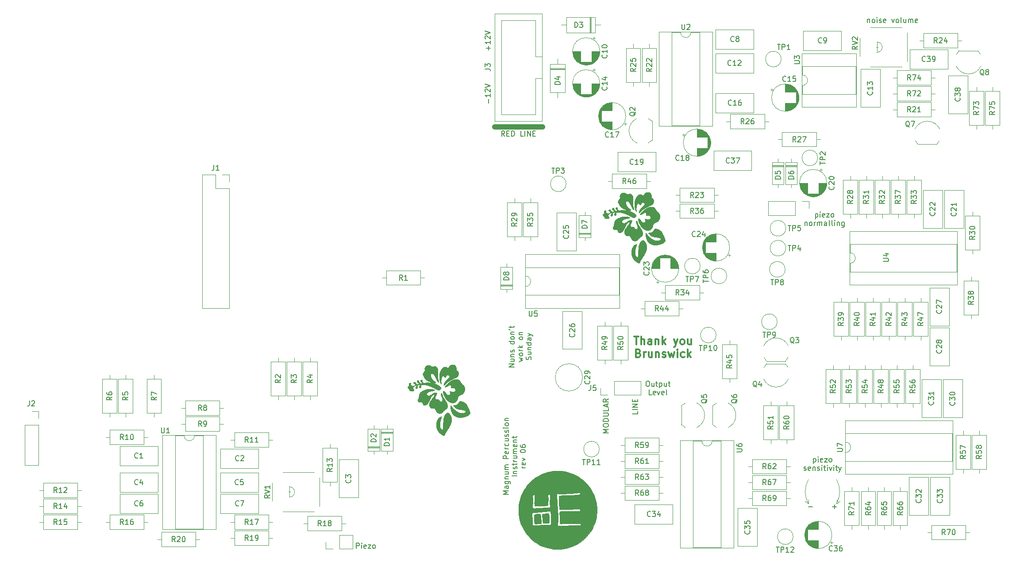
<source format=gto>
%TF.GenerationSoftware,KiCad,Pcbnew,7.0.2-0*%
%TF.CreationDate,2023-07-19T19:34:56+01:00*%
%TF.ProjectId,magnum-drum-synth,6d61676e-756d-42d6-9472-756d2d73796e,r06*%
%TF.SameCoordinates,Original*%
%TF.FileFunction,Legend,Top*%
%TF.FilePolarity,Positive*%
%FSLAX46Y46*%
G04 Gerber Fmt 4.6, Leading zero omitted, Abs format (unit mm)*
G04 Created by KiCad (PCBNEW 7.0.2-0) date 2023-07-19 19:34:56*
%MOMM*%
%LPD*%
G01*
G04 APERTURE LIST*
%ADD10C,0.120000*%
%ADD11C,0.150000*%
%ADD12C,0.300000*%
%ADD13C,0.010000*%
%ADD14C,0.001058*%
%ADD15C,1.000000*%
G04 APERTURE END LIST*
D10*
X199807177Y-125222000D02*
G75*
G03*
X199807177Y-120650000I-4063977J2286000D01*
G01*
X193765660Y-124714000D02*
X194400660Y-125222000D01*
X199807177Y-125222000D02*
X199807177Y-124460000D01*
X194400660Y-124460000D02*
X194400660Y-125222000D01*
X199807177Y-125222000D02*
X200442177Y-124714000D01*
X194400661Y-120650000D02*
G75*
G03*
X194400661Y-125222000I4065239J-2286000D01*
G01*
D11*
X161752619Y-107584761D02*
X161752619Y-108060951D01*
X161752619Y-108060951D02*
X160752619Y-108060951D01*
X161752619Y-107251427D02*
X160752619Y-107251427D01*
X161752619Y-106775237D02*
X160752619Y-106775237D01*
X160752619Y-106775237D02*
X161752619Y-106203809D01*
X161752619Y-106203809D02*
X160752619Y-106203809D01*
X161228809Y-105727618D02*
X161228809Y-105394285D01*
X161752619Y-105251428D02*
X161752619Y-105727618D01*
X161752619Y-105727618D02*
X160752619Y-105727618D01*
X160752619Y-105727618D02*
X160752619Y-105251428D01*
D12*
X161052571Y-93283928D02*
X161909714Y-93283928D01*
X161481142Y-94783928D02*
X161481142Y-93283928D01*
X162409713Y-94783928D02*
X162409713Y-93283928D01*
X163052571Y-94783928D02*
X163052571Y-93998214D01*
X163052571Y-93998214D02*
X162981142Y-93855357D01*
X162981142Y-93855357D02*
X162838285Y-93783928D01*
X162838285Y-93783928D02*
X162623999Y-93783928D01*
X162623999Y-93783928D02*
X162481142Y-93855357D01*
X162481142Y-93855357D02*
X162409713Y-93926785D01*
X164409714Y-94783928D02*
X164409714Y-93998214D01*
X164409714Y-93998214D02*
X164338285Y-93855357D01*
X164338285Y-93855357D02*
X164195428Y-93783928D01*
X164195428Y-93783928D02*
X163909714Y-93783928D01*
X163909714Y-93783928D02*
X163766856Y-93855357D01*
X164409714Y-94712500D02*
X164266856Y-94783928D01*
X164266856Y-94783928D02*
X163909714Y-94783928D01*
X163909714Y-94783928D02*
X163766856Y-94712500D01*
X163766856Y-94712500D02*
X163695428Y-94569642D01*
X163695428Y-94569642D02*
X163695428Y-94426785D01*
X163695428Y-94426785D02*
X163766856Y-94283928D01*
X163766856Y-94283928D02*
X163909714Y-94212500D01*
X163909714Y-94212500D02*
X164266856Y-94212500D01*
X164266856Y-94212500D02*
X164409714Y-94141071D01*
X165123999Y-93783928D02*
X165123999Y-94783928D01*
X165123999Y-93926785D02*
X165195428Y-93855357D01*
X165195428Y-93855357D02*
X165338285Y-93783928D01*
X165338285Y-93783928D02*
X165552571Y-93783928D01*
X165552571Y-93783928D02*
X165695428Y-93855357D01*
X165695428Y-93855357D02*
X165766857Y-93998214D01*
X165766857Y-93998214D02*
X165766857Y-94783928D01*
X166481142Y-94783928D02*
X166481142Y-93283928D01*
X166624000Y-94212500D02*
X167052571Y-94783928D01*
X167052571Y-93783928D02*
X166481142Y-94355357D01*
X168695428Y-93783928D02*
X169052571Y-94783928D01*
X169409714Y-93783928D02*
X169052571Y-94783928D01*
X169052571Y-94783928D02*
X168909714Y-95141071D01*
X168909714Y-95141071D02*
X168838285Y-95212500D01*
X168838285Y-95212500D02*
X168695428Y-95283928D01*
X170195428Y-94783928D02*
X170052571Y-94712500D01*
X170052571Y-94712500D02*
X169981142Y-94641071D01*
X169981142Y-94641071D02*
X169909714Y-94498214D01*
X169909714Y-94498214D02*
X169909714Y-94069642D01*
X169909714Y-94069642D02*
X169981142Y-93926785D01*
X169981142Y-93926785D02*
X170052571Y-93855357D01*
X170052571Y-93855357D02*
X170195428Y-93783928D01*
X170195428Y-93783928D02*
X170409714Y-93783928D01*
X170409714Y-93783928D02*
X170552571Y-93855357D01*
X170552571Y-93855357D02*
X170624000Y-93926785D01*
X170624000Y-93926785D02*
X170695428Y-94069642D01*
X170695428Y-94069642D02*
X170695428Y-94498214D01*
X170695428Y-94498214D02*
X170624000Y-94641071D01*
X170624000Y-94641071D02*
X170552571Y-94712500D01*
X170552571Y-94712500D02*
X170409714Y-94783928D01*
X170409714Y-94783928D02*
X170195428Y-94783928D01*
X171981143Y-93783928D02*
X171981143Y-94783928D01*
X171338285Y-93783928D02*
X171338285Y-94569642D01*
X171338285Y-94569642D02*
X171409714Y-94712500D01*
X171409714Y-94712500D02*
X171552571Y-94783928D01*
X171552571Y-94783928D02*
X171766857Y-94783928D01*
X171766857Y-94783928D02*
X171909714Y-94712500D01*
X171909714Y-94712500D02*
X171981143Y-94641071D01*
X161909713Y-96428214D02*
X162123999Y-96499642D01*
X162123999Y-96499642D02*
X162195428Y-96571071D01*
X162195428Y-96571071D02*
X162266856Y-96713928D01*
X162266856Y-96713928D02*
X162266856Y-96928214D01*
X162266856Y-96928214D02*
X162195428Y-97071071D01*
X162195428Y-97071071D02*
X162123999Y-97142500D01*
X162123999Y-97142500D02*
X161981142Y-97213928D01*
X161981142Y-97213928D02*
X161409713Y-97213928D01*
X161409713Y-97213928D02*
X161409713Y-95713928D01*
X161409713Y-95713928D02*
X161909713Y-95713928D01*
X161909713Y-95713928D02*
X162052571Y-95785357D01*
X162052571Y-95785357D02*
X162123999Y-95856785D01*
X162123999Y-95856785D02*
X162195428Y-95999642D01*
X162195428Y-95999642D02*
X162195428Y-96142500D01*
X162195428Y-96142500D02*
X162123999Y-96285357D01*
X162123999Y-96285357D02*
X162052571Y-96356785D01*
X162052571Y-96356785D02*
X161909713Y-96428214D01*
X161909713Y-96428214D02*
X161409713Y-96428214D01*
X162909713Y-97213928D02*
X162909713Y-96213928D01*
X162909713Y-96499642D02*
X162981142Y-96356785D01*
X162981142Y-96356785D02*
X163052571Y-96285357D01*
X163052571Y-96285357D02*
X163195428Y-96213928D01*
X163195428Y-96213928D02*
X163338285Y-96213928D01*
X164481142Y-96213928D02*
X164481142Y-97213928D01*
X163838284Y-96213928D02*
X163838284Y-96999642D01*
X163838284Y-96999642D02*
X163909713Y-97142500D01*
X163909713Y-97142500D02*
X164052570Y-97213928D01*
X164052570Y-97213928D02*
X164266856Y-97213928D01*
X164266856Y-97213928D02*
X164409713Y-97142500D01*
X164409713Y-97142500D02*
X164481142Y-97071071D01*
X165195427Y-96213928D02*
X165195427Y-97213928D01*
X165195427Y-96356785D02*
X165266856Y-96285357D01*
X165266856Y-96285357D02*
X165409713Y-96213928D01*
X165409713Y-96213928D02*
X165623999Y-96213928D01*
X165623999Y-96213928D02*
X165766856Y-96285357D01*
X165766856Y-96285357D02*
X165838285Y-96428214D01*
X165838285Y-96428214D02*
X165838285Y-97213928D01*
X166481142Y-97142500D02*
X166623999Y-97213928D01*
X166623999Y-97213928D02*
X166909713Y-97213928D01*
X166909713Y-97213928D02*
X167052570Y-97142500D01*
X167052570Y-97142500D02*
X167123999Y-96999642D01*
X167123999Y-96999642D02*
X167123999Y-96928214D01*
X167123999Y-96928214D02*
X167052570Y-96785357D01*
X167052570Y-96785357D02*
X166909713Y-96713928D01*
X166909713Y-96713928D02*
X166695428Y-96713928D01*
X166695428Y-96713928D02*
X166552570Y-96642500D01*
X166552570Y-96642500D02*
X166481142Y-96499642D01*
X166481142Y-96499642D02*
X166481142Y-96428214D01*
X166481142Y-96428214D02*
X166552570Y-96285357D01*
X166552570Y-96285357D02*
X166695428Y-96213928D01*
X166695428Y-96213928D02*
X166909713Y-96213928D01*
X166909713Y-96213928D02*
X167052570Y-96285357D01*
X167623999Y-96213928D02*
X167909714Y-97213928D01*
X167909714Y-97213928D02*
X168195428Y-96499642D01*
X168195428Y-96499642D02*
X168481142Y-97213928D01*
X168481142Y-97213928D02*
X168766856Y-96213928D01*
X169338285Y-97213928D02*
X169338285Y-96213928D01*
X169338285Y-95713928D02*
X169266857Y-95785357D01*
X169266857Y-95785357D02*
X169338285Y-95856785D01*
X169338285Y-95856785D02*
X169409714Y-95785357D01*
X169409714Y-95785357D02*
X169338285Y-95713928D01*
X169338285Y-95713928D02*
X169338285Y-95856785D01*
X170695429Y-97142500D02*
X170552571Y-97213928D01*
X170552571Y-97213928D02*
X170266857Y-97213928D01*
X170266857Y-97213928D02*
X170124000Y-97142500D01*
X170124000Y-97142500D02*
X170052571Y-97071071D01*
X170052571Y-97071071D02*
X169981143Y-96928214D01*
X169981143Y-96928214D02*
X169981143Y-96499642D01*
X169981143Y-96499642D02*
X170052571Y-96356785D01*
X170052571Y-96356785D02*
X170124000Y-96285357D01*
X170124000Y-96285357D02*
X170266857Y-96213928D01*
X170266857Y-96213928D02*
X170552571Y-96213928D01*
X170552571Y-96213928D02*
X170695429Y-96285357D01*
X171338285Y-97213928D02*
X171338285Y-95713928D01*
X171481143Y-96642500D02*
X171909714Y-97213928D01*
X171909714Y-96213928D02*
X171338285Y-96785357D01*
D11*
X195746905Y-69724952D02*
X195746905Y-70724952D01*
X195746905Y-69772571D02*
X195842143Y-69724952D01*
X195842143Y-69724952D02*
X196032619Y-69724952D01*
X196032619Y-69724952D02*
X196127857Y-69772571D01*
X196127857Y-69772571D02*
X196175476Y-69820190D01*
X196175476Y-69820190D02*
X196223095Y-69915428D01*
X196223095Y-69915428D02*
X196223095Y-70201142D01*
X196223095Y-70201142D02*
X196175476Y-70296380D01*
X196175476Y-70296380D02*
X196127857Y-70344000D01*
X196127857Y-70344000D02*
X196032619Y-70391619D01*
X196032619Y-70391619D02*
X195842143Y-70391619D01*
X195842143Y-70391619D02*
X195746905Y-70344000D01*
X196651667Y-70391619D02*
X196651667Y-69724952D01*
X196651667Y-69391619D02*
X196604048Y-69439238D01*
X196604048Y-69439238D02*
X196651667Y-69486857D01*
X196651667Y-69486857D02*
X196699286Y-69439238D01*
X196699286Y-69439238D02*
X196651667Y-69391619D01*
X196651667Y-69391619D02*
X196651667Y-69486857D01*
X197508809Y-70344000D02*
X197413571Y-70391619D01*
X197413571Y-70391619D02*
X197223095Y-70391619D01*
X197223095Y-70391619D02*
X197127857Y-70344000D01*
X197127857Y-70344000D02*
X197080238Y-70248761D01*
X197080238Y-70248761D02*
X197080238Y-69867809D01*
X197080238Y-69867809D02*
X197127857Y-69772571D01*
X197127857Y-69772571D02*
X197223095Y-69724952D01*
X197223095Y-69724952D02*
X197413571Y-69724952D01*
X197413571Y-69724952D02*
X197508809Y-69772571D01*
X197508809Y-69772571D02*
X197556428Y-69867809D01*
X197556428Y-69867809D02*
X197556428Y-69963047D01*
X197556428Y-69963047D02*
X197080238Y-70058285D01*
X197889762Y-69724952D02*
X198413571Y-69724952D01*
X198413571Y-69724952D02*
X197889762Y-70391619D01*
X197889762Y-70391619D02*
X198413571Y-70391619D01*
X198937381Y-70391619D02*
X198842143Y-70344000D01*
X198842143Y-70344000D02*
X198794524Y-70296380D01*
X198794524Y-70296380D02*
X198746905Y-70201142D01*
X198746905Y-70201142D02*
X198746905Y-69915428D01*
X198746905Y-69915428D02*
X198794524Y-69820190D01*
X198794524Y-69820190D02*
X198842143Y-69772571D01*
X198842143Y-69772571D02*
X198937381Y-69724952D01*
X198937381Y-69724952D02*
X199080238Y-69724952D01*
X199080238Y-69724952D02*
X199175476Y-69772571D01*
X199175476Y-69772571D02*
X199223095Y-69820190D01*
X199223095Y-69820190D02*
X199270714Y-69915428D01*
X199270714Y-69915428D02*
X199270714Y-70201142D01*
X199270714Y-70201142D02*
X199223095Y-70296380D01*
X199223095Y-70296380D02*
X199175476Y-70344000D01*
X199175476Y-70344000D02*
X199080238Y-70391619D01*
X199080238Y-70391619D02*
X198937381Y-70391619D01*
X193723095Y-71344952D02*
X193723095Y-72011619D01*
X193723095Y-71440190D02*
X193770714Y-71392571D01*
X193770714Y-71392571D02*
X193865952Y-71344952D01*
X193865952Y-71344952D02*
X194008809Y-71344952D01*
X194008809Y-71344952D02*
X194104047Y-71392571D01*
X194104047Y-71392571D02*
X194151666Y-71487809D01*
X194151666Y-71487809D02*
X194151666Y-72011619D01*
X194770714Y-72011619D02*
X194675476Y-71964000D01*
X194675476Y-71964000D02*
X194627857Y-71916380D01*
X194627857Y-71916380D02*
X194580238Y-71821142D01*
X194580238Y-71821142D02*
X194580238Y-71535428D01*
X194580238Y-71535428D02*
X194627857Y-71440190D01*
X194627857Y-71440190D02*
X194675476Y-71392571D01*
X194675476Y-71392571D02*
X194770714Y-71344952D01*
X194770714Y-71344952D02*
X194913571Y-71344952D01*
X194913571Y-71344952D02*
X195008809Y-71392571D01*
X195008809Y-71392571D02*
X195056428Y-71440190D01*
X195056428Y-71440190D02*
X195104047Y-71535428D01*
X195104047Y-71535428D02*
X195104047Y-71821142D01*
X195104047Y-71821142D02*
X195056428Y-71916380D01*
X195056428Y-71916380D02*
X195008809Y-71964000D01*
X195008809Y-71964000D02*
X194913571Y-72011619D01*
X194913571Y-72011619D02*
X194770714Y-72011619D01*
X195532619Y-72011619D02*
X195532619Y-71344952D01*
X195532619Y-71535428D02*
X195580238Y-71440190D01*
X195580238Y-71440190D02*
X195627857Y-71392571D01*
X195627857Y-71392571D02*
X195723095Y-71344952D01*
X195723095Y-71344952D02*
X195818333Y-71344952D01*
X196151667Y-72011619D02*
X196151667Y-71344952D01*
X196151667Y-71440190D02*
X196199286Y-71392571D01*
X196199286Y-71392571D02*
X196294524Y-71344952D01*
X196294524Y-71344952D02*
X196437381Y-71344952D01*
X196437381Y-71344952D02*
X196532619Y-71392571D01*
X196532619Y-71392571D02*
X196580238Y-71487809D01*
X196580238Y-71487809D02*
X196580238Y-72011619D01*
X196580238Y-71487809D02*
X196627857Y-71392571D01*
X196627857Y-71392571D02*
X196723095Y-71344952D01*
X196723095Y-71344952D02*
X196865952Y-71344952D01*
X196865952Y-71344952D02*
X196961191Y-71392571D01*
X196961191Y-71392571D02*
X197008810Y-71487809D01*
X197008810Y-71487809D02*
X197008810Y-72011619D01*
X197913571Y-72011619D02*
X197913571Y-71487809D01*
X197913571Y-71487809D02*
X197865952Y-71392571D01*
X197865952Y-71392571D02*
X197770714Y-71344952D01*
X197770714Y-71344952D02*
X197580238Y-71344952D01*
X197580238Y-71344952D02*
X197485000Y-71392571D01*
X197913571Y-71964000D02*
X197818333Y-72011619D01*
X197818333Y-72011619D02*
X197580238Y-72011619D01*
X197580238Y-72011619D02*
X197485000Y-71964000D01*
X197485000Y-71964000D02*
X197437381Y-71868761D01*
X197437381Y-71868761D02*
X197437381Y-71773523D01*
X197437381Y-71773523D02*
X197485000Y-71678285D01*
X197485000Y-71678285D02*
X197580238Y-71630666D01*
X197580238Y-71630666D02*
X197818333Y-71630666D01*
X197818333Y-71630666D02*
X197913571Y-71583047D01*
X198532619Y-72011619D02*
X198437381Y-71964000D01*
X198437381Y-71964000D02*
X198389762Y-71868761D01*
X198389762Y-71868761D02*
X198389762Y-71011619D01*
X199056429Y-72011619D02*
X198961191Y-71964000D01*
X198961191Y-71964000D02*
X198913572Y-71868761D01*
X198913572Y-71868761D02*
X198913572Y-71011619D01*
X199437382Y-72011619D02*
X199437382Y-71344952D01*
X199437382Y-71011619D02*
X199389763Y-71059238D01*
X199389763Y-71059238D02*
X199437382Y-71106857D01*
X199437382Y-71106857D02*
X199485001Y-71059238D01*
X199485001Y-71059238D02*
X199437382Y-71011619D01*
X199437382Y-71011619D02*
X199437382Y-71106857D01*
X199913572Y-71344952D02*
X199913572Y-72011619D01*
X199913572Y-71440190D02*
X199961191Y-71392571D01*
X199961191Y-71392571D02*
X200056429Y-71344952D01*
X200056429Y-71344952D02*
X200199286Y-71344952D01*
X200199286Y-71344952D02*
X200294524Y-71392571D01*
X200294524Y-71392571D02*
X200342143Y-71487809D01*
X200342143Y-71487809D02*
X200342143Y-72011619D01*
X201246905Y-71344952D02*
X201246905Y-72154476D01*
X201246905Y-72154476D02*
X201199286Y-72249714D01*
X201199286Y-72249714D02*
X201151667Y-72297333D01*
X201151667Y-72297333D02*
X201056429Y-72344952D01*
X201056429Y-72344952D02*
X200913572Y-72344952D01*
X200913572Y-72344952D02*
X200818334Y-72297333D01*
X201246905Y-71964000D02*
X201151667Y-72011619D01*
X201151667Y-72011619D02*
X200961191Y-72011619D01*
X200961191Y-72011619D02*
X200865953Y-71964000D01*
X200865953Y-71964000D02*
X200818334Y-71916380D01*
X200818334Y-71916380D02*
X200770715Y-71821142D01*
X200770715Y-71821142D02*
X200770715Y-71535428D01*
X200770715Y-71535428D02*
X200818334Y-71440190D01*
X200818334Y-71440190D02*
X200865953Y-71392571D01*
X200865953Y-71392571D02*
X200961191Y-71344952D01*
X200961191Y-71344952D02*
X201151667Y-71344952D01*
X201151667Y-71344952D02*
X201246905Y-71392571D01*
X199009048Y-125811666D02*
X199770953Y-125811666D01*
X199390000Y-126192619D02*
X199390000Y-125430714D01*
X138142619Y-99057142D02*
X137142619Y-99057142D01*
X137142619Y-99057142D02*
X138142619Y-98485714D01*
X138142619Y-98485714D02*
X137142619Y-98485714D01*
X137475952Y-97580952D02*
X138142619Y-97580952D01*
X137475952Y-98009523D02*
X137999761Y-98009523D01*
X137999761Y-98009523D02*
X138095000Y-97961904D01*
X138095000Y-97961904D02*
X138142619Y-97866666D01*
X138142619Y-97866666D02*
X138142619Y-97723809D01*
X138142619Y-97723809D02*
X138095000Y-97628571D01*
X138095000Y-97628571D02*
X138047380Y-97580952D01*
X137475952Y-97104761D02*
X138142619Y-97104761D01*
X137571190Y-97104761D02*
X137523571Y-97057142D01*
X137523571Y-97057142D02*
X137475952Y-96961904D01*
X137475952Y-96961904D02*
X137475952Y-96819047D01*
X137475952Y-96819047D02*
X137523571Y-96723809D01*
X137523571Y-96723809D02*
X137618809Y-96676190D01*
X137618809Y-96676190D02*
X138142619Y-96676190D01*
X138095000Y-96247618D02*
X138142619Y-96152380D01*
X138142619Y-96152380D02*
X138142619Y-95961904D01*
X138142619Y-95961904D02*
X138095000Y-95866666D01*
X138095000Y-95866666D02*
X137999761Y-95819047D01*
X137999761Y-95819047D02*
X137952142Y-95819047D01*
X137952142Y-95819047D02*
X137856904Y-95866666D01*
X137856904Y-95866666D02*
X137809285Y-95961904D01*
X137809285Y-95961904D02*
X137809285Y-96104761D01*
X137809285Y-96104761D02*
X137761666Y-96199999D01*
X137761666Y-96199999D02*
X137666428Y-96247618D01*
X137666428Y-96247618D02*
X137618809Y-96247618D01*
X137618809Y-96247618D02*
X137523571Y-96199999D01*
X137523571Y-96199999D02*
X137475952Y-96104761D01*
X137475952Y-96104761D02*
X137475952Y-95961904D01*
X137475952Y-95961904D02*
X137523571Y-95866666D01*
X138142619Y-94199999D02*
X137142619Y-94199999D01*
X138095000Y-94199999D02*
X138142619Y-94295237D01*
X138142619Y-94295237D02*
X138142619Y-94485713D01*
X138142619Y-94485713D02*
X138095000Y-94580951D01*
X138095000Y-94580951D02*
X138047380Y-94628570D01*
X138047380Y-94628570D02*
X137952142Y-94676189D01*
X137952142Y-94676189D02*
X137666428Y-94676189D01*
X137666428Y-94676189D02*
X137571190Y-94628570D01*
X137571190Y-94628570D02*
X137523571Y-94580951D01*
X137523571Y-94580951D02*
X137475952Y-94485713D01*
X137475952Y-94485713D02*
X137475952Y-94295237D01*
X137475952Y-94295237D02*
X137523571Y-94199999D01*
X138142619Y-93580951D02*
X138095000Y-93676189D01*
X138095000Y-93676189D02*
X138047380Y-93723808D01*
X138047380Y-93723808D02*
X137952142Y-93771427D01*
X137952142Y-93771427D02*
X137666428Y-93771427D01*
X137666428Y-93771427D02*
X137571190Y-93723808D01*
X137571190Y-93723808D02*
X137523571Y-93676189D01*
X137523571Y-93676189D02*
X137475952Y-93580951D01*
X137475952Y-93580951D02*
X137475952Y-93438094D01*
X137475952Y-93438094D02*
X137523571Y-93342856D01*
X137523571Y-93342856D02*
X137571190Y-93295237D01*
X137571190Y-93295237D02*
X137666428Y-93247618D01*
X137666428Y-93247618D02*
X137952142Y-93247618D01*
X137952142Y-93247618D02*
X138047380Y-93295237D01*
X138047380Y-93295237D02*
X138095000Y-93342856D01*
X138095000Y-93342856D02*
X138142619Y-93438094D01*
X138142619Y-93438094D02*
X138142619Y-93580951D01*
X137475952Y-92819046D02*
X138142619Y-92819046D01*
X137571190Y-92819046D02*
X137523571Y-92771427D01*
X137523571Y-92771427D02*
X137475952Y-92676189D01*
X137475952Y-92676189D02*
X137475952Y-92533332D01*
X137475952Y-92533332D02*
X137523571Y-92438094D01*
X137523571Y-92438094D02*
X137618809Y-92390475D01*
X137618809Y-92390475D02*
X138142619Y-92390475D01*
X137142619Y-91866665D02*
X137333095Y-91961903D01*
X137475952Y-91580951D02*
X137475952Y-91199999D01*
X137142619Y-91438094D02*
X137999761Y-91438094D01*
X137999761Y-91438094D02*
X138095000Y-91390475D01*
X138095000Y-91390475D02*
X138142619Y-91295237D01*
X138142619Y-91295237D02*
X138142619Y-91199999D01*
X139095952Y-98033333D02*
X139762619Y-97842857D01*
X139762619Y-97842857D02*
X139286428Y-97652381D01*
X139286428Y-97652381D02*
X139762619Y-97461905D01*
X139762619Y-97461905D02*
X139095952Y-97271429D01*
X139762619Y-96747619D02*
X139715000Y-96842857D01*
X139715000Y-96842857D02*
X139667380Y-96890476D01*
X139667380Y-96890476D02*
X139572142Y-96938095D01*
X139572142Y-96938095D02*
X139286428Y-96938095D01*
X139286428Y-96938095D02*
X139191190Y-96890476D01*
X139191190Y-96890476D02*
X139143571Y-96842857D01*
X139143571Y-96842857D02*
X139095952Y-96747619D01*
X139095952Y-96747619D02*
X139095952Y-96604762D01*
X139095952Y-96604762D02*
X139143571Y-96509524D01*
X139143571Y-96509524D02*
X139191190Y-96461905D01*
X139191190Y-96461905D02*
X139286428Y-96414286D01*
X139286428Y-96414286D02*
X139572142Y-96414286D01*
X139572142Y-96414286D02*
X139667380Y-96461905D01*
X139667380Y-96461905D02*
X139715000Y-96509524D01*
X139715000Y-96509524D02*
X139762619Y-96604762D01*
X139762619Y-96604762D02*
X139762619Y-96747619D01*
X139762619Y-95985714D02*
X139095952Y-95985714D01*
X139286428Y-95985714D02*
X139191190Y-95938095D01*
X139191190Y-95938095D02*
X139143571Y-95890476D01*
X139143571Y-95890476D02*
X139095952Y-95795238D01*
X139095952Y-95795238D02*
X139095952Y-95700000D01*
X139762619Y-95366666D02*
X138762619Y-95366666D01*
X139381666Y-95271428D02*
X139762619Y-94985714D01*
X139095952Y-94985714D02*
X139476904Y-95366666D01*
X139762619Y-93652380D02*
X139715000Y-93747618D01*
X139715000Y-93747618D02*
X139667380Y-93795237D01*
X139667380Y-93795237D02*
X139572142Y-93842856D01*
X139572142Y-93842856D02*
X139286428Y-93842856D01*
X139286428Y-93842856D02*
X139191190Y-93795237D01*
X139191190Y-93795237D02*
X139143571Y-93747618D01*
X139143571Y-93747618D02*
X139095952Y-93652380D01*
X139095952Y-93652380D02*
X139095952Y-93509523D01*
X139095952Y-93509523D02*
X139143571Y-93414285D01*
X139143571Y-93414285D02*
X139191190Y-93366666D01*
X139191190Y-93366666D02*
X139286428Y-93319047D01*
X139286428Y-93319047D02*
X139572142Y-93319047D01*
X139572142Y-93319047D02*
X139667380Y-93366666D01*
X139667380Y-93366666D02*
X139715000Y-93414285D01*
X139715000Y-93414285D02*
X139762619Y-93509523D01*
X139762619Y-93509523D02*
X139762619Y-93652380D01*
X139095952Y-92890475D02*
X139762619Y-92890475D01*
X139191190Y-92890475D02*
X139143571Y-92842856D01*
X139143571Y-92842856D02*
X139095952Y-92747618D01*
X139095952Y-92747618D02*
X139095952Y-92604761D01*
X139095952Y-92604761D02*
X139143571Y-92509523D01*
X139143571Y-92509523D02*
X139238809Y-92461904D01*
X139238809Y-92461904D02*
X139762619Y-92461904D01*
X141335000Y-97676190D02*
X141382619Y-97533333D01*
X141382619Y-97533333D02*
X141382619Y-97295238D01*
X141382619Y-97295238D02*
X141335000Y-97200000D01*
X141335000Y-97200000D02*
X141287380Y-97152381D01*
X141287380Y-97152381D02*
X141192142Y-97104762D01*
X141192142Y-97104762D02*
X141096904Y-97104762D01*
X141096904Y-97104762D02*
X141001666Y-97152381D01*
X141001666Y-97152381D02*
X140954047Y-97200000D01*
X140954047Y-97200000D02*
X140906428Y-97295238D01*
X140906428Y-97295238D02*
X140858809Y-97485714D01*
X140858809Y-97485714D02*
X140811190Y-97580952D01*
X140811190Y-97580952D02*
X140763571Y-97628571D01*
X140763571Y-97628571D02*
X140668333Y-97676190D01*
X140668333Y-97676190D02*
X140573095Y-97676190D01*
X140573095Y-97676190D02*
X140477857Y-97628571D01*
X140477857Y-97628571D02*
X140430238Y-97580952D01*
X140430238Y-97580952D02*
X140382619Y-97485714D01*
X140382619Y-97485714D02*
X140382619Y-97247619D01*
X140382619Y-97247619D02*
X140430238Y-97104762D01*
X140715952Y-96247619D02*
X141382619Y-96247619D01*
X140715952Y-96676190D02*
X141239761Y-96676190D01*
X141239761Y-96676190D02*
X141335000Y-96628571D01*
X141335000Y-96628571D02*
X141382619Y-96533333D01*
X141382619Y-96533333D02*
X141382619Y-96390476D01*
X141382619Y-96390476D02*
X141335000Y-96295238D01*
X141335000Y-96295238D02*
X141287380Y-96247619D01*
X140715952Y-95771428D02*
X141382619Y-95771428D01*
X140811190Y-95771428D02*
X140763571Y-95723809D01*
X140763571Y-95723809D02*
X140715952Y-95628571D01*
X140715952Y-95628571D02*
X140715952Y-95485714D01*
X140715952Y-95485714D02*
X140763571Y-95390476D01*
X140763571Y-95390476D02*
X140858809Y-95342857D01*
X140858809Y-95342857D02*
X141382619Y-95342857D01*
X141382619Y-94438095D02*
X140382619Y-94438095D01*
X141335000Y-94438095D02*
X141382619Y-94533333D01*
X141382619Y-94533333D02*
X141382619Y-94723809D01*
X141382619Y-94723809D02*
X141335000Y-94819047D01*
X141335000Y-94819047D02*
X141287380Y-94866666D01*
X141287380Y-94866666D02*
X141192142Y-94914285D01*
X141192142Y-94914285D02*
X140906428Y-94914285D01*
X140906428Y-94914285D02*
X140811190Y-94866666D01*
X140811190Y-94866666D02*
X140763571Y-94819047D01*
X140763571Y-94819047D02*
X140715952Y-94723809D01*
X140715952Y-94723809D02*
X140715952Y-94533333D01*
X140715952Y-94533333D02*
X140763571Y-94438095D01*
X141382619Y-93533333D02*
X140858809Y-93533333D01*
X140858809Y-93533333D02*
X140763571Y-93580952D01*
X140763571Y-93580952D02*
X140715952Y-93676190D01*
X140715952Y-93676190D02*
X140715952Y-93866666D01*
X140715952Y-93866666D02*
X140763571Y-93961904D01*
X141335000Y-93533333D02*
X141382619Y-93628571D01*
X141382619Y-93628571D02*
X141382619Y-93866666D01*
X141382619Y-93866666D02*
X141335000Y-93961904D01*
X141335000Y-93961904D02*
X141239761Y-94009523D01*
X141239761Y-94009523D02*
X141144523Y-94009523D01*
X141144523Y-94009523D02*
X141049285Y-93961904D01*
X141049285Y-93961904D02*
X141001666Y-93866666D01*
X141001666Y-93866666D02*
X141001666Y-93628571D01*
X141001666Y-93628571D02*
X140954047Y-93533333D01*
X140715952Y-93152380D02*
X141382619Y-92914285D01*
X140715952Y-92676190D02*
X141382619Y-92914285D01*
X141382619Y-92914285D02*
X141620714Y-93009523D01*
X141620714Y-93009523D02*
X141668333Y-93057142D01*
X141668333Y-93057142D02*
X141715952Y-93152380D01*
X163584190Y-101776619D02*
X163774666Y-101776619D01*
X163774666Y-101776619D02*
X163869904Y-101824238D01*
X163869904Y-101824238D02*
X163965142Y-101919476D01*
X163965142Y-101919476D02*
X164012761Y-102109952D01*
X164012761Y-102109952D02*
X164012761Y-102443285D01*
X164012761Y-102443285D02*
X163965142Y-102633761D01*
X163965142Y-102633761D02*
X163869904Y-102729000D01*
X163869904Y-102729000D02*
X163774666Y-102776619D01*
X163774666Y-102776619D02*
X163584190Y-102776619D01*
X163584190Y-102776619D02*
X163488952Y-102729000D01*
X163488952Y-102729000D02*
X163393714Y-102633761D01*
X163393714Y-102633761D02*
X163346095Y-102443285D01*
X163346095Y-102443285D02*
X163346095Y-102109952D01*
X163346095Y-102109952D02*
X163393714Y-101919476D01*
X163393714Y-101919476D02*
X163488952Y-101824238D01*
X163488952Y-101824238D02*
X163584190Y-101776619D01*
X164869904Y-102109952D02*
X164869904Y-102776619D01*
X164441333Y-102109952D02*
X164441333Y-102633761D01*
X164441333Y-102633761D02*
X164488952Y-102729000D01*
X164488952Y-102729000D02*
X164584190Y-102776619D01*
X164584190Y-102776619D02*
X164727047Y-102776619D01*
X164727047Y-102776619D02*
X164822285Y-102729000D01*
X164822285Y-102729000D02*
X164869904Y-102681380D01*
X165203238Y-102109952D02*
X165584190Y-102109952D01*
X165346095Y-101776619D02*
X165346095Y-102633761D01*
X165346095Y-102633761D02*
X165393714Y-102729000D01*
X165393714Y-102729000D02*
X165488952Y-102776619D01*
X165488952Y-102776619D02*
X165584190Y-102776619D01*
X165917524Y-102109952D02*
X165917524Y-103109952D01*
X165917524Y-102157571D02*
X166012762Y-102109952D01*
X166012762Y-102109952D02*
X166203238Y-102109952D01*
X166203238Y-102109952D02*
X166298476Y-102157571D01*
X166298476Y-102157571D02*
X166346095Y-102205190D01*
X166346095Y-102205190D02*
X166393714Y-102300428D01*
X166393714Y-102300428D02*
X166393714Y-102586142D01*
X166393714Y-102586142D02*
X166346095Y-102681380D01*
X166346095Y-102681380D02*
X166298476Y-102729000D01*
X166298476Y-102729000D02*
X166203238Y-102776619D01*
X166203238Y-102776619D02*
X166012762Y-102776619D01*
X166012762Y-102776619D02*
X165917524Y-102729000D01*
X167250857Y-102109952D02*
X167250857Y-102776619D01*
X166822286Y-102109952D02*
X166822286Y-102633761D01*
X166822286Y-102633761D02*
X166869905Y-102729000D01*
X166869905Y-102729000D02*
X166965143Y-102776619D01*
X166965143Y-102776619D02*
X167108000Y-102776619D01*
X167108000Y-102776619D02*
X167203238Y-102729000D01*
X167203238Y-102729000D02*
X167250857Y-102681380D01*
X167584191Y-102109952D02*
X167965143Y-102109952D01*
X167727048Y-101776619D02*
X167727048Y-102633761D01*
X167727048Y-102633761D02*
X167774667Y-102729000D01*
X167774667Y-102729000D02*
X167869905Y-102776619D01*
X167869905Y-102776619D02*
X167965143Y-102776619D01*
X164417523Y-104396619D02*
X163941333Y-104396619D01*
X163941333Y-104396619D02*
X163941333Y-103396619D01*
X165131809Y-104349000D02*
X165036571Y-104396619D01*
X165036571Y-104396619D02*
X164846095Y-104396619D01*
X164846095Y-104396619D02*
X164750857Y-104349000D01*
X164750857Y-104349000D02*
X164703238Y-104253761D01*
X164703238Y-104253761D02*
X164703238Y-103872809D01*
X164703238Y-103872809D02*
X164750857Y-103777571D01*
X164750857Y-103777571D02*
X164846095Y-103729952D01*
X164846095Y-103729952D02*
X165036571Y-103729952D01*
X165036571Y-103729952D02*
X165131809Y-103777571D01*
X165131809Y-103777571D02*
X165179428Y-103872809D01*
X165179428Y-103872809D02*
X165179428Y-103968047D01*
X165179428Y-103968047D02*
X164703238Y-104063285D01*
X165512762Y-103729952D02*
X165750857Y-104396619D01*
X165750857Y-104396619D02*
X165988952Y-103729952D01*
X166750857Y-104349000D02*
X166655619Y-104396619D01*
X166655619Y-104396619D02*
X166465143Y-104396619D01*
X166465143Y-104396619D02*
X166369905Y-104349000D01*
X166369905Y-104349000D02*
X166322286Y-104253761D01*
X166322286Y-104253761D02*
X166322286Y-103872809D01*
X166322286Y-103872809D02*
X166369905Y-103777571D01*
X166369905Y-103777571D02*
X166465143Y-103729952D01*
X166465143Y-103729952D02*
X166655619Y-103729952D01*
X166655619Y-103729952D02*
X166750857Y-103777571D01*
X166750857Y-103777571D02*
X166798476Y-103872809D01*
X166798476Y-103872809D02*
X166798476Y-103968047D01*
X166798476Y-103968047D02*
X166322286Y-104063285D01*
X167369905Y-104396619D02*
X167274667Y-104349000D01*
X167274667Y-104349000D02*
X167227048Y-104253761D01*
X167227048Y-104253761D02*
X167227048Y-103396619D01*
X156164619Y-111672285D02*
X155164619Y-111672285D01*
X155164619Y-111672285D02*
X155878904Y-111338952D01*
X155878904Y-111338952D02*
X155164619Y-111005619D01*
X155164619Y-111005619D02*
X156164619Y-111005619D01*
X155164619Y-110338952D02*
X155164619Y-110148476D01*
X155164619Y-110148476D02*
X155212238Y-110053238D01*
X155212238Y-110053238D02*
X155307476Y-109958000D01*
X155307476Y-109958000D02*
X155497952Y-109910381D01*
X155497952Y-109910381D02*
X155831285Y-109910381D01*
X155831285Y-109910381D02*
X156021761Y-109958000D01*
X156021761Y-109958000D02*
X156117000Y-110053238D01*
X156117000Y-110053238D02*
X156164619Y-110148476D01*
X156164619Y-110148476D02*
X156164619Y-110338952D01*
X156164619Y-110338952D02*
X156117000Y-110434190D01*
X156117000Y-110434190D02*
X156021761Y-110529428D01*
X156021761Y-110529428D02*
X155831285Y-110577047D01*
X155831285Y-110577047D02*
X155497952Y-110577047D01*
X155497952Y-110577047D02*
X155307476Y-110529428D01*
X155307476Y-110529428D02*
X155212238Y-110434190D01*
X155212238Y-110434190D02*
X155164619Y-110338952D01*
X156164619Y-109481809D02*
X155164619Y-109481809D01*
X155164619Y-109481809D02*
X155164619Y-109243714D01*
X155164619Y-109243714D02*
X155212238Y-109100857D01*
X155212238Y-109100857D02*
X155307476Y-109005619D01*
X155307476Y-109005619D02*
X155402714Y-108958000D01*
X155402714Y-108958000D02*
X155593190Y-108910381D01*
X155593190Y-108910381D02*
X155736047Y-108910381D01*
X155736047Y-108910381D02*
X155926523Y-108958000D01*
X155926523Y-108958000D02*
X156021761Y-109005619D01*
X156021761Y-109005619D02*
X156117000Y-109100857D01*
X156117000Y-109100857D02*
X156164619Y-109243714D01*
X156164619Y-109243714D02*
X156164619Y-109481809D01*
X155164619Y-108481809D02*
X155974142Y-108481809D01*
X155974142Y-108481809D02*
X156069380Y-108434190D01*
X156069380Y-108434190D02*
X156117000Y-108386571D01*
X156117000Y-108386571D02*
X156164619Y-108291333D01*
X156164619Y-108291333D02*
X156164619Y-108100857D01*
X156164619Y-108100857D02*
X156117000Y-108005619D01*
X156117000Y-108005619D02*
X156069380Y-107958000D01*
X156069380Y-107958000D02*
X155974142Y-107910381D01*
X155974142Y-107910381D02*
X155164619Y-107910381D01*
X156164619Y-106958000D02*
X156164619Y-107434190D01*
X156164619Y-107434190D02*
X155164619Y-107434190D01*
X155878904Y-106672285D02*
X155878904Y-106196095D01*
X156164619Y-106767523D02*
X155164619Y-106434190D01*
X155164619Y-106434190D02*
X156164619Y-106100857D01*
X156164619Y-105196095D02*
X155688428Y-105529428D01*
X156164619Y-105767523D02*
X155164619Y-105767523D01*
X155164619Y-105767523D02*
X155164619Y-105386571D01*
X155164619Y-105386571D02*
X155212238Y-105291333D01*
X155212238Y-105291333D02*
X155259857Y-105243714D01*
X155259857Y-105243714D02*
X155355095Y-105196095D01*
X155355095Y-105196095D02*
X155497952Y-105196095D01*
X155497952Y-105196095D02*
X155593190Y-105243714D01*
X155593190Y-105243714D02*
X155640809Y-105291333D01*
X155640809Y-105291333D02*
X155688428Y-105386571D01*
X155688428Y-105386571D02*
X155688428Y-105767523D01*
X205724095Y-32484952D02*
X205724095Y-33151619D01*
X205724095Y-32580190D02*
X205771714Y-32532571D01*
X205771714Y-32532571D02*
X205866952Y-32484952D01*
X205866952Y-32484952D02*
X206009809Y-32484952D01*
X206009809Y-32484952D02*
X206105047Y-32532571D01*
X206105047Y-32532571D02*
X206152666Y-32627809D01*
X206152666Y-32627809D02*
X206152666Y-33151619D01*
X206771714Y-33151619D02*
X206676476Y-33104000D01*
X206676476Y-33104000D02*
X206628857Y-33056380D01*
X206628857Y-33056380D02*
X206581238Y-32961142D01*
X206581238Y-32961142D02*
X206581238Y-32675428D01*
X206581238Y-32675428D02*
X206628857Y-32580190D01*
X206628857Y-32580190D02*
X206676476Y-32532571D01*
X206676476Y-32532571D02*
X206771714Y-32484952D01*
X206771714Y-32484952D02*
X206914571Y-32484952D01*
X206914571Y-32484952D02*
X207009809Y-32532571D01*
X207009809Y-32532571D02*
X207057428Y-32580190D01*
X207057428Y-32580190D02*
X207105047Y-32675428D01*
X207105047Y-32675428D02*
X207105047Y-32961142D01*
X207105047Y-32961142D02*
X207057428Y-33056380D01*
X207057428Y-33056380D02*
X207009809Y-33104000D01*
X207009809Y-33104000D02*
X206914571Y-33151619D01*
X206914571Y-33151619D02*
X206771714Y-33151619D01*
X207533619Y-33151619D02*
X207533619Y-32484952D01*
X207533619Y-32151619D02*
X207486000Y-32199238D01*
X207486000Y-32199238D02*
X207533619Y-32246857D01*
X207533619Y-32246857D02*
X207581238Y-32199238D01*
X207581238Y-32199238D02*
X207533619Y-32151619D01*
X207533619Y-32151619D02*
X207533619Y-32246857D01*
X207962190Y-33104000D02*
X208057428Y-33151619D01*
X208057428Y-33151619D02*
X208247904Y-33151619D01*
X208247904Y-33151619D02*
X208343142Y-33104000D01*
X208343142Y-33104000D02*
X208390761Y-33008761D01*
X208390761Y-33008761D02*
X208390761Y-32961142D01*
X208390761Y-32961142D02*
X208343142Y-32865904D01*
X208343142Y-32865904D02*
X208247904Y-32818285D01*
X208247904Y-32818285D02*
X208105047Y-32818285D01*
X208105047Y-32818285D02*
X208009809Y-32770666D01*
X208009809Y-32770666D02*
X207962190Y-32675428D01*
X207962190Y-32675428D02*
X207962190Y-32627809D01*
X207962190Y-32627809D02*
X208009809Y-32532571D01*
X208009809Y-32532571D02*
X208105047Y-32484952D01*
X208105047Y-32484952D02*
X208247904Y-32484952D01*
X208247904Y-32484952D02*
X208343142Y-32532571D01*
X209200285Y-33104000D02*
X209105047Y-33151619D01*
X209105047Y-33151619D02*
X208914571Y-33151619D01*
X208914571Y-33151619D02*
X208819333Y-33104000D01*
X208819333Y-33104000D02*
X208771714Y-33008761D01*
X208771714Y-33008761D02*
X208771714Y-32627809D01*
X208771714Y-32627809D02*
X208819333Y-32532571D01*
X208819333Y-32532571D02*
X208914571Y-32484952D01*
X208914571Y-32484952D02*
X209105047Y-32484952D01*
X209105047Y-32484952D02*
X209200285Y-32532571D01*
X209200285Y-32532571D02*
X209247904Y-32627809D01*
X209247904Y-32627809D02*
X209247904Y-32723047D01*
X209247904Y-32723047D02*
X208771714Y-32818285D01*
X210343143Y-32484952D02*
X210581238Y-33151619D01*
X210581238Y-33151619D02*
X210819333Y-32484952D01*
X211343143Y-33151619D02*
X211247905Y-33104000D01*
X211247905Y-33104000D02*
X211200286Y-33056380D01*
X211200286Y-33056380D02*
X211152667Y-32961142D01*
X211152667Y-32961142D02*
X211152667Y-32675428D01*
X211152667Y-32675428D02*
X211200286Y-32580190D01*
X211200286Y-32580190D02*
X211247905Y-32532571D01*
X211247905Y-32532571D02*
X211343143Y-32484952D01*
X211343143Y-32484952D02*
X211486000Y-32484952D01*
X211486000Y-32484952D02*
X211581238Y-32532571D01*
X211581238Y-32532571D02*
X211628857Y-32580190D01*
X211628857Y-32580190D02*
X211676476Y-32675428D01*
X211676476Y-32675428D02*
X211676476Y-32961142D01*
X211676476Y-32961142D02*
X211628857Y-33056380D01*
X211628857Y-33056380D02*
X211581238Y-33104000D01*
X211581238Y-33104000D02*
X211486000Y-33151619D01*
X211486000Y-33151619D02*
X211343143Y-33151619D01*
X212247905Y-33151619D02*
X212152667Y-33104000D01*
X212152667Y-33104000D02*
X212105048Y-33008761D01*
X212105048Y-33008761D02*
X212105048Y-32151619D01*
X213057429Y-32484952D02*
X213057429Y-33151619D01*
X212628858Y-32484952D02*
X212628858Y-33008761D01*
X212628858Y-33008761D02*
X212676477Y-33104000D01*
X212676477Y-33104000D02*
X212771715Y-33151619D01*
X212771715Y-33151619D02*
X212914572Y-33151619D01*
X212914572Y-33151619D02*
X213009810Y-33104000D01*
X213009810Y-33104000D02*
X213057429Y-33056380D01*
X213533620Y-33151619D02*
X213533620Y-32484952D01*
X213533620Y-32580190D02*
X213581239Y-32532571D01*
X213581239Y-32532571D02*
X213676477Y-32484952D01*
X213676477Y-32484952D02*
X213819334Y-32484952D01*
X213819334Y-32484952D02*
X213914572Y-32532571D01*
X213914572Y-32532571D02*
X213962191Y-32627809D01*
X213962191Y-32627809D02*
X213962191Y-33151619D01*
X213962191Y-32627809D02*
X214009810Y-32532571D01*
X214009810Y-32532571D02*
X214105048Y-32484952D01*
X214105048Y-32484952D02*
X214247905Y-32484952D01*
X214247905Y-32484952D02*
X214343144Y-32532571D01*
X214343144Y-32532571D02*
X214390763Y-32627809D01*
X214390763Y-32627809D02*
X214390763Y-33151619D01*
X215247905Y-33104000D02*
X215152667Y-33151619D01*
X215152667Y-33151619D02*
X214962191Y-33151619D01*
X214962191Y-33151619D02*
X214866953Y-33104000D01*
X214866953Y-33104000D02*
X214819334Y-33008761D01*
X214819334Y-33008761D02*
X214819334Y-32627809D01*
X214819334Y-32627809D02*
X214866953Y-32532571D01*
X214866953Y-32532571D02*
X214962191Y-32484952D01*
X214962191Y-32484952D02*
X215152667Y-32484952D01*
X215152667Y-32484952D02*
X215247905Y-32532571D01*
X215247905Y-32532571D02*
X215295524Y-32627809D01*
X215295524Y-32627809D02*
X215295524Y-32723047D01*
X215295524Y-32723047D02*
X214819334Y-32818285D01*
X107942286Y-133812619D02*
X107942286Y-132812619D01*
X107942286Y-132812619D02*
X108323238Y-132812619D01*
X108323238Y-132812619D02*
X108418476Y-132860238D01*
X108418476Y-132860238D02*
X108466095Y-132907857D01*
X108466095Y-132907857D02*
X108513714Y-133003095D01*
X108513714Y-133003095D02*
X108513714Y-133145952D01*
X108513714Y-133145952D02*
X108466095Y-133241190D01*
X108466095Y-133241190D02*
X108418476Y-133288809D01*
X108418476Y-133288809D02*
X108323238Y-133336428D01*
X108323238Y-133336428D02*
X107942286Y-133336428D01*
X108942286Y-133812619D02*
X108942286Y-133145952D01*
X108942286Y-132812619D02*
X108894667Y-132860238D01*
X108894667Y-132860238D02*
X108942286Y-132907857D01*
X108942286Y-132907857D02*
X108989905Y-132860238D01*
X108989905Y-132860238D02*
X108942286Y-132812619D01*
X108942286Y-132812619D02*
X108942286Y-132907857D01*
X109799428Y-133765000D02*
X109704190Y-133812619D01*
X109704190Y-133812619D02*
X109513714Y-133812619D01*
X109513714Y-133812619D02*
X109418476Y-133765000D01*
X109418476Y-133765000D02*
X109370857Y-133669761D01*
X109370857Y-133669761D02*
X109370857Y-133288809D01*
X109370857Y-133288809D02*
X109418476Y-133193571D01*
X109418476Y-133193571D02*
X109513714Y-133145952D01*
X109513714Y-133145952D02*
X109704190Y-133145952D01*
X109704190Y-133145952D02*
X109799428Y-133193571D01*
X109799428Y-133193571D02*
X109847047Y-133288809D01*
X109847047Y-133288809D02*
X109847047Y-133384047D01*
X109847047Y-133384047D02*
X109370857Y-133479285D01*
X110180381Y-133145952D02*
X110704190Y-133145952D01*
X110704190Y-133145952D02*
X110180381Y-133812619D01*
X110180381Y-133812619D02*
X110704190Y-133812619D01*
X111228000Y-133812619D02*
X111132762Y-133765000D01*
X111132762Y-133765000D02*
X111085143Y-133717380D01*
X111085143Y-133717380D02*
X111037524Y-133622142D01*
X111037524Y-133622142D02*
X111037524Y-133336428D01*
X111037524Y-133336428D02*
X111085143Y-133241190D01*
X111085143Y-133241190D02*
X111132762Y-133193571D01*
X111132762Y-133193571D02*
X111228000Y-133145952D01*
X111228000Y-133145952D02*
X111370857Y-133145952D01*
X111370857Y-133145952D02*
X111466095Y-133193571D01*
X111466095Y-133193571D02*
X111513714Y-133241190D01*
X111513714Y-133241190D02*
X111561333Y-133336428D01*
X111561333Y-133336428D02*
X111561333Y-133622142D01*
X111561333Y-133622142D02*
X111513714Y-133717380D01*
X111513714Y-133717380D02*
X111466095Y-133765000D01*
X111466095Y-133765000D02*
X111370857Y-133812619D01*
X111370857Y-133812619D02*
X111228000Y-133812619D01*
X195365905Y-116587952D02*
X195365905Y-117587952D01*
X195365905Y-116635571D02*
X195461143Y-116587952D01*
X195461143Y-116587952D02*
X195651619Y-116587952D01*
X195651619Y-116587952D02*
X195746857Y-116635571D01*
X195746857Y-116635571D02*
X195794476Y-116683190D01*
X195794476Y-116683190D02*
X195842095Y-116778428D01*
X195842095Y-116778428D02*
X195842095Y-117064142D01*
X195842095Y-117064142D02*
X195794476Y-117159380D01*
X195794476Y-117159380D02*
X195746857Y-117207000D01*
X195746857Y-117207000D02*
X195651619Y-117254619D01*
X195651619Y-117254619D02*
X195461143Y-117254619D01*
X195461143Y-117254619D02*
X195365905Y-117207000D01*
X196270667Y-117254619D02*
X196270667Y-116587952D01*
X196270667Y-116254619D02*
X196223048Y-116302238D01*
X196223048Y-116302238D02*
X196270667Y-116349857D01*
X196270667Y-116349857D02*
X196318286Y-116302238D01*
X196318286Y-116302238D02*
X196270667Y-116254619D01*
X196270667Y-116254619D02*
X196270667Y-116349857D01*
X197127809Y-117207000D02*
X197032571Y-117254619D01*
X197032571Y-117254619D02*
X196842095Y-117254619D01*
X196842095Y-117254619D02*
X196746857Y-117207000D01*
X196746857Y-117207000D02*
X196699238Y-117111761D01*
X196699238Y-117111761D02*
X196699238Y-116730809D01*
X196699238Y-116730809D02*
X196746857Y-116635571D01*
X196746857Y-116635571D02*
X196842095Y-116587952D01*
X196842095Y-116587952D02*
X197032571Y-116587952D01*
X197032571Y-116587952D02*
X197127809Y-116635571D01*
X197127809Y-116635571D02*
X197175428Y-116730809D01*
X197175428Y-116730809D02*
X197175428Y-116826047D01*
X197175428Y-116826047D02*
X196699238Y-116921285D01*
X197508762Y-116587952D02*
X198032571Y-116587952D01*
X198032571Y-116587952D02*
X197508762Y-117254619D01*
X197508762Y-117254619D02*
X198032571Y-117254619D01*
X198556381Y-117254619D02*
X198461143Y-117207000D01*
X198461143Y-117207000D02*
X198413524Y-117159380D01*
X198413524Y-117159380D02*
X198365905Y-117064142D01*
X198365905Y-117064142D02*
X198365905Y-116778428D01*
X198365905Y-116778428D02*
X198413524Y-116683190D01*
X198413524Y-116683190D02*
X198461143Y-116635571D01*
X198461143Y-116635571D02*
X198556381Y-116587952D01*
X198556381Y-116587952D02*
X198699238Y-116587952D01*
X198699238Y-116587952D02*
X198794476Y-116635571D01*
X198794476Y-116635571D02*
X198842095Y-116683190D01*
X198842095Y-116683190D02*
X198889714Y-116778428D01*
X198889714Y-116778428D02*
X198889714Y-117064142D01*
X198889714Y-117064142D02*
X198842095Y-117159380D01*
X198842095Y-117159380D02*
X198794476Y-117207000D01*
X198794476Y-117207000D02*
X198699238Y-117254619D01*
X198699238Y-117254619D02*
X198556381Y-117254619D01*
X193556381Y-118827000D02*
X193651619Y-118874619D01*
X193651619Y-118874619D02*
X193842095Y-118874619D01*
X193842095Y-118874619D02*
X193937333Y-118827000D01*
X193937333Y-118827000D02*
X193984952Y-118731761D01*
X193984952Y-118731761D02*
X193984952Y-118684142D01*
X193984952Y-118684142D02*
X193937333Y-118588904D01*
X193937333Y-118588904D02*
X193842095Y-118541285D01*
X193842095Y-118541285D02*
X193699238Y-118541285D01*
X193699238Y-118541285D02*
X193604000Y-118493666D01*
X193604000Y-118493666D02*
X193556381Y-118398428D01*
X193556381Y-118398428D02*
X193556381Y-118350809D01*
X193556381Y-118350809D02*
X193604000Y-118255571D01*
X193604000Y-118255571D02*
X193699238Y-118207952D01*
X193699238Y-118207952D02*
X193842095Y-118207952D01*
X193842095Y-118207952D02*
X193937333Y-118255571D01*
X194794476Y-118827000D02*
X194699238Y-118874619D01*
X194699238Y-118874619D02*
X194508762Y-118874619D01*
X194508762Y-118874619D02*
X194413524Y-118827000D01*
X194413524Y-118827000D02*
X194365905Y-118731761D01*
X194365905Y-118731761D02*
X194365905Y-118350809D01*
X194365905Y-118350809D02*
X194413524Y-118255571D01*
X194413524Y-118255571D02*
X194508762Y-118207952D01*
X194508762Y-118207952D02*
X194699238Y-118207952D01*
X194699238Y-118207952D02*
X194794476Y-118255571D01*
X194794476Y-118255571D02*
X194842095Y-118350809D01*
X194842095Y-118350809D02*
X194842095Y-118446047D01*
X194842095Y-118446047D02*
X194365905Y-118541285D01*
X195270667Y-118207952D02*
X195270667Y-118874619D01*
X195270667Y-118303190D02*
X195318286Y-118255571D01*
X195318286Y-118255571D02*
X195413524Y-118207952D01*
X195413524Y-118207952D02*
X195556381Y-118207952D01*
X195556381Y-118207952D02*
X195651619Y-118255571D01*
X195651619Y-118255571D02*
X195699238Y-118350809D01*
X195699238Y-118350809D02*
X195699238Y-118874619D01*
X196127810Y-118827000D02*
X196223048Y-118874619D01*
X196223048Y-118874619D02*
X196413524Y-118874619D01*
X196413524Y-118874619D02*
X196508762Y-118827000D01*
X196508762Y-118827000D02*
X196556381Y-118731761D01*
X196556381Y-118731761D02*
X196556381Y-118684142D01*
X196556381Y-118684142D02*
X196508762Y-118588904D01*
X196508762Y-118588904D02*
X196413524Y-118541285D01*
X196413524Y-118541285D02*
X196270667Y-118541285D01*
X196270667Y-118541285D02*
X196175429Y-118493666D01*
X196175429Y-118493666D02*
X196127810Y-118398428D01*
X196127810Y-118398428D02*
X196127810Y-118350809D01*
X196127810Y-118350809D02*
X196175429Y-118255571D01*
X196175429Y-118255571D02*
X196270667Y-118207952D01*
X196270667Y-118207952D02*
X196413524Y-118207952D01*
X196413524Y-118207952D02*
X196508762Y-118255571D01*
X196984953Y-118874619D02*
X196984953Y-118207952D01*
X196984953Y-117874619D02*
X196937334Y-117922238D01*
X196937334Y-117922238D02*
X196984953Y-117969857D01*
X196984953Y-117969857D02*
X197032572Y-117922238D01*
X197032572Y-117922238D02*
X196984953Y-117874619D01*
X196984953Y-117874619D02*
X196984953Y-117969857D01*
X197318286Y-118207952D02*
X197699238Y-118207952D01*
X197461143Y-117874619D02*
X197461143Y-118731761D01*
X197461143Y-118731761D02*
X197508762Y-118827000D01*
X197508762Y-118827000D02*
X197604000Y-118874619D01*
X197604000Y-118874619D02*
X197699238Y-118874619D01*
X198032572Y-118874619D02*
X198032572Y-118207952D01*
X198032572Y-117874619D02*
X197984953Y-117922238D01*
X197984953Y-117922238D02*
X198032572Y-117969857D01*
X198032572Y-117969857D02*
X198080191Y-117922238D01*
X198080191Y-117922238D02*
X198032572Y-117874619D01*
X198032572Y-117874619D02*
X198032572Y-117969857D01*
X198413524Y-118207952D02*
X198651619Y-118874619D01*
X198651619Y-118874619D02*
X198889714Y-118207952D01*
X199270667Y-118874619D02*
X199270667Y-118207952D01*
X199270667Y-117874619D02*
X199223048Y-117922238D01*
X199223048Y-117922238D02*
X199270667Y-117969857D01*
X199270667Y-117969857D02*
X199318286Y-117922238D01*
X199318286Y-117922238D02*
X199270667Y-117874619D01*
X199270667Y-117874619D02*
X199270667Y-117969857D01*
X199604000Y-118207952D02*
X199984952Y-118207952D01*
X199746857Y-117874619D02*
X199746857Y-118731761D01*
X199746857Y-118731761D02*
X199794476Y-118827000D01*
X199794476Y-118827000D02*
X199889714Y-118874619D01*
X199889714Y-118874619D02*
X199984952Y-118874619D01*
X200223048Y-118207952D02*
X200461143Y-118874619D01*
X200699238Y-118207952D02*
X200461143Y-118874619D01*
X200461143Y-118874619D02*
X200365905Y-119112714D01*
X200365905Y-119112714D02*
X200318286Y-119160333D01*
X200318286Y-119160333D02*
X200223048Y-119207952D01*
X194437048Y-125811666D02*
X195198953Y-125811666D01*
X137042619Y-123461904D02*
X136042619Y-123461904D01*
X136042619Y-123461904D02*
X136756904Y-123128571D01*
X136756904Y-123128571D02*
X136042619Y-122795238D01*
X136042619Y-122795238D02*
X137042619Y-122795238D01*
X137042619Y-121890476D02*
X136518809Y-121890476D01*
X136518809Y-121890476D02*
X136423571Y-121938095D01*
X136423571Y-121938095D02*
X136375952Y-122033333D01*
X136375952Y-122033333D02*
X136375952Y-122223809D01*
X136375952Y-122223809D02*
X136423571Y-122319047D01*
X136995000Y-121890476D02*
X137042619Y-121985714D01*
X137042619Y-121985714D02*
X137042619Y-122223809D01*
X137042619Y-122223809D02*
X136995000Y-122319047D01*
X136995000Y-122319047D02*
X136899761Y-122366666D01*
X136899761Y-122366666D02*
X136804523Y-122366666D01*
X136804523Y-122366666D02*
X136709285Y-122319047D01*
X136709285Y-122319047D02*
X136661666Y-122223809D01*
X136661666Y-122223809D02*
X136661666Y-121985714D01*
X136661666Y-121985714D02*
X136614047Y-121890476D01*
X136375952Y-120985714D02*
X137185476Y-120985714D01*
X137185476Y-120985714D02*
X137280714Y-121033333D01*
X137280714Y-121033333D02*
X137328333Y-121080952D01*
X137328333Y-121080952D02*
X137375952Y-121176190D01*
X137375952Y-121176190D02*
X137375952Y-121319047D01*
X137375952Y-121319047D02*
X137328333Y-121414285D01*
X136995000Y-120985714D02*
X137042619Y-121080952D01*
X137042619Y-121080952D02*
X137042619Y-121271428D01*
X137042619Y-121271428D02*
X136995000Y-121366666D01*
X136995000Y-121366666D02*
X136947380Y-121414285D01*
X136947380Y-121414285D02*
X136852142Y-121461904D01*
X136852142Y-121461904D02*
X136566428Y-121461904D01*
X136566428Y-121461904D02*
X136471190Y-121414285D01*
X136471190Y-121414285D02*
X136423571Y-121366666D01*
X136423571Y-121366666D02*
X136375952Y-121271428D01*
X136375952Y-121271428D02*
X136375952Y-121080952D01*
X136375952Y-121080952D02*
X136423571Y-120985714D01*
X136375952Y-120509523D02*
X137042619Y-120509523D01*
X136471190Y-120509523D02*
X136423571Y-120461904D01*
X136423571Y-120461904D02*
X136375952Y-120366666D01*
X136375952Y-120366666D02*
X136375952Y-120223809D01*
X136375952Y-120223809D02*
X136423571Y-120128571D01*
X136423571Y-120128571D02*
X136518809Y-120080952D01*
X136518809Y-120080952D02*
X137042619Y-120080952D01*
X136375952Y-119176190D02*
X137042619Y-119176190D01*
X136375952Y-119604761D02*
X136899761Y-119604761D01*
X136899761Y-119604761D02*
X136995000Y-119557142D01*
X136995000Y-119557142D02*
X137042619Y-119461904D01*
X137042619Y-119461904D02*
X137042619Y-119319047D01*
X137042619Y-119319047D02*
X136995000Y-119223809D01*
X136995000Y-119223809D02*
X136947380Y-119176190D01*
X137042619Y-118699999D02*
X136375952Y-118699999D01*
X136471190Y-118699999D02*
X136423571Y-118652380D01*
X136423571Y-118652380D02*
X136375952Y-118557142D01*
X136375952Y-118557142D02*
X136375952Y-118414285D01*
X136375952Y-118414285D02*
X136423571Y-118319047D01*
X136423571Y-118319047D02*
X136518809Y-118271428D01*
X136518809Y-118271428D02*
X137042619Y-118271428D01*
X136518809Y-118271428D02*
X136423571Y-118223809D01*
X136423571Y-118223809D02*
X136375952Y-118128571D01*
X136375952Y-118128571D02*
X136375952Y-117985714D01*
X136375952Y-117985714D02*
X136423571Y-117890475D01*
X136423571Y-117890475D02*
X136518809Y-117842856D01*
X136518809Y-117842856D02*
X137042619Y-117842856D01*
X137042619Y-116604761D02*
X136042619Y-116604761D01*
X136042619Y-116604761D02*
X136042619Y-116223809D01*
X136042619Y-116223809D02*
X136090238Y-116128571D01*
X136090238Y-116128571D02*
X136137857Y-116080952D01*
X136137857Y-116080952D02*
X136233095Y-116033333D01*
X136233095Y-116033333D02*
X136375952Y-116033333D01*
X136375952Y-116033333D02*
X136471190Y-116080952D01*
X136471190Y-116080952D02*
X136518809Y-116128571D01*
X136518809Y-116128571D02*
X136566428Y-116223809D01*
X136566428Y-116223809D02*
X136566428Y-116604761D01*
X136995000Y-115223809D02*
X137042619Y-115319047D01*
X137042619Y-115319047D02*
X137042619Y-115509523D01*
X137042619Y-115509523D02*
X136995000Y-115604761D01*
X136995000Y-115604761D02*
X136899761Y-115652380D01*
X136899761Y-115652380D02*
X136518809Y-115652380D01*
X136518809Y-115652380D02*
X136423571Y-115604761D01*
X136423571Y-115604761D02*
X136375952Y-115509523D01*
X136375952Y-115509523D02*
X136375952Y-115319047D01*
X136375952Y-115319047D02*
X136423571Y-115223809D01*
X136423571Y-115223809D02*
X136518809Y-115176190D01*
X136518809Y-115176190D02*
X136614047Y-115176190D01*
X136614047Y-115176190D02*
X136709285Y-115652380D01*
X137042619Y-114747618D02*
X136375952Y-114747618D01*
X136566428Y-114747618D02*
X136471190Y-114699999D01*
X136471190Y-114699999D02*
X136423571Y-114652380D01*
X136423571Y-114652380D02*
X136375952Y-114557142D01*
X136375952Y-114557142D02*
X136375952Y-114461904D01*
X136995000Y-113699999D02*
X137042619Y-113795237D01*
X137042619Y-113795237D02*
X137042619Y-113985713D01*
X137042619Y-113985713D02*
X136995000Y-114080951D01*
X136995000Y-114080951D02*
X136947380Y-114128570D01*
X136947380Y-114128570D02*
X136852142Y-114176189D01*
X136852142Y-114176189D02*
X136566428Y-114176189D01*
X136566428Y-114176189D02*
X136471190Y-114128570D01*
X136471190Y-114128570D02*
X136423571Y-114080951D01*
X136423571Y-114080951D02*
X136375952Y-113985713D01*
X136375952Y-113985713D02*
X136375952Y-113795237D01*
X136375952Y-113795237D02*
X136423571Y-113699999D01*
X136375952Y-112842856D02*
X137042619Y-112842856D01*
X136375952Y-113271427D02*
X136899761Y-113271427D01*
X136899761Y-113271427D02*
X136995000Y-113223808D01*
X136995000Y-113223808D02*
X137042619Y-113128570D01*
X137042619Y-113128570D02*
X137042619Y-112985713D01*
X137042619Y-112985713D02*
X136995000Y-112890475D01*
X136995000Y-112890475D02*
X136947380Y-112842856D01*
X136995000Y-112414284D02*
X137042619Y-112319046D01*
X137042619Y-112319046D02*
X137042619Y-112128570D01*
X137042619Y-112128570D02*
X136995000Y-112033332D01*
X136995000Y-112033332D02*
X136899761Y-111985713D01*
X136899761Y-111985713D02*
X136852142Y-111985713D01*
X136852142Y-111985713D02*
X136756904Y-112033332D01*
X136756904Y-112033332D02*
X136709285Y-112128570D01*
X136709285Y-112128570D02*
X136709285Y-112271427D01*
X136709285Y-112271427D02*
X136661666Y-112366665D01*
X136661666Y-112366665D02*
X136566428Y-112414284D01*
X136566428Y-112414284D02*
X136518809Y-112414284D01*
X136518809Y-112414284D02*
X136423571Y-112366665D01*
X136423571Y-112366665D02*
X136375952Y-112271427D01*
X136375952Y-112271427D02*
X136375952Y-112128570D01*
X136375952Y-112128570D02*
X136423571Y-112033332D01*
X136995000Y-111604760D02*
X137042619Y-111509522D01*
X137042619Y-111509522D02*
X137042619Y-111319046D01*
X137042619Y-111319046D02*
X136995000Y-111223808D01*
X136995000Y-111223808D02*
X136899761Y-111176189D01*
X136899761Y-111176189D02*
X136852142Y-111176189D01*
X136852142Y-111176189D02*
X136756904Y-111223808D01*
X136756904Y-111223808D02*
X136709285Y-111319046D01*
X136709285Y-111319046D02*
X136709285Y-111461903D01*
X136709285Y-111461903D02*
X136661666Y-111557141D01*
X136661666Y-111557141D02*
X136566428Y-111604760D01*
X136566428Y-111604760D02*
X136518809Y-111604760D01*
X136518809Y-111604760D02*
X136423571Y-111557141D01*
X136423571Y-111557141D02*
X136375952Y-111461903D01*
X136375952Y-111461903D02*
X136375952Y-111319046D01*
X136375952Y-111319046D02*
X136423571Y-111223808D01*
X137042619Y-110747617D02*
X136375952Y-110747617D01*
X136042619Y-110747617D02*
X136090238Y-110795236D01*
X136090238Y-110795236D02*
X136137857Y-110747617D01*
X136137857Y-110747617D02*
X136090238Y-110699998D01*
X136090238Y-110699998D02*
X136042619Y-110747617D01*
X136042619Y-110747617D02*
X136137857Y-110747617D01*
X137042619Y-110128570D02*
X136995000Y-110223808D01*
X136995000Y-110223808D02*
X136947380Y-110271427D01*
X136947380Y-110271427D02*
X136852142Y-110319046D01*
X136852142Y-110319046D02*
X136566428Y-110319046D01*
X136566428Y-110319046D02*
X136471190Y-110271427D01*
X136471190Y-110271427D02*
X136423571Y-110223808D01*
X136423571Y-110223808D02*
X136375952Y-110128570D01*
X136375952Y-110128570D02*
X136375952Y-109985713D01*
X136375952Y-109985713D02*
X136423571Y-109890475D01*
X136423571Y-109890475D02*
X136471190Y-109842856D01*
X136471190Y-109842856D02*
X136566428Y-109795237D01*
X136566428Y-109795237D02*
X136852142Y-109795237D01*
X136852142Y-109795237D02*
X136947380Y-109842856D01*
X136947380Y-109842856D02*
X136995000Y-109890475D01*
X136995000Y-109890475D02*
X137042619Y-109985713D01*
X137042619Y-109985713D02*
X137042619Y-110128570D01*
X136375952Y-109366665D02*
X137042619Y-109366665D01*
X136471190Y-109366665D02*
X136423571Y-109319046D01*
X136423571Y-109319046D02*
X136375952Y-109223808D01*
X136375952Y-109223808D02*
X136375952Y-109080951D01*
X136375952Y-109080951D02*
X136423571Y-108985713D01*
X136423571Y-108985713D02*
X136518809Y-108938094D01*
X136518809Y-108938094D02*
X137042619Y-108938094D01*
X138662619Y-119938095D02*
X137662619Y-119938095D01*
X137995952Y-119461905D02*
X138662619Y-119461905D01*
X138091190Y-119461905D02*
X138043571Y-119414286D01*
X138043571Y-119414286D02*
X137995952Y-119319048D01*
X137995952Y-119319048D02*
X137995952Y-119176191D01*
X137995952Y-119176191D02*
X138043571Y-119080953D01*
X138043571Y-119080953D02*
X138138809Y-119033334D01*
X138138809Y-119033334D02*
X138662619Y-119033334D01*
X138615000Y-118604762D02*
X138662619Y-118509524D01*
X138662619Y-118509524D02*
X138662619Y-118319048D01*
X138662619Y-118319048D02*
X138615000Y-118223810D01*
X138615000Y-118223810D02*
X138519761Y-118176191D01*
X138519761Y-118176191D02*
X138472142Y-118176191D01*
X138472142Y-118176191D02*
X138376904Y-118223810D01*
X138376904Y-118223810D02*
X138329285Y-118319048D01*
X138329285Y-118319048D02*
X138329285Y-118461905D01*
X138329285Y-118461905D02*
X138281666Y-118557143D01*
X138281666Y-118557143D02*
X138186428Y-118604762D01*
X138186428Y-118604762D02*
X138138809Y-118604762D01*
X138138809Y-118604762D02*
X138043571Y-118557143D01*
X138043571Y-118557143D02*
X137995952Y-118461905D01*
X137995952Y-118461905D02*
X137995952Y-118319048D01*
X137995952Y-118319048D02*
X138043571Y-118223810D01*
X137995952Y-117890476D02*
X137995952Y-117509524D01*
X137662619Y-117747619D02*
X138519761Y-117747619D01*
X138519761Y-117747619D02*
X138615000Y-117700000D01*
X138615000Y-117700000D02*
X138662619Y-117604762D01*
X138662619Y-117604762D02*
X138662619Y-117509524D01*
X138662619Y-117176190D02*
X137995952Y-117176190D01*
X138186428Y-117176190D02*
X138091190Y-117128571D01*
X138091190Y-117128571D02*
X138043571Y-117080952D01*
X138043571Y-117080952D02*
X137995952Y-116985714D01*
X137995952Y-116985714D02*
X137995952Y-116890476D01*
X137995952Y-116128571D02*
X138662619Y-116128571D01*
X137995952Y-116557142D02*
X138519761Y-116557142D01*
X138519761Y-116557142D02*
X138615000Y-116509523D01*
X138615000Y-116509523D02*
X138662619Y-116414285D01*
X138662619Y-116414285D02*
X138662619Y-116271428D01*
X138662619Y-116271428D02*
X138615000Y-116176190D01*
X138615000Y-116176190D02*
X138567380Y-116128571D01*
X138662619Y-115652380D02*
X137995952Y-115652380D01*
X138091190Y-115652380D02*
X138043571Y-115604761D01*
X138043571Y-115604761D02*
X137995952Y-115509523D01*
X137995952Y-115509523D02*
X137995952Y-115366666D01*
X137995952Y-115366666D02*
X138043571Y-115271428D01*
X138043571Y-115271428D02*
X138138809Y-115223809D01*
X138138809Y-115223809D02*
X138662619Y-115223809D01*
X138138809Y-115223809D02*
X138043571Y-115176190D01*
X138043571Y-115176190D02*
X137995952Y-115080952D01*
X137995952Y-115080952D02*
X137995952Y-114938095D01*
X137995952Y-114938095D02*
X138043571Y-114842856D01*
X138043571Y-114842856D02*
X138138809Y-114795237D01*
X138138809Y-114795237D02*
X138662619Y-114795237D01*
X138615000Y-113938095D02*
X138662619Y-114033333D01*
X138662619Y-114033333D02*
X138662619Y-114223809D01*
X138662619Y-114223809D02*
X138615000Y-114319047D01*
X138615000Y-114319047D02*
X138519761Y-114366666D01*
X138519761Y-114366666D02*
X138138809Y-114366666D01*
X138138809Y-114366666D02*
X138043571Y-114319047D01*
X138043571Y-114319047D02*
X137995952Y-114223809D01*
X137995952Y-114223809D02*
X137995952Y-114033333D01*
X137995952Y-114033333D02*
X138043571Y-113938095D01*
X138043571Y-113938095D02*
X138138809Y-113890476D01*
X138138809Y-113890476D02*
X138234047Y-113890476D01*
X138234047Y-113890476D02*
X138329285Y-114366666D01*
X137995952Y-113461904D02*
X138662619Y-113461904D01*
X138091190Y-113461904D02*
X138043571Y-113414285D01*
X138043571Y-113414285D02*
X137995952Y-113319047D01*
X137995952Y-113319047D02*
X137995952Y-113176190D01*
X137995952Y-113176190D02*
X138043571Y-113080952D01*
X138043571Y-113080952D02*
X138138809Y-113033333D01*
X138138809Y-113033333D02*
X138662619Y-113033333D01*
X137995952Y-112699999D02*
X137995952Y-112319047D01*
X137662619Y-112557142D02*
X138519761Y-112557142D01*
X138519761Y-112557142D02*
X138615000Y-112509523D01*
X138615000Y-112509523D02*
X138662619Y-112414285D01*
X138662619Y-112414285D02*
X138662619Y-112319047D01*
X140282619Y-118414285D02*
X139615952Y-118414285D01*
X139806428Y-118414285D02*
X139711190Y-118366666D01*
X139711190Y-118366666D02*
X139663571Y-118319047D01*
X139663571Y-118319047D02*
X139615952Y-118223809D01*
X139615952Y-118223809D02*
X139615952Y-118128571D01*
X140235000Y-117414285D02*
X140282619Y-117509523D01*
X140282619Y-117509523D02*
X140282619Y-117699999D01*
X140282619Y-117699999D02*
X140235000Y-117795237D01*
X140235000Y-117795237D02*
X140139761Y-117842856D01*
X140139761Y-117842856D02*
X139758809Y-117842856D01*
X139758809Y-117842856D02*
X139663571Y-117795237D01*
X139663571Y-117795237D02*
X139615952Y-117699999D01*
X139615952Y-117699999D02*
X139615952Y-117509523D01*
X139615952Y-117509523D02*
X139663571Y-117414285D01*
X139663571Y-117414285D02*
X139758809Y-117366666D01*
X139758809Y-117366666D02*
X139854047Y-117366666D01*
X139854047Y-117366666D02*
X139949285Y-117842856D01*
X139615952Y-117033332D02*
X140282619Y-116795237D01*
X140282619Y-116795237D02*
X139615952Y-116557142D01*
X139282619Y-115223808D02*
X139282619Y-115128570D01*
X139282619Y-115128570D02*
X139330238Y-115033332D01*
X139330238Y-115033332D02*
X139377857Y-114985713D01*
X139377857Y-114985713D02*
X139473095Y-114938094D01*
X139473095Y-114938094D02*
X139663571Y-114890475D01*
X139663571Y-114890475D02*
X139901666Y-114890475D01*
X139901666Y-114890475D02*
X140092142Y-114938094D01*
X140092142Y-114938094D02*
X140187380Y-114985713D01*
X140187380Y-114985713D02*
X140235000Y-115033332D01*
X140235000Y-115033332D02*
X140282619Y-115128570D01*
X140282619Y-115128570D02*
X140282619Y-115223808D01*
X140282619Y-115223808D02*
X140235000Y-115319046D01*
X140235000Y-115319046D02*
X140187380Y-115366665D01*
X140187380Y-115366665D02*
X140092142Y-115414284D01*
X140092142Y-115414284D02*
X139901666Y-115461903D01*
X139901666Y-115461903D02*
X139663571Y-115461903D01*
X139663571Y-115461903D02*
X139473095Y-115414284D01*
X139473095Y-115414284D02*
X139377857Y-115366665D01*
X139377857Y-115366665D02*
X139330238Y-115319046D01*
X139330238Y-115319046D02*
X139282619Y-115223808D01*
X139282619Y-114033332D02*
X139282619Y-114223808D01*
X139282619Y-114223808D02*
X139330238Y-114319046D01*
X139330238Y-114319046D02*
X139377857Y-114366665D01*
X139377857Y-114366665D02*
X139520714Y-114461903D01*
X139520714Y-114461903D02*
X139711190Y-114509522D01*
X139711190Y-114509522D02*
X140092142Y-114509522D01*
X140092142Y-114509522D02*
X140187380Y-114461903D01*
X140187380Y-114461903D02*
X140235000Y-114414284D01*
X140235000Y-114414284D02*
X140282619Y-114319046D01*
X140282619Y-114319046D02*
X140282619Y-114128570D01*
X140282619Y-114128570D02*
X140235000Y-114033332D01*
X140235000Y-114033332D02*
X140187380Y-113985713D01*
X140187380Y-113985713D02*
X140092142Y-113938094D01*
X140092142Y-113938094D02*
X139854047Y-113938094D01*
X139854047Y-113938094D02*
X139758809Y-113985713D01*
X139758809Y-113985713D02*
X139711190Y-114033332D01*
X139711190Y-114033332D02*
X139663571Y-114128570D01*
X139663571Y-114128570D02*
X139663571Y-114319046D01*
X139663571Y-114319046D02*
X139711190Y-114414284D01*
X139711190Y-114414284D02*
X139758809Y-114461903D01*
X139758809Y-114461903D02*
X139854047Y-114509522D01*
%TO.C,R36*%
X172458142Y-69677619D02*
X172124809Y-69201428D01*
X171886714Y-69677619D02*
X171886714Y-68677619D01*
X171886714Y-68677619D02*
X172267666Y-68677619D01*
X172267666Y-68677619D02*
X172362904Y-68725238D01*
X172362904Y-68725238D02*
X172410523Y-68772857D01*
X172410523Y-68772857D02*
X172458142Y-68868095D01*
X172458142Y-68868095D02*
X172458142Y-69010952D01*
X172458142Y-69010952D02*
X172410523Y-69106190D01*
X172410523Y-69106190D02*
X172362904Y-69153809D01*
X172362904Y-69153809D02*
X172267666Y-69201428D01*
X172267666Y-69201428D02*
X171886714Y-69201428D01*
X172791476Y-68677619D02*
X173410523Y-68677619D01*
X173410523Y-68677619D02*
X173077190Y-69058571D01*
X173077190Y-69058571D02*
X173220047Y-69058571D01*
X173220047Y-69058571D02*
X173315285Y-69106190D01*
X173315285Y-69106190D02*
X173362904Y-69153809D01*
X173362904Y-69153809D02*
X173410523Y-69249047D01*
X173410523Y-69249047D02*
X173410523Y-69487142D01*
X173410523Y-69487142D02*
X173362904Y-69582380D01*
X173362904Y-69582380D02*
X173315285Y-69630000D01*
X173315285Y-69630000D02*
X173220047Y-69677619D01*
X173220047Y-69677619D02*
X172934333Y-69677619D01*
X172934333Y-69677619D02*
X172839095Y-69630000D01*
X172839095Y-69630000D02*
X172791476Y-69582380D01*
X174267666Y-68677619D02*
X174077190Y-68677619D01*
X174077190Y-68677619D02*
X173981952Y-68725238D01*
X173981952Y-68725238D02*
X173934333Y-68772857D01*
X173934333Y-68772857D02*
X173839095Y-68915714D01*
X173839095Y-68915714D02*
X173791476Y-69106190D01*
X173791476Y-69106190D02*
X173791476Y-69487142D01*
X173791476Y-69487142D02*
X173839095Y-69582380D01*
X173839095Y-69582380D02*
X173886714Y-69630000D01*
X173886714Y-69630000D02*
X173981952Y-69677619D01*
X173981952Y-69677619D02*
X174172428Y-69677619D01*
X174172428Y-69677619D02*
X174267666Y-69630000D01*
X174267666Y-69630000D02*
X174315285Y-69582380D01*
X174315285Y-69582380D02*
X174362904Y-69487142D01*
X174362904Y-69487142D02*
X174362904Y-69249047D01*
X174362904Y-69249047D02*
X174315285Y-69153809D01*
X174315285Y-69153809D02*
X174267666Y-69106190D01*
X174267666Y-69106190D02*
X174172428Y-69058571D01*
X174172428Y-69058571D02*
X173981952Y-69058571D01*
X173981952Y-69058571D02*
X173886714Y-69106190D01*
X173886714Y-69106190D02*
X173839095Y-69153809D01*
X173839095Y-69153809D02*
X173791476Y-69249047D01*
%TO.C,R6*%
X61168619Y-104814666D02*
X60692428Y-105147999D01*
X61168619Y-105386094D02*
X60168619Y-105386094D01*
X60168619Y-105386094D02*
X60168619Y-105005142D01*
X60168619Y-105005142D02*
X60216238Y-104909904D01*
X60216238Y-104909904D02*
X60263857Y-104862285D01*
X60263857Y-104862285D02*
X60359095Y-104814666D01*
X60359095Y-104814666D02*
X60501952Y-104814666D01*
X60501952Y-104814666D02*
X60597190Y-104862285D01*
X60597190Y-104862285D02*
X60644809Y-104909904D01*
X60644809Y-104909904D02*
X60692428Y-105005142D01*
X60692428Y-105005142D02*
X60692428Y-105386094D01*
X60168619Y-103957523D02*
X60168619Y-104147999D01*
X60168619Y-104147999D02*
X60216238Y-104243237D01*
X60216238Y-104243237D02*
X60263857Y-104290856D01*
X60263857Y-104290856D02*
X60406714Y-104386094D01*
X60406714Y-104386094D02*
X60597190Y-104433713D01*
X60597190Y-104433713D02*
X60978142Y-104433713D01*
X60978142Y-104433713D02*
X61073380Y-104386094D01*
X61073380Y-104386094D02*
X61121000Y-104338475D01*
X61121000Y-104338475D02*
X61168619Y-104243237D01*
X61168619Y-104243237D02*
X61168619Y-104052761D01*
X61168619Y-104052761D02*
X61121000Y-103957523D01*
X61121000Y-103957523D02*
X61073380Y-103909904D01*
X61073380Y-103909904D02*
X60978142Y-103862285D01*
X60978142Y-103862285D02*
X60740047Y-103862285D01*
X60740047Y-103862285D02*
X60644809Y-103909904D01*
X60644809Y-103909904D02*
X60597190Y-103957523D01*
X60597190Y-103957523D02*
X60549571Y-104052761D01*
X60549571Y-104052761D02*
X60549571Y-104243237D01*
X60549571Y-104243237D02*
X60597190Y-104338475D01*
X60597190Y-104338475D02*
X60644809Y-104386094D01*
X60644809Y-104386094D02*
X60740047Y-104433713D01*
%TO.C,TP2*%
X196653619Y-60316904D02*
X196653619Y-59745476D01*
X197653619Y-60031190D02*
X196653619Y-60031190D01*
X197653619Y-59412142D02*
X196653619Y-59412142D01*
X196653619Y-59412142D02*
X196653619Y-59031190D01*
X196653619Y-59031190D02*
X196701238Y-58935952D01*
X196701238Y-58935952D02*
X196748857Y-58888333D01*
X196748857Y-58888333D02*
X196844095Y-58840714D01*
X196844095Y-58840714D02*
X196986952Y-58840714D01*
X196986952Y-58840714D02*
X197082190Y-58888333D01*
X197082190Y-58888333D02*
X197129809Y-58935952D01*
X197129809Y-58935952D02*
X197177428Y-59031190D01*
X197177428Y-59031190D02*
X197177428Y-59412142D01*
X196748857Y-58459761D02*
X196701238Y-58412142D01*
X196701238Y-58412142D02*
X196653619Y-58316904D01*
X196653619Y-58316904D02*
X196653619Y-58078809D01*
X196653619Y-58078809D02*
X196701238Y-57983571D01*
X196701238Y-57983571D02*
X196748857Y-57935952D01*
X196748857Y-57935952D02*
X196844095Y-57888333D01*
X196844095Y-57888333D02*
X196939333Y-57888333D01*
X196939333Y-57888333D02*
X197082190Y-57935952D01*
X197082190Y-57935952D02*
X197653619Y-58507380D01*
X197653619Y-58507380D02*
X197653619Y-57888333D01*
%TO.C,R50*%
X158958619Y-95130857D02*
X158482428Y-95464190D01*
X158958619Y-95702285D02*
X157958619Y-95702285D01*
X157958619Y-95702285D02*
X157958619Y-95321333D01*
X157958619Y-95321333D02*
X158006238Y-95226095D01*
X158006238Y-95226095D02*
X158053857Y-95178476D01*
X158053857Y-95178476D02*
X158149095Y-95130857D01*
X158149095Y-95130857D02*
X158291952Y-95130857D01*
X158291952Y-95130857D02*
X158387190Y-95178476D01*
X158387190Y-95178476D02*
X158434809Y-95226095D01*
X158434809Y-95226095D02*
X158482428Y-95321333D01*
X158482428Y-95321333D02*
X158482428Y-95702285D01*
X157958619Y-94226095D02*
X157958619Y-94702285D01*
X157958619Y-94702285D02*
X158434809Y-94749904D01*
X158434809Y-94749904D02*
X158387190Y-94702285D01*
X158387190Y-94702285D02*
X158339571Y-94607047D01*
X158339571Y-94607047D02*
X158339571Y-94368952D01*
X158339571Y-94368952D02*
X158387190Y-94273714D01*
X158387190Y-94273714D02*
X158434809Y-94226095D01*
X158434809Y-94226095D02*
X158530047Y-94178476D01*
X158530047Y-94178476D02*
X158768142Y-94178476D01*
X158768142Y-94178476D02*
X158863380Y-94226095D01*
X158863380Y-94226095D02*
X158911000Y-94273714D01*
X158911000Y-94273714D02*
X158958619Y-94368952D01*
X158958619Y-94368952D02*
X158958619Y-94607047D01*
X158958619Y-94607047D02*
X158911000Y-94702285D01*
X158911000Y-94702285D02*
X158863380Y-94749904D01*
X157958619Y-93559428D02*
X157958619Y-93464190D01*
X157958619Y-93464190D02*
X158006238Y-93368952D01*
X158006238Y-93368952D02*
X158053857Y-93321333D01*
X158053857Y-93321333D02*
X158149095Y-93273714D01*
X158149095Y-93273714D02*
X158339571Y-93226095D01*
X158339571Y-93226095D02*
X158577666Y-93226095D01*
X158577666Y-93226095D02*
X158768142Y-93273714D01*
X158768142Y-93273714D02*
X158863380Y-93321333D01*
X158863380Y-93321333D02*
X158911000Y-93368952D01*
X158911000Y-93368952D02*
X158958619Y-93464190D01*
X158958619Y-93464190D02*
X158958619Y-93559428D01*
X158958619Y-93559428D02*
X158911000Y-93654666D01*
X158911000Y-93654666D02*
X158863380Y-93702285D01*
X158863380Y-93702285D02*
X158768142Y-93749904D01*
X158768142Y-93749904D02*
X158577666Y-93797523D01*
X158577666Y-93797523D02*
X158339571Y-93797523D01*
X158339571Y-93797523D02*
X158149095Y-93749904D01*
X158149095Y-93749904D02*
X158053857Y-93702285D01*
X158053857Y-93702285D02*
X158006238Y-93654666D01*
X158006238Y-93654666D02*
X157958619Y-93559428D01*
%TO.C,R24*%
X219067142Y-37038619D02*
X218733809Y-36562428D01*
X218495714Y-37038619D02*
X218495714Y-36038619D01*
X218495714Y-36038619D02*
X218876666Y-36038619D01*
X218876666Y-36038619D02*
X218971904Y-36086238D01*
X218971904Y-36086238D02*
X219019523Y-36133857D01*
X219019523Y-36133857D02*
X219067142Y-36229095D01*
X219067142Y-36229095D02*
X219067142Y-36371952D01*
X219067142Y-36371952D02*
X219019523Y-36467190D01*
X219019523Y-36467190D02*
X218971904Y-36514809D01*
X218971904Y-36514809D02*
X218876666Y-36562428D01*
X218876666Y-36562428D02*
X218495714Y-36562428D01*
X219448095Y-36133857D02*
X219495714Y-36086238D01*
X219495714Y-36086238D02*
X219590952Y-36038619D01*
X219590952Y-36038619D02*
X219829047Y-36038619D01*
X219829047Y-36038619D02*
X219924285Y-36086238D01*
X219924285Y-36086238D02*
X219971904Y-36133857D01*
X219971904Y-36133857D02*
X220019523Y-36229095D01*
X220019523Y-36229095D02*
X220019523Y-36324333D01*
X220019523Y-36324333D02*
X219971904Y-36467190D01*
X219971904Y-36467190D02*
X219400476Y-37038619D01*
X219400476Y-37038619D02*
X220019523Y-37038619D01*
X220876666Y-36371952D02*
X220876666Y-37038619D01*
X220638571Y-35991000D02*
X220400476Y-36705285D01*
X220400476Y-36705285D02*
X221019523Y-36705285D01*
%TO.C,R33*%
X215092619Y-67190857D02*
X214616428Y-67524190D01*
X215092619Y-67762285D02*
X214092619Y-67762285D01*
X214092619Y-67762285D02*
X214092619Y-67381333D01*
X214092619Y-67381333D02*
X214140238Y-67286095D01*
X214140238Y-67286095D02*
X214187857Y-67238476D01*
X214187857Y-67238476D02*
X214283095Y-67190857D01*
X214283095Y-67190857D02*
X214425952Y-67190857D01*
X214425952Y-67190857D02*
X214521190Y-67238476D01*
X214521190Y-67238476D02*
X214568809Y-67286095D01*
X214568809Y-67286095D02*
X214616428Y-67381333D01*
X214616428Y-67381333D02*
X214616428Y-67762285D01*
X214092619Y-66857523D02*
X214092619Y-66238476D01*
X214092619Y-66238476D02*
X214473571Y-66571809D01*
X214473571Y-66571809D02*
X214473571Y-66428952D01*
X214473571Y-66428952D02*
X214521190Y-66333714D01*
X214521190Y-66333714D02*
X214568809Y-66286095D01*
X214568809Y-66286095D02*
X214664047Y-66238476D01*
X214664047Y-66238476D02*
X214902142Y-66238476D01*
X214902142Y-66238476D02*
X214997380Y-66286095D01*
X214997380Y-66286095D02*
X215045000Y-66333714D01*
X215045000Y-66333714D02*
X215092619Y-66428952D01*
X215092619Y-66428952D02*
X215092619Y-66714666D01*
X215092619Y-66714666D02*
X215045000Y-66809904D01*
X215045000Y-66809904D02*
X214997380Y-66857523D01*
X214092619Y-65905142D02*
X214092619Y-65286095D01*
X214092619Y-65286095D02*
X214473571Y-65619428D01*
X214473571Y-65619428D02*
X214473571Y-65476571D01*
X214473571Y-65476571D02*
X214521190Y-65381333D01*
X214521190Y-65381333D02*
X214568809Y-65333714D01*
X214568809Y-65333714D02*
X214664047Y-65286095D01*
X214664047Y-65286095D02*
X214902142Y-65286095D01*
X214902142Y-65286095D02*
X214997380Y-65333714D01*
X214997380Y-65333714D02*
X215045000Y-65381333D01*
X215045000Y-65381333D02*
X215092619Y-65476571D01*
X215092619Y-65476571D02*
X215092619Y-65762285D01*
X215092619Y-65762285D02*
X215045000Y-65857523D01*
X215045000Y-65857523D02*
X214997380Y-65905142D01*
%TO.C,Q2*%
X161339857Y-50260238D02*
X161292238Y-50355476D01*
X161292238Y-50355476D02*
X161197000Y-50450714D01*
X161197000Y-50450714D02*
X161054142Y-50593571D01*
X161054142Y-50593571D02*
X161006523Y-50688809D01*
X161006523Y-50688809D02*
X161006523Y-50784047D01*
X161244619Y-50736428D02*
X161197000Y-50831666D01*
X161197000Y-50831666D02*
X161101761Y-50926904D01*
X161101761Y-50926904D02*
X160911285Y-50974523D01*
X160911285Y-50974523D02*
X160577952Y-50974523D01*
X160577952Y-50974523D02*
X160387476Y-50926904D01*
X160387476Y-50926904D02*
X160292238Y-50831666D01*
X160292238Y-50831666D02*
X160244619Y-50736428D01*
X160244619Y-50736428D02*
X160244619Y-50545952D01*
X160244619Y-50545952D02*
X160292238Y-50450714D01*
X160292238Y-50450714D02*
X160387476Y-50355476D01*
X160387476Y-50355476D02*
X160577952Y-50307857D01*
X160577952Y-50307857D02*
X160911285Y-50307857D01*
X160911285Y-50307857D02*
X161101761Y-50355476D01*
X161101761Y-50355476D02*
X161197000Y-50450714D01*
X161197000Y-50450714D02*
X161244619Y-50545952D01*
X161244619Y-50545952D02*
X161244619Y-50736428D01*
X160339857Y-49926904D02*
X160292238Y-49879285D01*
X160292238Y-49879285D02*
X160244619Y-49784047D01*
X160244619Y-49784047D02*
X160244619Y-49545952D01*
X160244619Y-49545952D02*
X160292238Y-49450714D01*
X160292238Y-49450714D02*
X160339857Y-49403095D01*
X160339857Y-49403095D02*
X160435095Y-49355476D01*
X160435095Y-49355476D02*
X160530333Y-49355476D01*
X160530333Y-49355476D02*
X160673190Y-49403095D01*
X160673190Y-49403095D02*
X161244619Y-49974523D01*
X161244619Y-49974523D02*
X161244619Y-49355476D01*
%TO.C,C17*%
X156202142Y-54977380D02*
X156154523Y-55025000D01*
X156154523Y-55025000D02*
X156011666Y-55072619D01*
X156011666Y-55072619D02*
X155916428Y-55072619D01*
X155916428Y-55072619D02*
X155773571Y-55025000D01*
X155773571Y-55025000D02*
X155678333Y-54929761D01*
X155678333Y-54929761D02*
X155630714Y-54834523D01*
X155630714Y-54834523D02*
X155583095Y-54644047D01*
X155583095Y-54644047D02*
X155583095Y-54501190D01*
X155583095Y-54501190D02*
X155630714Y-54310714D01*
X155630714Y-54310714D02*
X155678333Y-54215476D01*
X155678333Y-54215476D02*
X155773571Y-54120238D01*
X155773571Y-54120238D02*
X155916428Y-54072619D01*
X155916428Y-54072619D02*
X156011666Y-54072619D01*
X156011666Y-54072619D02*
X156154523Y-54120238D01*
X156154523Y-54120238D02*
X156202142Y-54167857D01*
X157154523Y-55072619D02*
X156583095Y-55072619D01*
X156868809Y-55072619D02*
X156868809Y-54072619D01*
X156868809Y-54072619D02*
X156773571Y-54215476D01*
X156773571Y-54215476D02*
X156678333Y-54310714D01*
X156678333Y-54310714D02*
X156583095Y-54358333D01*
X157487857Y-54072619D02*
X158154523Y-54072619D01*
X158154523Y-54072619D02*
X157725952Y-55072619D01*
%TO.C,R69*%
X186307142Y-124676619D02*
X185973809Y-124200428D01*
X185735714Y-124676619D02*
X185735714Y-123676619D01*
X185735714Y-123676619D02*
X186116666Y-123676619D01*
X186116666Y-123676619D02*
X186211904Y-123724238D01*
X186211904Y-123724238D02*
X186259523Y-123771857D01*
X186259523Y-123771857D02*
X186307142Y-123867095D01*
X186307142Y-123867095D02*
X186307142Y-124009952D01*
X186307142Y-124009952D02*
X186259523Y-124105190D01*
X186259523Y-124105190D02*
X186211904Y-124152809D01*
X186211904Y-124152809D02*
X186116666Y-124200428D01*
X186116666Y-124200428D02*
X185735714Y-124200428D01*
X187164285Y-123676619D02*
X186973809Y-123676619D01*
X186973809Y-123676619D02*
X186878571Y-123724238D01*
X186878571Y-123724238D02*
X186830952Y-123771857D01*
X186830952Y-123771857D02*
X186735714Y-123914714D01*
X186735714Y-123914714D02*
X186688095Y-124105190D01*
X186688095Y-124105190D02*
X186688095Y-124486142D01*
X186688095Y-124486142D02*
X186735714Y-124581380D01*
X186735714Y-124581380D02*
X186783333Y-124629000D01*
X186783333Y-124629000D02*
X186878571Y-124676619D01*
X186878571Y-124676619D02*
X187069047Y-124676619D01*
X187069047Y-124676619D02*
X187164285Y-124629000D01*
X187164285Y-124629000D02*
X187211904Y-124581380D01*
X187211904Y-124581380D02*
X187259523Y-124486142D01*
X187259523Y-124486142D02*
X187259523Y-124248047D01*
X187259523Y-124248047D02*
X187211904Y-124152809D01*
X187211904Y-124152809D02*
X187164285Y-124105190D01*
X187164285Y-124105190D02*
X187069047Y-124057571D01*
X187069047Y-124057571D02*
X186878571Y-124057571D01*
X186878571Y-124057571D02*
X186783333Y-124105190D01*
X186783333Y-124105190D02*
X186735714Y-124152809D01*
X186735714Y-124152809D02*
X186688095Y-124248047D01*
X187735714Y-124676619D02*
X187926190Y-124676619D01*
X187926190Y-124676619D02*
X188021428Y-124629000D01*
X188021428Y-124629000D02*
X188069047Y-124581380D01*
X188069047Y-124581380D02*
X188164285Y-124438523D01*
X188164285Y-124438523D02*
X188211904Y-124248047D01*
X188211904Y-124248047D02*
X188211904Y-123867095D01*
X188211904Y-123867095D02*
X188164285Y-123771857D01*
X188164285Y-123771857D02*
X188116666Y-123724238D01*
X188116666Y-123724238D02*
X188021428Y-123676619D01*
X188021428Y-123676619D02*
X187830952Y-123676619D01*
X187830952Y-123676619D02*
X187735714Y-123724238D01*
X187735714Y-123724238D02*
X187688095Y-123771857D01*
X187688095Y-123771857D02*
X187640476Y-123867095D01*
X187640476Y-123867095D02*
X187640476Y-124105190D01*
X187640476Y-124105190D02*
X187688095Y-124200428D01*
X187688095Y-124200428D02*
X187735714Y-124248047D01*
X187735714Y-124248047D02*
X187830952Y-124295666D01*
X187830952Y-124295666D02*
X188021428Y-124295666D01*
X188021428Y-124295666D02*
X188116666Y-124248047D01*
X188116666Y-124248047D02*
X188164285Y-124200428D01*
X188164285Y-124200428D02*
X188211904Y-124105190D01*
%TO.C,C20*%
X199249380Y-64523857D02*
X199297000Y-64571476D01*
X199297000Y-64571476D02*
X199344619Y-64714333D01*
X199344619Y-64714333D02*
X199344619Y-64809571D01*
X199344619Y-64809571D02*
X199297000Y-64952428D01*
X199297000Y-64952428D02*
X199201761Y-65047666D01*
X199201761Y-65047666D02*
X199106523Y-65095285D01*
X199106523Y-65095285D02*
X198916047Y-65142904D01*
X198916047Y-65142904D02*
X198773190Y-65142904D01*
X198773190Y-65142904D02*
X198582714Y-65095285D01*
X198582714Y-65095285D02*
X198487476Y-65047666D01*
X198487476Y-65047666D02*
X198392238Y-64952428D01*
X198392238Y-64952428D02*
X198344619Y-64809571D01*
X198344619Y-64809571D02*
X198344619Y-64714333D01*
X198344619Y-64714333D02*
X198392238Y-64571476D01*
X198392238Y-64571476D02*
X198439857Y-64523857D01*
X198439857Y-64142904D02*
X198392238Y-64095285D01*
X198392238Y-64095285D02*
X198344619Y-64000047D01*
X198344619Y-64000047D02*
X198344619Y-63761952D01*
X198344619Y-63761952D02*
X198392238Y-63666714D01*
X198392238Y-63666714D02*
X198439857Y-63619095D01*
X198439857Y-63619095D02*
X198535095Y-63571476D01*
X198535095Y-63571476D02*
X198630333Y-63571476D01*
X198630333Y-63571476D02*
X198773190Y-63619095D01*
X198773190Y-63619095D02*
X199344619Y-64190523D01*
X199344619Y-64190523D02*
X199344619Y-63571476D01*
X198344619Y-62952428D02*
X198344619Y-62857190D01*
X198344619Y-62857190D02*
X198392238Y-62761952D01*
X198392238Y-62761952D02*
X198439857Y-62714333D01*
X198439857Y-62714333D02*
X198535095Y-62666714D01*
X198535095Y-62666714D02*
X198725571Y-62619095D01*
X198725571Y-62619095D02*
X198963666Y-62619095D01*
X198963666Y-62619095D02*
X199154142Y-62666714D01*
X199154142Y-62666714D02*
X199249380Y-62714333D01*
X199249380Y-62714333D02*
X199297000Y-62761952D01*
X199297000Y-62761952D02*
X199344619Y-62857190D01*
X199344619Y-62857190D02*
X199344619Y-62952428D01*
X199344619Y-62952428D02*
X199297000Y-63047666D01*
X199297000Y-63047666D02*
X199249380Y-63095285D01*
X199249380Y-63095285D02*
X199154142Y-63142904D01*
X199154142Y-63142904D02*
X198963666Y-63190523D01*
X198963666Y-63190523D02*
X198725571Y-63190523D01*
X198725571Y-63190523D02*
X198535095Y-63142904D01*
X198535095Y-63142904D02*
X198439857Y-63095285D01*
X198439857Y-63095285D02*
X198392238Y-63047666D01*
X198392238Y-63047666D02*
X198344619Y-62952428D01*
%TO.C,R15*%
X50665142Y-129240619D02*
X50331809Y-128764428D01*
X50093714Y-129240619D02*
X50093714Y-128240619D01*
X50093714Y-128240619D02*
X50474666Y-128240619D01*
X50474666Y-128240619D02*
X50569904Y-128288238D01*
X50569904Y-128288238D02*
X50617523Y-128335857D01*
X50617523Y-128335857D02*
X50665142Y-128431095D01*
X50665142Y-128431095D02*
X50665142Y-128573952D01*
X50665142Y-128573952D02*
X50617523Y-128669190D01*
X50617523Y-128669190D02*
X50569904Y-128716809D01*
X50569904Y-128716809D02*
X50474666Y-128764428D01*
X50474666Y-128764428D02*
X50093714Y-128764428D01*
X51617523Y-129240619D02*
X51046095Y-129240619D01*
X51331809Y-129240619D02*
X51331809Y-128240619D01*
X51331809Y-128240619D02*
X51236571Y-128383476D01*
X51236571Y-128383476D02*
X51141333Y-128478714D01*
X51141333Y-128478714D02*
X51046095Y-128526333D01*
X52522285Y-128240619D02*
X52046095Y-128240619D01*
X52046095Y-128240619D02*
X51998476Y-128716809D01*
X51998476Y-128716809D02*
X52046095Y-128669190D01*
X52046095Y-128669190D02*
X52141333Y-128621571D01*
X52141333Y-128621571D02*
X52379428Y-128621571D01*
X52379428Y-128621571D02*
X52474666Y-128669190D01*
X52474666Y-128669190D02*
X52522285Y-128716809D01*
X52522285Y-128716809D02*
X52569904Y-128812047D01*
X52569904Y-128812047D02*
X52569904Y-129050142D01*
X52569904Y-129050142D02*
X52522285Y-129145380D01*
X52522285Y-129145380D02*
X52474666Y-129193000D01*
X52474666Y-129193000D02*
X52379428Y-129240619D01*
X52379428Y-129240619D02*
X52141333Y-129240619D01*
X52141333Y-129240619D02*
X52046095Y-129193000D01*
X52046095Y-129193000D02*
X51998476Y-129145380D01*
%TO.C,R47*%
X216362619Y-90558857D02*
X215886428Y-90892190D01*
X216362619Y-91130285D02*
X215362619Y-91130285D01*
X215362619Y-91130285D02*
X215362619Y-90749333D01*
X215362619Y-90749333D02*
X215410238Y-90654095D01*
X215410238Y-90654095D02*
X215457857Y-90606476D01*
X215457857Y-90606476D02*
X215553095Y-90558857D01*
X215553095Y-90558857D02*
X215695952Y-90558857D01*
X215695952Y-90558857D02*
X215791190Y-90606476D01*
X215791190Y-90606476D02*
X215838809Y-90654095D01*
X215838809Y-90654095D02*
X215886428Y-90749333D01*
X215886428Y-90749333D02*
X215886428Y-91130285D01*
X215695952Y-89701714D02*
X216362619Y-89701714D01*
X215315000Y-89939809D02*
X216029285Y-90177904D01*
X216029285Y-90177904D02*
X216029285Y-89558857D01*
X215362619Y-89273142D02*
X215362619Y-88606476D01*
X215362619Y-88606476D02*
X216362619Y-89035047D01*
%TO.C,R16*%
X63365142Y-129240619D02*
X63031809Y-128764428D01*
X62793714Y-129240619D02*
X62793714Y-128240619D01*
X62793714Y-128240619D02*
X63174666Y-128240619D01*
X63174666Y-128240619D02*
X63269904Y-128288238D01*
X63269904Y-128288238D02*
X63317523Y-128335857D01*
X63317523Y-128335857D02*
X63365142Y-128431095D01*
X63365142Y-128431095D02*
X63365142Y-128573952D01*
X63365142Y-128573952D02*
X63317523Y-128669190D01*
X63317523Y-128669190D02*
X63269904Y-128716809D01*
X63269904Y-128716809D02*
X63174666Y-128764428D01*
X63174666Y-128764428D02*
X62793714Y-128764428D01*
X64317523Y-129240619D02*
X63746095Y-129240619D01*
X64031809Y-129240619D02*
X64031809Y-128240619D01*
X64031809Y-128240619D02*
X63936571Y-128383476D01*
X63936571Y-128383476D02*
X63841333Y-128478714D01*
X63841333Y-128478714D02*
X63746095Y-128526333D01*
X65174666Y-128240619D02*
X64984190Y-128240619D01*
X64984190Y-128240619D02*
X64888952Y-128288238D01*
X64888952Y-128288238D02*
X64841333Y-128335857D01*
X64841333Y-128335857D02*
X64746095Y-128478714D01*
X64746095Y-128478714D02*
X64698476Y-128669190D01*
X64698476Y-128669190D02*
X64698476Y-129050142D01*
X64698476Y-129050142D02*
X64746095Y-129145380D01*
X64746095Y-129145380D02*
X64793714Y-129193000D01*
X64793714Y-129193000D02*
X64888952Y-129240619D01*
X64888952Y-129240619D02*
X65079428Y-129240619D01*
X65079428Y-129240619D02*
X65174666Y-129193000D01*
X65174666Y-129193000D02*
X65222285Y-129145380D01*
X65222285Y-129145380D02*
X65269904Y-129050142D01*
X65269904Y-129050142D02*
X65269904Y-128812047D01*
X65269904Y-128812047D02*
X65222285Y-128716809D01*
X65222285Y-128716809D02*
X65174666Y-128669190D01*
X65174666Y-128669190D02*
X65079428Y-128621571D01*
X65079428Y-128621571D02*
X64888952Y-128621571D01*
X64888952Y-128621571D02*
X64793714Y-128669190D01*
X64793714Y-128669190D02*
X64746095Y-128716809D01*
X64746095Y-128716809D02*
X64698476Y-128812047D01*
%TO.C,R5*%
X64216619Y-104814666D02*
X63740428Y-105147999D01*
X64216619Y-105386094D02*
X63216619Y-105386094D01*
X63216619Y-105386094D02*
X63216619Y-105005142D01*
X63216619Y-105005142D02*
X63264238Y-104909904D01*
X63264238Y-104909904D02*
X63311857Y-104862285D01*
X63311857Y-104862285D02*
X63407095Y-104814666D01*
X63407095Y-104814666D02*
X63549952Y-104814666D01*
X63549952Y-104814666D02*
X63645190Y-104862285D01*
X63645190Y-104862285D02*
X63692809Y-104909904D01*
X63692809Y-104909904D02*
X63740428Y-105005142D01*
X63740428Y-105005142D02*
X63740428Y-105386094D01*
X63216619Y-103909904D02*
X63216619Y-104386094D01*
X63216619Y-104386094D02*
X63692809Y-104433713D01*
X63692809Y-104433713D02*
X63645190Y-104386094D01*
X63645190Y-104386094D02*
X63597571Y-104290856D01*
X63597571Y-104290856D02*
X63597571Y-104052761D01*
X63597571Y-104052761D02*
X63645190Y-103957523D01*
X63645190Y-103957523D02*
X63692809Y-103909904D01*
X63692809Y-103909904D02*
X63788047Y-103862285D01*
X63788047Y-103862285D02*
X64026142Y-103862285D01*
X64026142Y-103862285D02*
X64121380Y-103909904D01*
X64121380Y-103909904D02*
X64169000Y-103957523D01*
X64169000Y-103957523D02*
X64216619Y-104052761D01*
X64216619Y-104052761D02*
X64216619Y-104290856D01*
X64216619Y-104290856D02*
X64169000Y-104386094D01*
X64169000Y-104386094D02*
X64121380Y-104433713D01*
%TO.C,R64*%
X206329619Y-126800857D02*
X205853428Y-127134190D01*
X206329619Y-127372285D02*
X205329619Y-127372285D01*
X205329619Y-127372285D02*
X205329619Y-126991333D01*
X205329619Y-126991333D02*
X205377238Y-126896095D01*
X205377238Y-126896095D02*
X205424857Y-126848476D01*
X205424857Y-126848476D02*
X205520095Y-126800857D01*
X205520095Y-126800857D02*
X205662952Y-126800857D01*
X205662952Y-126800857D02*
X205758190Y-126848476D01*
X205758190Y-126848476D02*
X205805809Y-126896095D01*
X205805809Y-126896095D02*
X205853428Y-126991333D01*
X205853428Y-126991333D02*
X205853428Y-127372285D01*
X205329619Y-125943714D02*
X205329619Y-126134190D01*
X205329619Y-126134190D02*
X205377238Y-126229428D01*
X205377238Y-126229428D02*
X205424857Y-126277047D01*
X205424857Y-126277047D02*
X205567714Y-126372285D01*
X205567714Y-126372285D02*
X205758190Y-126419904D01*
X205758190Y-126419904D02*
X206139142Y-126419904D01*
X206139142Y-126419904D02*
X206234380Y-126372285D01*
X206234380Y-126372285D02*
X206282000Y-126324666D01*
X206282000Y-126324666D02*
X206329619Y-126229428D01*
X206329619Y-126229428D02*
X206329619Y-126038952D01*
X206329619Y-126038952D02*
X206282000Y-125943714D01*
X206282000Y-125943714D02*
X206234380Y-125896095D01*
X206234380Y-125896095D02*
X206139142Y-125848476D01*
X206139142Y-125848476D02*
X205901047Y-125848476D01*
X205901047Y-125848476D02*
X205805809Y-125896095D01*
X205805809Y-125896095D02*
X205758190Y-125943714D01*
X205758190Y-125943714D02*
X205710571Y-126038952D01*
X205710571Y-126038952D02*
X205710571Y-126229428D01*
X205710571Y-126229428D02*
X205758190Y-126324666D01*
X205758190Y-126324666D02*
X205805809Y-126372285D01*
X205805809Y-126372285D02*
X205901047Y-126419904D01*
X205662952Y-124991333D02*
X206329619Y-124991333D01*
X205282000Y-125229428D02*
X205996285Y-125467523D01*
X205996285Y-125467523D02*
X205996285Y-124848476D01*
%TO.C,R70*%
X220591142Y-131192619D02*
X220257809Y-130716428D01*
X220019714Y-131192619D02*
X220019714Y-130192619D01*
X220019714Y-130192619D02*
X220400666Y-130192619D01*
X220400666Y-130192619D02*
X220495904Y-130240238D01*
X220495904Y-130240238D02*
X220543523Y-130287857D01*
X220543523Y-130287857D02*
X220591142Y-130383095D01*
X220591142Y-130383095D02*
X220591142Y-130525952D01*
X220591142Y-130525952D02*
X220543523Y-130621190D01*
X220543523Y-130621190D02*
X220495904Y-130668809D01*
X220495904Y-130668809D02*
X220400666Y-130716428D01*
X220400666Y-130716428D02*
X220019714Y-130716428D01*
X220924476Y-130192619D02*
X221591142Y-130192619D01*
X221591142Y-130192619D02*
X221162571Y-131192619D01*
X222162571Y-130192619D02*
X222257809Y-130192619D01*
X222257809Y-130192619D02*
X222353047Y-130240238D01*
X222353047Y-130240238D02*
X222400666Y-130287857D01*
X222400666Y-130287857D02*
X222448285Y-130383095D01*
X222448285Y-130383095D02*
X222495904Y-130573571D01*
X222495904Y-130573571D02*
X222495904Y-130811666D01*
X222495904Y-130811666D02*
X222448285Y-131002142D01*
X222448285Y-131002142D02*
X222400666Y-131097380D01*
X222400666Y-131097380D02*
X222353047Y-131145000D01*
X222353047Y-131145000D02*
X222257809Y-131192619D01*
X222257809Y-131192619D02*
X222162571Y-131192619D01*
X222162571Y-131192619D02*
X222067333Y-131145000D01*
X222067333Y-131145000D02*
X222019714Y-131097380D01*
X222019714Y-131097380D02*
X221972095Y-131002142D01*
X221972095Y-131002142D02*
X221924476Y-130811666D01*
X221924476Y-130811666D02*
X221924476Y-130573571D01*
X221924476Y-130573571D02*
X221972095Y-130383095D01*
X221972095Y-130383095D02*
X222019714Y-130287857D01*
X222019714Y-130287857D02*
X222067333Y-130240238D01*
X222067333Y-130240238D02*
X222162571Y-130192619D01*
%TO.C,R74*%
X213987142Y-44150619D02*
X213653809Y-43674428D01*
X213415714Y-44150619D02*
X213415714Y-43150619D01*
X213415714Y-43150619D02*
X213796666Y-43150619D01*
X213796666Y-43150619D02*
X213891904Y-43198238D01*
X213891904Y-43198238D02*
X213939523Y-43245857D01*
X213939523Y-43245857D02*
X213987142Y-43341095D01*
X213987142Y-43341095D02*
X213987142Y-43483952D01*
X213987142Y-43483952D02*
X213939523Y-43579190D01*
X213939523Y-43579190D02*
X213891904Y-43626809D01*
X213891904Y-43626809D02*
X213796666Y-43674428D01*
X213796666Y-43674428D02*
X213415714Y-43674428D01*
X214320476Y-43150619D02*
X214987142Y-43150619D01*
X214987142Y-43150619D02*
X214558571Y-44150619D01*
X215796666Y-43483952D02*
X215796666Y-44150619D01*
X215558571Y-43103000D02*
X215320476Y-43817285D01*
X215320476Y-43817285D02*
X215939523Y-43817285D01*
%TO.C,R21*%
X213987142Y-50246619D02*
X213653809Y-49770428D01*
X213415714Y-50246619D02*
X213415714Y-49246619D01*
X213415714Y-49246619D02*
X213796666Y-49246619D01*
X213796666Y-49246619D02*
X213891904Y-49294238D01*
X213891904Y-49294238D02*
X213939523Y-49341857D01*
X213939523Y-49341857D02*
X213987142Y-49437095D01*
X213987142Y-49437095D02*
X213987142Y-49579952D01*
X213987142Y-49579952D02*
X213939523Y-49675190D01*
X213939523Y-49675190D02*
X213891904Y-49722809D01*
X213891904Y-49722809D02*
X213796666Y-49770428D01*
X213796666Y-49770428D02*
X213415714Y-49770428D01*
X214368095Y-49341857D02*
X214415714Y-49294238D01*
X214415714Y-49294238D02*
X214510952Y-49246619D01*
X214510952Y-49246619D02*
X214749047Y-49246619D01*
X214749047Y-49246619D02*
X214844285Y-49294238D01*
X214844285Y-49294238D02*
X214891904Y-49341857D01*
X214891904Y-49341857D02*
X214939523Y-49437095D01*
X214939523Y-49437095D02*
X214939523Y-49532333D01*
X214939523Y-49532333D02*
X214891904Y-49675190D01*
X214891904Y-49675190D02*
X214320476Y-50246619D01*
X214320476Y-50246619D02*
X214939523Y-50246619D01*
X215891904Y-50246619D02*
X215320476Y-50246619D01*
X215606190Y-50246619D02*
X215606190Y-49246619D01*
X215606190Y-49246619D02*
X215510952Y-49389476D01*
X215510952Y-49389476D02*
X215415714Y-49484714D01*
X215415714Y-49484714D02*
X215320476Y-49532333D01*
%TO.C,R26*%
X182110142Y-52532619D02*
X181776809Y-52056428D01*
X181538714Y-52532619D02*
X181538714Y-51532619D01*
X181538714Y-51532619D02*
X181919666Y-51532619D01*
X181919666Y-51532619D02*
X182014904Y-51580238D01*
X182014904Y-51580238D02*
X182062523Y-51627857D01*
X182062523Y-51627857D02*
X182110142Y-51723095D01*
X182110142Y-51723095D02*
X182110142Y-51865952D01*
X182110142Y-51865952D02*
X182062523Y-51961190D01*
X182062523Y-51961190D02*
X182014904Y-52008809D01*
X182014904Y-52008809D02*
X181919666Y-52056428D01*
X181919666Y-52056428D02*
X181538714Y-52056428D01*
X182491095Y-51627857D02*
X182538714Y-51580238D01*
X182538714Y-51580238D02*
X182633952Y-51532619D01*
X182633952Y-51532619D02*
X182872047Y-51532619D01*
X182872047Y-51532619D02*
X182967285Y-51580238D01*
X182967285Y-51580238D02*
X183014904Y-51627857D01*
X183014904Y-51627857D02*
X183062523Y-51723095D01*
X183062523Y-51723095D02*
X183062523Y-51818333D01*
X183062523Y-51818333D02*
X183014904Y-51961190D01*
X183014904Y-51961190D02*
X182443476Y-52532619D01*
X182443476Y-52532619D02*
X183062523Y-52532619D01*
X183919666Y-51532619D02*
X183729190Y-51532619D01*
X183729190Y-51532619D02*
X183633952Y-51580238D01*
X183633952Y-51580238D02*
X183586333Y-51627857D01*
X183586333Y-51627857D02*
X183491095Y-51770714D01*
X183491095Y-51770714D02*
X183443476Y-51961190D01*
X183443476Y-51961190D02*
X183443476Y-52342142D01*
X183443476Y-52342142D02*
X183491095Y-52437380D01*
X183491095Y-52437380D02*
X183538714Y-52485000D01*
X183538714Y-52485000D02*
X183633952Y-52532619D01*
X183633952Y-52532619D02*
X183824428Y-52532619D01*
X183824428Y-52532619D02*
X183919666Y-52485000D01*
X183919666Y-52485000D02*
X183967285Y-52437380D01*
X183967285Y-52437380D02*
X184014904Y-52342142D01*
X184014904Y-52342142D02*
X184014904Y-52104047D01*
X184014904Y-52104047D02*
X183967285Y-52008809D01*
X183967285Y-52008809D02*
X183919666Y-51961190D01*
X183919666Y-51961190D02*
X183824428Y-51913571D01*
X183824428Y-51913571D02*
X183633952Y-51913571D01*
X183633952Y-51913571D02*
X183538714Y-51961190D01*
X183538714Y-51961190D02*
X183491095Y-52008809D01*
X183491095Y-52008809D02*
X183443476Y-52104047D01*
%TO.C,R25*%
X161371619Y-41917857D02*
X160895428Y-42251190D01*
X161371619Y-42489285D02*
X160371619Y-42489285D01*
X160371619Y-42489285D02*
X160371619Y-42108333D01*
X160371619Y-42108333D02*
X160419238Y-42013095D01*
X160419238Y-42013095D02*
X160466857Y-41965476D01*
X160466857Y-41965476D02*
X160562095Y-41917857D01*
X160562095Y-41917857D02*
X160704952Y-41917857D01*
X160704952Y-41917857D02*
X160800190Y-41965476D01*
X160800190Y-41965476D02*
X160847809Y-42013095D01*
X160847809Y-42013095D02*
X160895428Y-42108333D01*
X160895428Y-42108333D02*
X160895428Y-42489285D01*
X160466857Y-41536904D02*
X160419238Y-41489285D01*
X160419238Y-41489285D02*
X160371619Y-41394047D01*
X160371619Y-41394047D02*
X160371619Y-41155952D01*
X160371619Y-41155952D02*
X160419238Y-41060714D01*
X160419238Y-41060714D02*
X160466857Y-41013095D01*
X160466857Y-41013095D02*
X160562095Y-40965476D01*
X160562095Y-40965476D02*
X160657333Y-40965476D01*
X160657333Y-40965476D02*
X160800190Y-41013095D01*
X160800190Y-41013095D02*
X161371619Y-41584523D01*
X161371619Y-41584523D02*
X161371619Y-40965476D01*
X160371619Y-40060714D02*
X160371619Y-40536904D01*
X160371619Y-40536904D02*
X160847809Y-40584523D01*
X160847809Y-40584523D02*
X160800190Y-40536904D01*
X160800190Y-40536904D02*
X160752571Y-40441666D01*
X160752571Y-40441666D02*
X160752571Y-40203571D01*
X160752571Y-40203571D02*
X160800190Y-40108333D01*
X160800190Y-40108333D02*
X160847809Y-40060714D01*
X160847809Y-40060714D02*
X160943047Y-40013095D01*
X160943047Y-40013095D02*
X161181142Y-40013095D01*
X161181142Y-40013095D02*
X161276380Y-40060714D01*
X161276380Y-40060714D02*
X161324000Y-40108333D01*
X161324000Y-40108333D02*
X161371619Y-40203571D01*
X161371619Y-40203571D02*
X161371619Y-40441666D01*
X161371619Y-40441666D02*
X161324000Y-40536904D01*
X161324000Y-40536904D02*
X161276380Y-40584523D01*
%TO.C,R44*%
X165727142Y-88346619D02*
X165393809Y-87870428D01*
X165155714Y-88346619D02*
X165155714Y-87346619D01*
X165155714Y-87346619D02*
X165536666Y-87346619D01*
X165536666Y-87346619D02*
X165631904Y-87394238D01*
X165631904Y-87394238D02*
X165679523Y-87441857D01*
X165679523Y-87441857D02*
X165727142Y-87537095D01*
X165727142Y-87537095D02*
X165727142Y-87679952D01*
X165727142Y-87679952D02*
X165679523Y-87775190D01*
X165679523Y-87775190D02*
X165631904Y-87822809D01*
X165631904Y-87822809D02*
X165536666Y-87870428D01*
X165536666Y-87870428D02*
X165155714Y-87870428D01*
X166584285Y-87679952D02*
X166584285Y-88346619D01*
X166346190Y-87299000D02*
X166108095Y-88013285D01*
X166108095Y-88013285D02*
X166727142Y-88013285D01*
X167536666Y-87679952D02*
X167536666Y-88346619D01*
X167298571Y-87299000D02*
X167060476Y-88013285D01*
X167060476Y-88013285D02*
X167679523Y-88013285D01*
%TO.C,R51*%
X187660619Y-110370857D02*
X187184428Y-110704190D01*
X187660619Y-110942285D02*
X186660619Y-110942285D01*
X186660619Y-110942285D02*
X186660619Y-110561333D01*
X186660619Y-110561333D02*
X186708238Y-110466095D01*
X186708238Y-110466095D02*
X186755857Y-110418476D01*
X186755857Y-110418476D02*
X186851095Y-110370857D01*
X186851095Y-110370857D02*
X186993952Y-110370857D01*
X186993952Y-110370857D02*
X187089190Y-110418476D01*
X187089190Y-110418476D02*
X187136809Y-110466095D01*
X187136809Y-110466095D02*
X187184428Y-110561333D01*
X187184428Y-110561333D02*
X187184428Y-110942285D01*
X186660619Y-109466095D02*
X186660619Y-109942285D01*
X186660619Y-109942285D02*
X187136809Y-109989904D01*
X187136809Y-109989904D02*
X187089190Y-109942285D01*
X187089190Y-109942285D02*
X187041571Y-109847047D01*
X187041571Y-109847047D02*
X187041571Y-109608952D01*
X187041571Y-109608952D02*
X187089190Y-109513714D01*
X187089190Y-109513714D02*
X187136809Y-109466095D01*
X187136809Y-109466095D02*
X187232047Y-109418476D01*
X187232047Y-109418476D02*
X187470142Y-109418476D01*
X187470142Y-109418476D02*
X187565380Y-109466095D01*
X187565380Y-109466095D02*
X187613000Y-109513714D01*
X187613000Y-109513714D02*
X187660619Y-109608952D01*
X187660619Y-109608952D02*
X187660619Y-109847047D01*
X187660619Y-109847047D02*
X187613000Y-109942285D01*
X187613000Y-109942285D02*
X187565380Y-109989904D01*
X187660619Y-108466095D02*
X187660619Y-109037523D01*
X187660619Y-108751809D02*
X186660619Y-108751809D01*
X186660619Y-108751809D02*
X186803476Y-108847047D01*
X186803476Y-108847047D02*
X186898714Y-108942285D01*
X186898714Y-108942285D02*
X186946333Y-109037523D01*
%TO.C,C33*%
X219950380Y-124434857D02*
X219998000Y-124482476D01*
X219998000Y-124482476D02*
X220045619Y-124625333D01*
X220045619Y-124625333D02*
X220045619Y-124720571D01*
X220045619Y-124720571D02*
X219998000Y-124863428D01*
X219998000Y-124863428D02*
X219902761Y-124958666D01*
X219902761Y-124958666D02*
X219807523Y-125006285D01*
X219807523Y-125006285D02*
X219617047Y-125053904D01*
X219617047Y-125053904D02*
X219474190Y-125053904D01*
X219474190Y-125053904D02*
X219283714Y-125006285D01*
X219283714Y-125006285D02*
X219188476Y-124958666D01*
X219188476Y-124958666D02*
X219093238Y-124863428D01*
X219093238Y-124863428D02*
X219045619Y-124720571D01*
X219045619Y-124720571D02*
X219045619Y-124625333D01*
X219045619Y-124625333D02*
X219093238Y-124482476D01*
X219093238Y-124482476D02*
X219140857Y-124434857D01*
X219045619Y-124101523D02*
X219045619Y-123482476D01*
X219045619Y-123482476D02*
X219426571Y-123815809D01*
X219426571Y-123815809D02*
X219426571Y-123672952D01*
X219426571Y-123672952D02*
X219474190Y-123577714D01*
X219474190Y-123577714D02*
X219521809Y-123530095D01*
X219521809Y-123530095D02*
X219617047Y-123482476D01*
X219617047Y-123482476D02*
X219855142Y-123482476D01*
X219855142Y-123482476D02*
X219950380Y-123530095D01*
X219950380Y-123530095D02*
X219998000Y-123577714D01*
X219998000Y-123577714D02*
X220045619Y-123672952D01*
X220045619Y-123672952D02*
X220045619Y-123958666D01*
X220045619Y-123958666D02*
X219998000Y-124053904D01*
X219998000Y-124053904D02*
X219950380Y-124101523D01*
X219045619Y-123149142D02*
X219045619Y-122530095D01*
X219045619Y-122530095D02*
X219426571Y-122863428D01*
X219426571Y-122863428D02*
X219426571Y-122720571D01*
X219426571Y-122720571D02*
X219474190Y-122625333D01*
X219474190Y-122625333D02*
X219521809Y-122577714D01*
X219521809Y-122577714D02*
X219617047Y-122530095D01*
X219617047Y-122530095D02*
X219855142Y-122530095D01*
X219855142Y-122530095D02*
X219950380Y-122577714D01*
X219950380Y-122577714D02*
X219998000Y-122625333D01*
X219998000Y-122625333D02*
X220045619Y-122720571D01*
X220045619Y-122720571D02*
X220045619Y-123006285D01*
X220045619Y-123006285D02*
X219998000Y-123101523D01*
X219998000Y-123101523D02*
X219950380Y-123149142D01*
%TO.C,R7*%
X69677619Y-104814666D02*
X69201428Y-105147999D01*
X69677619Y-105386094D02*
X68677619Y-105386094D01*
X68677619Y-105386094D02*
X68677619Y-105005142D01*
X68677619Y-105005142D02*
X68725238Y-104909904D01*
X68725238Y-104909904D02*
X68772857Y-104862285D01*
X68772857Y-104862285D02*
X68868095Y-104814666D01*
X68868095Y-104814666D02*
X69010952Y-104814666D01*
X69010952Y-104814666D02*
X69106190Y-104862285D01*
X69106190Y-104862285D02*
X69153809Y-104909904D01*
X69153809Y-104909904D02*
X69201428Y-105005142D01*
X69201428Y-105005142D02*
X69201428Y-105386094D01*
X68677619Y-104481332D02*
X68677619Y-103814666D01*
X68677619Y-103814666D02*
X69677619Y-104243237D01*
%TO.C,TP10*%
X173521905Y-94926619D02*
X174093333Y-94926619D01*
X173807619Y-95926619D02*
X173807619Y-94926619D01*
X174426667Y-95926619D02*
X174426667Y-94926619D01*
X174426667Y-94926619D02*
X174807619Y-94926619D01*
X174807619Y-94926619D02*
X174902857Y-94974238D01*
X174902857Y-94974238D02*
X174950476Y-95021857D01*
X174950476Y-95021857D02*
X174998095Y-95117095D01*
X174998095Y-95117095D02*
X174998095Y-95259952D01*
X174998095Y-95259952D02*
X174950476Y-95355190D01*
X174950476Y-95355190D02*
X174902857Y-95402809D01*
X174902857Y-95402809D02*
X174807619Y-95450428D01*
X174807619Y-95450428D02*
X174426667Y-95450428D01*
X175950476Y-95926619D02*
X175379048Y-95926619D01*
X175664762Y-95926619D02*
X175664762Y-94926619D01*
X175664762Y-94926619D02*
X175569524Y-95069476D01*
X175569524Y-95069476D02*
X175474286Y-95164714D01*
X175474286Y-95164714D02*
X175379048Y-95212333D01*
X176569524Y-94926619D02*
X176664762Y-94926619D01*
X176664762Y-94926619D02*
X176760000Y-94974238D01*
X176760000Y-94974238D02*
X176807619Y-95021857D01*
X176807619Y-95021857D02*
X176855238Y-95117095D01*
X176855238Y-95117095D02*
X176902857Y-95307571D01*
X176902857Y-95307571D02*
X176902857Y-95545666D01*
X176902857Y-95545666D02*
X176855238Y-95736142D01*
X176855238Y-95736142D02*
X176807619Y-95831380D01*
X176807619Y-95831380D02*
X176760000Y-95879000D01*
X176760000Y-95879000D02*
X176664762Y-95926619D01*
X176664762Y-95926619D02*
X176569524Y-95926619D01*
X176569524Y-95926619D02*
X176474286Y-95879000D01*
X176474286Y-95879000D02*
X176426667Y-95831380D01*
X176426667Y-95831380D02*
X176379048Y-95736142D01*
X176379048Y-95736142D02*
X176331429Y-95545666D01*
X176331429Y-95545666D02*
X176331429Y-95307571D01*
X176331429Y-95307571D02*
X176379048Y-95117095D01*
X176379048Y-95117095D02*
X176426667Y-95021857D01*
X176426667Y-95021857D02*
X176474286Y-94974238D01*
X176474286Y-94974238D02*
X176569524Y-94926619D01*
%TO.C,C6*%
X66127333Y-125589380D02*
X66079714Y-125637000D01*
X66079714Y-125637000D02*
X65936857Y-125684619D01*
X65936857Y-125684619D02*
X65841619Y-125684619D01*
X65841619Y-125684619D02*
X65698762Y-125637000D01*
X65698762Y-125637000D02*
X65603524Y-125541761D01*
X65603524Y-125541761D02*
X65555905Y-125446523D01*
X65555905Y-125446523D02*
X65508286Y-125256047D01*
X65508286Y-125256047D02*
X65508286Y-125113190D01*
X65508286Y-125113190D02*
X65555905Y-124922714D01*
X65555905Y-124922714D02*
X65603524Y-124827476D01*
X65603524Y-124827476D02*
X65698762Y-124732238D01*
X65698762Y-124732238D02*
X65841619Y-124684619D01*
X65841619Y-124684619D02*
X65936857Y-124684619D01*
X65936857Y-124684619D02*
X66079714Y-124732238D01*
X66079714Y-124732238D02*
X66127333Y-124779857D01*
X66984476Y-124684619D02*
X66794000Y-124684619D01*
X66794000Y-124684619D02*
X66698762Y-124732238D01*
X66698762Y-124732238D02*
X66651143Y-124779857D01*
X66651143Y-124779857D02*
X66555905Y-124922714D01*
X66555905Y-124922714D02*
X66508286Y-125113190D01*
X66508286Y-125113190D02*
X66508286Y-125494142D01*
X66508286Y-125494142D02*
X66555905Y-125589380D01*
X66555905Y-125589380D02*
X66603524Y-125637000D01*
X66603524Y-125637000D02*
X66698762Y-125684619D01*
X66698762Y-125684619D02*
X66889238Y-125684619D01*
X66889238Y-125684619D02*
X66984476Y-125637000D01*
X66984476Y-125637000D02*
X67032095Y-125589380D01*
X67032095Y-125589380D02*
X67079714Y-125494142D01*
X67079714Y-125494142D02*
X67079714Y-125256047D01*
X67079714Y-125256047D02*
X67032095Y-125160809D01*
X67032095Y-125160809D02*
X66984476Y-125113190D01*
X66984476Y-125113190D02*
X66889238Y-125065571D01*
X66889238Y-125065571D02*
X66698762Y-125065571D01*
X66698762Y-125065571D02*
X66603524Y-125113190D01*
X66603524Y-125113190D02*
X66555905Y-125160809D01*
X66555905Y-125160809D02*
X66508286Y-125256047D01*
%TO.C,R46*%
X159504142Y-63962619D02*
X159170809Y-63486428D01*
X158932714Y-63962619D02*
X158932714Y-62962619D01*
X158932714Y-62962619D02*
X159313666Y-62962619D01*
X159313666Y-62962619D02*
X159408904Y-63010238D01*
X159408904Y-63010238D02*
X159456523Y-63057857D01*
X159456523Y-63057857D02*
X159504142Y-63153095D01*
X159504142Y-63153095D02*
X159504142Y-63295952D01*
X159504142Y-63295952D02*
X159456523Y-63391190D01*
X159456523Y-63391190D02*
X159408904Y-63438809D01*
X159408904Y-63438809D02*
X159313666Y-63486428D01*
X159313666Y-63486428D02*
X158932714Y-63486428D01*
X160361285Y-63295952D02*
X160361285Y-63962619D01*
X160123190Y-62915000D02*
X159885095Y-63629285D01*
X159885095Y-63629285D02*
X160504142Y-63629285D01*
X161313666Y-62962619D02*
X161123190Y-62962619D01*
X161123190Y-62962619D02*
X161027952Y-63010238D01*
X161027952Y-63010238D02*
X160980333Y-63057857D01*
X160980333Y-63057857D02*
X160885095Y-63200714D01*
X160885095Y-63200714D02*
X160837476Y-63391190D01*
X160837476Y-63391190D02*
X160837476Y-63772142D01*
X160837476Y-63772142D02*
X160885095Y-63867380D01*
X160885095Y-63867380D02*
X160932714Y-63915000D01*
X160932714Y-63915000D02*
X161027952Y-63962619D01*
X161027952Y-63962619D02*
X161218428Y-63962619D01*
X161218428Y-63962619D02*
X161313666Y-63915000D01*
X161313666Y-63915000D02*
X161361285Y-63867380D01*
X161361285Y-63867380D02*
X161408904Y-63772142D01*
X161408904Y-63772142D02*
X161408904Y-63534047D01*
X161408904Y-63534047D02*
X161361285Y-63438809D01*
X161361285Y-63438809D02*
X161313666Y-63391190D01*
X161313666Y-63391190D02*
X161218428Y-63343571D01*
X161218428Y-63343571D02*
X161027952Y-63343571D01*
X161027952Y-63343571D02*
X160932714Y-63391190D01*
X160932714Y-63391190D02*
X160885095Y-63438809D01*
X160885095Y-63438809D02*
X160837476Y-63534047D01*
%TO.C,TP4*%
X190508095Y-75789619D02*
X191079523Y-75789619D01*
X190793809Y-76789619D02*
X190793809Y-75789619D01*
X191412857Y-76789619D02*
X191412857Y-75789619D01*
X191412857Y-75789619D02*
X191793809Y-75789619D01*
X191793809Y-75789619D02*
X191889047Y-75837238D01*
X191889047Y-75837238D02*
X191936666Y-75884857D01*
X191936666Y-75884857D02*
X191984285Y-75980095D01*
X191984285Y-75980095D02*
X191984285Y-76122952D01*
X191984285Y-76122952D02*
X191936666Y-76218190D01*
X191936666Y-76218190D02*
X191889047Y-76265809D01*
X191889047Y-76265809D02*
X191793809Y-76313428D01*
X191793809Y-76313428D02*
X191412857Y-76313428D01*
X192841428Y-76122952D02*
X192841428Y-76789619D01*
X192603333Y-75742000D02*
X192365238Y-76456285D01*
X192365238Y-76456285D02*
X192984285Y-76456285D01*
%TO.C,R14*%
X50665142Y-126192619D02*
X50331809Y-125716428D01*
X50093714Y-126192619D02*
X50093714Y-125192619D01*
X50093714Y-125192619D02*
X50474666Y-125192619D01*
X50474666Y-125192619D02*
X50569904Y-125240238D01*
X50569904Y-125240238D02*
X50617523Y-125287857D01*
X50617523Y-125287857D02*
X50665142Y-125383095D01*
X50665142Y-125383095D02*
X50665142Y-125525952D01*
X50665142Y-125525952D02*
X50617523Y-125621190D01*
X50617523Y-125621190D02*
X50569904Y-125668809D01*
X50569904Y-125668809D02*
X50474666Y-125716428D01*
X50474666Y-125716428D02*
X50093714Y-125716428D01*
X51617523Y-126192619D02*
X51046095Y-126192619D01*
X51331809Y-126192619D02*
X51331809Y-125192619D01*
X51331809Y-125192619D02*
X51236571Y-125335476D01*
X51236571Y-125335476D02*
X51141333Y-125430714D01*
X51141333Y-125430714D02*
X51046095Y-125478333D01*
X52474666Y-125525952D02*
X52474666Y-126192619D01*
X52236571Y-125145000D02*
X51998476Y-125859285D01*
X51998476Y-125859285D02*
X52617523Y-125859285D01*
%TO.C,TP3*%
X145296095Y-60970619D02*
X145867523Y-60970619D01*
X145581809Y-61970619D02*
X145581809Y-60970619D01*
X146200857Y-61970619D02*
X146200857Y-60970619D01*
X146200857Y-60970619D02*
X146581809Y-60970619D01*
X146581809Y-60970619D02*
X146677047Y-61018238D01*
X146677047Y-61018238D02*
X146724666Y-61065857D01*
X146724666Y-61065857D02*
X146772285Y-61161095D01*
X146772285Y-61161095D02*
X146772285Y-61303952D01*
X146772285Y-61303952D02*
X146724666Y-61399190D01*
X146724666Y-61399190D02*
X146677047Y-61446809D01*
X146677047Y-61446809D02*
X146581809Y-61494428D01*
X146581809Y-61494428D02*
X146200857Y-61494428D01*
X147105619Y-60970619D02*
X147724666Y-60970619D01*
X147724666Y-60970619D02*
X147391333Y-61351571D01*
X147391333Y-61351571D02*
X147534190Y-61351571D01*
X147534190Y-61351571D02*
X147629428Y-61399190D01*
X147629428Y-61399190D02*
X147677047Y-61446809D01*
X147677047Y-61446809D02*
X147724666Y-61542047D01*
X147724666Y-61542047D02*
X147724666Y-61780142D01*
X147724666Y-61780142D02*
X147677047Y-61875380D01*
X147677047Y-61875380D02*
X147629428Y-61923000D01*
X147629428Y-61923000D02*
X147534190Y-61970619D01*
X147534190Y-61970619D02*
X147248476Y-61970619D01*
X147248476Y-61970619D02*
X147153238Y-61923000D01*
X147153238Y-61923000D02*
X147105619Y-61875380D01*
%TO.C,Q4*%
X184562761Y-102919857D02*
X184467523Y-102872238D01*
X184467523Y-102872238D02*
X184372285Y-102777000D01*
X184372285Y-102777000D02*
X184229428Y-102634142D01*
X184229428Y-102634142D02*
X184134190Y-102586523D01*
X184134190Y-102586523D02*
X184038952Y-102586523D01*
X184086571Y-102824619D02*
X183991333Y-102777000D01*
X183991333Y-102777000D02*
X183896095Y-102681761D01*
X183896095Y-102681761D02*
X183848476Y-102491285D01*
X183848476Y-102491285D02*
X183848476Y-102157952D01*
X183848476Y-102157952D02*
X183896095Y-101967476D01*
X183896095Y-101967476D02*
X183991333Y-101872238D01*
X183991333Y-101872238D02*
X184086571Y-101824619D01*
X184086571Y-101824619D02*
X184277047Y-101824619D01*
X184277047Y-101824619D02*
X184372285Y-101872238D01*
X184372285Y-101872238D02*
X184467523Y-101967476D01*
X184467523Y-101967476D02*
X184515142Y-102157952D01*
X184515142Y-102157952D02*
X184515142Y-102491285D01*
X184515142Y-102491285D02*
X184467523Y-102681761D01*
X184467523Y-102681761D02*
X184372285Y-102777000D01*
X184372285Y-102777000D02*
X184277047Y-102824619D01*
X184277047Y-102824619D02*
X184086571Y-102824619D01*
X185372285Y-102157952D02*
X185372285Y-102824619D01*
X185134190Y-101777000D02*
X184896095Y-102491285D01*
X184896095Y-102491285D02*
X185515142Y-102491285D01*
%TO.C,C23*%
X163816380Y-80874857D02*
X163864000Y-80922476D01*
X163864000Y-80922476D02*
X163911619Y-81065333D01*
X163911619Y-81065333D02*
X163911619Y-81160571D01*
X163911619Y-81160571D02*
X163864000Y-81303428D01*
X163864000Y-81303428D02*
X163768761Y-81398666D01*
X163768761Y-81398666D02*
X163673523Y-81446285D01*
X163673523Y-81446285D02*
X163483047Y-81493904D01*
X163483047Y-81493904D02*
X163340190Y-81493904D01*
X163340190Y-81493904D02*
X163149714Y-81446285D01*
X163149714Y-81446285D02*
X163054476Y-81398666D01*
X163054476Y-81398666D02*
X162959238Y-81303428D01*
X162959238Y-81303428D02*
X162911619Y-81160571D01*
X162911619Y-81160571D02*
X162911619Y-81065333D01*
X162911619Y-81065333D02*
X162959238Y-80922476D01*
X162959238Y-80922476D02*
X163006857Y-80874857D01*
X163006857Y-80493904D02*
X162959238Y-80446285D01*
X162959238Y-80446285D02*
X162911619Y-80351047D01*
X162911619Y-80351047D02*
X162911619Y-80112952D01*
X162911619Y-80112952D02*
X162959238Y-80017714D01*
X162959238Y-80017714D02*
X163006857Y-79970095D01*
X163006857Y-79970095D02*
X163102095Y-79922476D01*
X163102095Y-79922476D02*
X163197333Y-79922476D01*
X163197333Y-79922476D02*
X163340190Y-79970095D01*
X163340190Y-79970095D02*
X163911619Y-80541523D01*
X163911619Y-80541523D02*
X163911619Y-79922476D01*
X162911619Y-79589142D02*
X162911619Y-78970095D01*
X162911619Y-78970095D02*
X163292571Y-79303428D01*
X163292571Y-79303428D02*
X163292571Y-79160571D01*
X163292571Y-79160571D02*
X163340190Y-79065333D01*
X163340190Y-79065333D02*
X163387809Y-79017714D01*
X163387809Y-79017714D02*
X163483047Y-78970095D01*
X163483047Y-78970095D02*
X163721142Y-78970095D01*
X163721142Y-78970095D02*
X163816380Y-79017714D01*
X163816380Y-79017714D02*
X163864000Y-79065333D01*
X163864000Y-79065333D02*
X163911619Y-79160571D01*
X163911619Y-79160571D02*
X163911619Y-79446285D01*
X163911619Y-79446285D02*
X163864000Y-79541523D01*
X163864000Y-79541523D02*
X163816380Y-79589142D01*
%TO.C,C28*%
X219823380Y-95812857D02*
X219871000Y-95860476D01*
X219871000Y-95860476D02*
X219918619Y-96003333D01*
X219918619Y-96003333D02*
X219918619Y-96098571D01*
X219918619Y-96098571D02*
X219871000Y-96241428D01*
X219871000Y-96241428D02*
X219775761Y-96336666D01*
X219775761Y-96336666D02*
X219680523Y-96384285D01*
X219680523Y-96384285D02*
X219490047Y-96431904D01*
X219490047Y-96431904D02*
X219347190Y-96431904D01*
X219347190Y-96431904D02*
X219156714Y-96384285D01*
X219156714Y-96384285D02*
X219061476Y-96336666D01*
X219061476Y-96336666D02*
X218966238Y-96241428D01*
X218966238Y-96241428D02*
X218918619Y-96098571D01*
X218918619Y-96098571D02*
X218918619Y-96003333D01*
X218918619Y-96003333D02*
X218966238Y-95860476D01*
X218966238Y-95860476D02*
X219013857Y-95812857D01*
X219013857Y-95431904D02*
X218966238Y-95384285D01*
X218966238Y-95384285D02*
X218918619Y-95289047D01*
X218918619Y-95289047D02*
X218918619Y-95050952D01*
X218918619Y-95050952D02*
X218966238Y-94955714D01*
X218966238Y-94955714D02*
X219013857Y-94908095D01*
X219013857Y-94908095D02*
X219109095Y-94860476D01*
X219109095Y-94860476D02*
X219204333Y-94860476D01*
X219204333Y-94860476D02*
X219347190Y-94908095D01*
X219347190Y-94908095D02*
X219918619Y-95479523D01*
X219918619Y-95479523D02*
X219918619Y-94860476D01*
X219347190Y-94289047D02*
X219299571Y-94384285D01*
X219299571Y-94384285D02*
X219251952Y-94431904D01*
X219251952Y-94431904D02*
X219156714Y-94479523D01*
X219156714Y-94479523D02*
X219109095Y-94479523D01*
X219109095Y-94479523D02*
X219013857Y-94431904D01*
X219013857Y-94431904D02*
X218966238Y-94384285D01*
X218966238Y-94384285D02*
X218918619Y-94289047D01*
X218918619Y-94289047D02*
X218918619Y-94098571D01*
X218918619Y-94098571D02*
X218966238Y-94003333D01*
X218966238Y-94003333D02*
X219013857Y-93955714D01*
X219013857Y-93955714D02*
X219109095Y-93908095D01*
X219109095Y-93908095D02*
X219156714Y-93908095D01*
X219156714Y-93908095D02*
X219251952Y-93955714D01*
X219251952Y-93955714D02*
X219299571Y-94003333D01*
X219299571Y-94003333D02*
X219347190Y-94098571D01*
X219347190Y-94098571D02*
X219347190Y-94289047D01*
X219347190Y-94289047D02*
X219394809Y-94384285D01*
X219394809Y-94384285D02*
X219442428Y-94431904D01*
X219442428Y-94431904D02*
X219537666Y-94479523D01*
X219537666Y-94479523D02*
X219728142Y-94479523D01*
X219728142Y-94479523D02*
X219823380Y-94431904D01*
X219823380Y-94431904D02*
X219871000Y-94384285D01*
X219871000Y-94384285D02*
X219918619Y-94289047D01*
X219918619Y-94289047D02*
X219918619Y-94098571D01*
X219918619Y-94098571D02*
X219871000Y-94003333D01*
X219871000Y-94003333D02*
X219823380Y-93955714D01*
X219823380Y-93955714D02*
X219728142Y-93908095D01*
X219728142Y-93908095D02*
X219537666Y-93908095D01*
X219537666Y-93908095D02*
X219442428Y-93955714D01*
X219442428Y-93955714D02*
X219394809Y-94003333D01*
X219394809Y-94003333D02*
X219347190Y-94098571D01*
%TO.C,U1*%
X70612095Y-110714619D02*
X70612095Y-111524142D01*
X70612095Y-111524142D02*
X70659714Y-111619380D01*
X70659714Y-111619380D02*
X70707333Y-111667000D01*
X70707333Y-111667000D02*
X70802571Y-111714619D01*
X70802571Y-111714619D02*
X70993047Y-111714619D01*
X70993047Y-111714619D02*
X71088285Y-111667000D01*
X71088285Y-111667000D02*
X71135904Y-111619380D01*
X71135904Y-111619380D02*
X71183523Y-111524142D01*
X71183523Y-111524142D02*
X71183523Y-110714619D01*
X72183523Y-111714619D02*
X71612095Y-111714619D01*
X71897809Y-111714619D02*
X71897809Y-110714619D01*
X71897809Y-110714619D02*
X71802571Y-110857476D01*
X71802571Y-110857476D02*
X71707333Y-110952714D01*
X71707333Y-110952714D02*
X71612095Y-111000333D01*
%TO.C,C30*%
X222363380Y-105798857D02*
X222411000Y-105846476D01*
X222411000Y-105846476D02*
X222458619Y-105989333D01*
X222458619Y-105989333D02*
X222458619Y-106084571D01*
X222458619Y-106084571D02*
X222411000Y-106227428D01*
X222411000Y-106227428D02*
X222315761Y-106322666D01*
X222315761Y-106322666D02*
X222220523Y-106370285D01*
X222220523Y-106370285D02*
X222030047Y-106417904D01*
X222030047Y-106417904D02*
X221887190Y-106417904D01*
X221887190Y-106417904D02*
X221696714Y-106370285D01*
X221696714Y-106370285D02*
X221601476Y-106322666D01*
X221601476Y-106322666D02*
X221506238Y-106227428D01*
X221506238Y-106227428D02*
X221458619Y-106084571D01*
X221458619Y-106084571D02*
X221458619Y-105989333D01*
X221458619Y-105989333D02*
X221506238Y-105846476D01*
X221506238Y-105846476D02*
X221553857Y-105798857D01*
X221458619Y-105465523D02*
X221458619Y-104846476D01*
X221458619Y-104846476D02*
X221839571Y-105179809D01*
X221839571Y-105179809D02*
X221839571Y-105036952D01*
X221839571Y-105036952D02*
X221887190Y-104941714D01*
X221887190Y-104941714D02*
X221934809Y-104894095D01*
X221934809Y-104894095D02*
X222030047Y-104846476D01*
X222030047Y-104846476D02*
X222268142Y-104846476D01*
X222268142Y-104846476D02*
X222363380Y-104894095D01*
X222363380Y-104894095D02*
X222411000Y-104941714D01*
X222411000Y-104941714D02*
X222458619Y-105036952D01*
X222458619Y-105036952D02*
X222458619Y-105322666D01*
X222458619Y-105322666D02*
X222411000Y-105417904D01*
X222411000Y-105417904D02*
X222363380Y-105465523D01*
X221458619Y-104227428D02*
X221458619Y-104132190D01*
X221458619Y-104132190D02*
X221506238Y-104036952D01*
X221506238Y-104036952D02*
X221553857Y-103989333D01*
X221553857Y-103989333D02*
X221649095Y-103941714D01*
X221649095Y-103941714D02*
X221839571Y-103894095D01*
X221839571Y-103894095D02*
X222077666Y-103894095D01*
X222077666Y-103894095D02*
X222268142Y-103941714D01*
X222268142Y-103941714D02*
X222363380Y-103989333D01*
X222363380Y-103989333D02*
X222411000Y-104036952D01*
X222411000Y-104036952D02*
X222458619Y-104132190D01*
X222458619Y-104132190D02*
X222458619Y-104227428D01*
X222458619Y-104227428D02*
X222411000Y-104322666D01*
X222411000Y-104322666D02*
X222363380Y-104370285D01*
X222363380Y-104370285D02*
X222268142Y-104417904D01*
X222268142Y-104417904D02*
X222077666Y-104465523D01*
X222077666Y-104465523D02*
X221839571Y-104465523D01*
X221839571Y-104465523D02*
X221649095Y-104417904D01*
X221649095Y-104417904D02*
X221553857Y-104370285D01*
X221553857Y-104370285D02*
X221506238Y-104322666D01*
X221506238Y-104322666D02*
X221458619Y-104227428D01*
%TO.C,D1*%
X114254619Y-114123694D02*
X113254619Y-114123694D01*
X113254619Y-114123694D02*
X113254619Y-113885599D01*
X113254619Y-113885599D02*
X113302238Y-113742742D01*
X113302238Y-113742742D02*
X113397476Y-113647504D01*
X113397476Y-113647504D02*
X113492714Y-113599885D01*
X113492714Y-113599885D02*
X113683190Y-113552266D01*
X113683190Y-113552266D02*
X113826047Y-113552266D01*
X113826047Y-113552266D02*
X114016523Y-113599885D01*
X114016523Y-113599885D02*
X114111761Y-113647504D01*
X114111761Y-113647504D02*
X114207000Y-113742742D01*
X114207000Y-113742742D02*
X114254619Y-113885599D01*
X114254619Y-113885599D02*
X114254619Y-114123694D01*
X114254619Y-112599885D02*
X114254619Y-113171313D01*
X114254619Y-112885599D02*
X113254619Y-112885599D01*
X113254619Y-112885599D02*
X113397476Y-112980837D01*
X113397476Y-112980837D02*
X113492714Y-113076075D01*
X113492714Y-113076075D02*
X113540333Y-113171313D01*
%TO.C,R66*%
X212425619Y-126800857D02*
X211949428Y-127134190D01*
X212425619Y-127372285D02*
X211425619Y-127372285D01*
X211425619Y-127372285D02*
X211425619Y-126991333D01*
X211425619Y-126991333D02*
X211473238Y-126896095D01*
X211473238Y-126896095D02*
X211520857Y-126848476D01*
X211520857Y-126848476D02*
X211616095Y-126800857D01*
X211616095Y-126800857D02*
X211758952Y-126800857D01*
X211758952Y-126800857D02*
X211854190Y-126848476D01*
X211854190Y-126848476D02*
X211901809Y-126896095D01*
X211901809Y-126896095D02*
X211949428Y-126991333D01*
X211949428Y-126991333D02*
X211949428Y-127372285D01*
X211425619Y-125943714D02*
X211425619Y-126134190D01*
X211425619Y-126134190D02*
X211473238Y-126229428D01*
X211473238Y-126229428D02*
X211520857Y-126277047D01*
X211520857Y-126277047D02*
X211663714Y-126372285D01*
X211663714Y-126372285D02*
X211854190Y-126419904D01*
X211854190Y-126419904D02*
X212235142Y-126419904D01*
X212235142Y-126419904D02*
X212330380Y-126372285D01*
X212330380Y-126372285D02*
X212378000Y-126324666D01*
X212378000Y-126324666D02*
X212425619Y-126229428D01*
X212425619Y-126229428D02*
X212425619Y-126038952D01*
X212425619Y-126038952D02*
X212378000Y-125943714D01*
X212378000Y-125943714D02*
X212330380Y-125896095D01*
X212330380Y-125896095D02*
X212235142Y-125848476D01*
X212235142Y-125848476D02*
X211997047Y-125848476D01*
X211997047Y-125848476D02*
X211901809Y-125896095D01*
X211901809Y-125896095D02*
X211854190Y-125943714D01*
X211854190Y-125943714D02*
X211806571Y-126038952D01*
X211806571Y-126038952D02*
X211806571Y-126229428D01*
X211806571Y-126229428D02*
X211854190Y-126324666D01*
X211854190Y-126324666D02*
X211901809Y-126372285D01*
X211901809Y-126372285D02*
X211997047Y-126419904D01*
X211425619Y-124991333D02*
X211425619Y-125181809D01*
X211425619Y-125181809D02*
X211473238Y-125277047D01*
X211473238Y-125277047D02*
X211520857Y-125324666D01*
X211520857Y-125324666D02*
X211663714Y-125419904D01*
X211663714Y-125419904D02*
X211854190Y-125467523D01*
X211854190Y-125467523D02*
X212235142Y-125467523D01*
X212235142Y-125467523D02*
X212330380Y-125419904D01*
X212330380Y-125419904D02*
X212378000Y-125372285D01*
X212378000Y-125372285D02*
X212425619Y-125277047D01*
X212425619Y-125277047D02*
X212425619Y-125086571D01*
X212425619Y-125086571D02*
X212378000Y-124991333D01*
X212378000Y-124991333D02*
X212330380Y-124943714D01*
X212330380Y-124943714D02*
X212235142Y-124896095D01*
X212235142Y-124896095D02*
X211997047Y-124896095D01*
X211997047Y-124896095D02*
X211901809Y-124943714D01*
X211901809Y-124943714D02*
X211854190Y-124991333D01*
X211854190Y-124991333D02*
X211806571Y-125086571D01*
X211806571Y-125086571D02*
X211806571Y-125277047D01*
X211806571Y-125277047D02*
X211854190Y-125372285D01*
X211854190Y-125372285D02*
X211901809Y-125419904D01*
X211901809Y-125419904D02*
X211997047Y-125467523D01*
%TO.C,R58*%
X227538619Y-116005857D02*
X227062428Y-116339190D01*
X227538619Y-116577285D02*
X226538619Y-116577285D01*
X226538619Y-116577285D02*
X226538619Y-116196333D01*
X226538619Y-116196333D02*
X226586238Y-116101095D01*
X226586238Y-116101095D02*
X226633857Y-116053476D01*
X226633857Y-116053476D02*
X226729095Y-116005857D01*
X226729095Y-116005857D02*
X226871952Y-116005857D01*
X226871952Y-116005857D02*
X226967190Y-116053476D01*
X226967190Y-116053476D02*
X227014809Y-116101095D01*
X227014809Y-116101095D02*
X227062428Y-116196333D01*
X227062428Y-116196333D02*
X227062428Y-116577285D01*
X226538619Y-115101095D02*
X226538619Y-115577285D01*
X226538619Y-115577285D02*
X227014809Y-115624904D01*
X227014809Y-115624904D02*
X226967190Y-115577285D01*
X226967190Y-115577285D02*
X226919571Y-115482047D01*
X226919571Y-115482047D02*
X226919571Y-115243952D01*
X226919571Y-115243952D02*
X226967190Y-115148714D01*
X226967190Y-115148714D02*
X227014809Y-115101095D01*
X227014809Y-115101095D02*
X227110047Y-115053476D01*
X227110047Y-115053476D02*
X227348142Y-115053476D01*
X227348142Y-115053476D02*
X227443380Y-115101095D01*
X227443380Y-115101095D02*
X227491000Y-115148714D01*
X227491000Y-115148714D02*
X227538619Y-115243952D01*
X227538619Y-115243952D02*
X227538619Y-115482047D01*
X227538619Y-115482047D02*
X227491000Y-115577285D01*
X227491000Y-115577285D02*
X227443380Y-115624904D01*
X226967190Y-114482047D02*
X226919571Y-114577285D01*
X226919571Y-114577285D02*
X226871952Y-114624904D01*
X226871952Y-114624904D02*
X226776714Y-114672523D01*
X226776714Y-114672523D02*
X226729095Y-114672523D01*
X226729095Y-114672523D02*
X226633857Y-114624904D01*
X226633857Y-114624904D02*
X226586238Y-114577285D01*
X226586238Y-114577285D02*
X226538619Y-114482047D01*
X226538619Y-114482047D02*
X226538619Y-114291571D01*
X226538619Y-114291571D02*
X226586238Y-114196333D01*
X226586238Y-114196333D02*
X226633857Y-114148714D01*
X226633857Y-114148714D02*
X226729095Y-114101095D01*
X226729095Y-114101095D02*
X226776714Y-114101095D01*
X226776714Y-114101095D02*
X226871952Y-114148714D01*
X226871952Y-114148714D02*
X226919571Y-114196333D01*
X226919571Y-114196333D02*
X226967190Y-114291571D01*
X226967190Y-114291571D02*
X226967190Y-114482047D01*
X226967190Y-114482047D02*
X227014809Y-114577285D01*
X227014809Y-114577285D02*
X227062428Y-114624904D01*
X227062428Y-114624904D02*
X227157666Y-114672523D01*
X227157666Y-114672523D02*
X227348142Y-114672523D01*
X227348142Y-114672523D02*
X227443380Y-114624904D01*
X227443380Y-114624904D02*
X227491000Y-114577285D01*
X227491000Y-114577285D02*
X227538619Y-114482047D01*
X227538619Y-114482047D02*
X227538619Y-114291571D01*
X227538619Y-114291571D02*
X227491000Y-114196333D01*
X227491000Y-114196333D02*
X227443380Y-114148714D01*
X227443380Y-114148714D02*
X227348142Y-114101095D01*
X227348142Y-114101095D02*
X227157666Y-114101095D01*
X227157666Y-114101095D02*
X227062428Y-114148714D01*
X227062428Y-114148714D02*
X227014809Y-114196333D01*
X227014809Y-114196333D02*
X226967190Y-114291571D01*
%TO.C,C25*%
X148449380Y-73874857D02*
X148497000Y-73922476D01*
X148497000Y-73922476D02*
X148544619Y-74065333D01*
X148544619Y-74065333D02*
X148544619Y-74160571D01*
X148544619Y-74160571D02*
X148497000Y-74303428D01*
X148497000Y-74303428D02*
X148401761Y-74398666D01*
X148401761Y-74398666D02*
X148306523Y-74446285D01*
X148306523Y-74446285D02*
X148116047Y-74493904D01*
X148116047Y-74493904D02*
X147973190Y-74493904D01*
X147973190Y-74493904D02*
X147782714Y-74446285D01*
X147782714Y-74446285D02*
X147687476Y-74398666D01*
X147687476Y-74398666D02*
X147592238Y-74303428D01*
X147592238Y-74303428D02*
X147544619Y-74160571D01*
X147544619Y-74160571D02*
X147544619Y-74065333D01*
X147544619Y-74065333D02*
X147592238Y-73922476D01*
X147592238Y-73922476D02*
X147639857Y-73874857D01*
X147639857Y-73493904D02*
X147592238Y-73446285D01*
X147592238Y-73446285D02*
X147544619Y-73351047D01*
X147544619Y-73351047D02*
X147544619Y-73112952D01*
X147544619Y-73112952D02*
X147592238Y-73017714D01*
X147592238Y-73017714D02*
X147639857Y-72970095D01*
X147639857Y-72970095D02*
X147735095Y-72922476D01*
X147735095Y-72922476D02*
X147830333Y-72922476D01*
X147830333Y-72922476D02*
X147973190Y-72970095D01*
X147973190Y-72970095D02*
X148544619Y-73541523D01*
X148544619Y-73541523D02*
X148544619Y-72922476D01*
X147544619Y-72017714D02*
X147544619Y-72493904D01*
X147544619Y-72493904D02*
X148020809Y-72541523D01*
X148020809Y-72541523D02*
X147973190Y-72493904D01*
X147973190Y-72493904D02*
X147925571Y-72398666D01*
X147925571Y-72398666D02*
X147925571Y-72160571D01*
X147925571Y-72160571D02*
X147973190Y-72065333D01*
X147973190Y-72065333D02*
X148020809Y-72017714D01*
X148020809Y-72017714D02*
X148116047Y-71970095D01*
X148116047Y-71970095D02*
X148354142Y-71970095D01*
X148354142Y-71970095D02*
X148449380Y-72017714D01*
X148449380Y-72017714D02*
X148497000Y-72065333D01*
X148497000Y-72065333D02*
X148544619Y-72160571D01*
X148544619Y-72160571D02*
X148544619Y-72398666D01*
X148544619Y-72398666D02*
X148497000Y-72493904D01*
X148497000Y-72493904D02*
X148449380Y-72541523D01*
%TO.C,C21*%
X222617380Y-69556857D02*
X222665000Y-69604476D01*
X222665000Y-69604476D02*
X222712619Y-69747333D01*
X222712619Y-69747333D02*
X222712619Y-69842571D01*
X222712619Y-69842571D02*
X222665000Y-69985428D01*
X222665000Y-69985428D02*
X222569761Y-70080666D01*
X222569761Y-70080666D02*
X222474523Y-70128285D01*
X222474523Y-70128285D02*
X222284047Y-70175904D01*
X222284047Y-70175904D02*
X222141190Y-70175904D01*
X222141190Y-70175904D02*
X221950714Y-70128285D01*
X221950714Y-70128285D02*
X221855476Y-70080666D01*
X221855476Y-70080666D02*
X221760238Y-69985428D01*
X221760238Y-69985428D02*
X221712619Y-69842571D01*
X221712619Y-69842571D02*
X221712619Y-69747333D01*
X221712619Y-69747333D02*
X221760238Y-69604476D01*
X221760238Y-69604476D02*
X221807857Y-69556857D01*
X221807857Y-69175904D02*
X221760238Y-69128285D01*
X221760238Y-69128285D02*
X221712619Y-69033047D01*
X221712619Y-69033047D02*
X221712619Y-68794952D01*
X221712619Y-68794952D02*
X221760238Y-68699714D01*
X221760238Y-68699714D02*
X221807857Y-68652095D01*
X221807857Y-68652095D02*
X221903095Y-68604476D01*
X221903095Y-68604476D02*
X221998333Y-68604476D01*
X221998333Y-68604476D02*
X222141190Y-68652095D01*
X222141190Y-68652095D02*
X222712619Y-69223523D01*
X222712619Y-69223523D02*
X222712619Y-68604476D01*
X222712619Y-67652095D02*
X222712619Y-68223523D01*
X222712619Y-67937809D02*
X221712619Y-67937809D01*
X221712619Y-67937809D02*
X221855476Y-68033047D01*
X221855476Y-68033047D02*
X221950714Y-68128285D01*
X221950714Y-68128285D02*
X221998333Y-68223523D01*
%TO.C,C9*%
X196937333Y-36943380D02*
X196889714Y-36991000D01*
X196889714Y-36991000D02*
X196746857Y-37038619D01*
X196746857Y-37038619D02*
X196651619Y-37038619D01*
X196651619Y-37038619D02*
X196508762Y-36991000D01*
X196508762Y-36991000D02*
X196413524Y-36895761D01*
X196413524Y-36895761D02*
X196365905Y-36800523D01*
X196365905Y-36800523D02*
X196318286Y-36610047D01*
X196318286Y-36610047D02*
X196318286Y-36467190D01*
X196318286Y-36467190D02*
X196365905Y-36276714D01*
X196365905Y-36276714D02*
X196413524Y-36181476D01*
X196413524Y-36181476D02*
X196508762Y-36086238D01*
X196508762Y-36086238D02*
X196651619Y-36038619D01*
X196651619Y-36038619D02*
X196746857Y-36038619D01*
X196746857Y-36038619D02*
X196889714Y-36086238D01*
X196889714Y-36086238D02*
X196937333Y-36133857D01*
X197413524Y-37038619D02*
X197604000Y-37038619D01*
X197604000Y-37038619D02*
X197699238Y-36991000D01*
X197699238Y-36991000D02*
X197746857Y-36943380D01*
X197746857Y-36943380D02*
X197842095Y-36800523D01*
X197842095Y-36800523D02*
X197889714Y-36610047D01*
X197889714Y-36610047D02*
X197889714Y-36229095D01*
X197889714Y-36229095D02*
X197842095Y-36133857D01*
X197842095Y-36133857D02*
X197794476Y-36086238D01*
X197794476Y-36086238D02*
X197699238Y-36038619D01*
X197699238Y-36038619D02*
X197508762Y-36038619D01*
X197508762Y-36038619D02*
X197413524Y-36086238D01*
X197413524Y-36086238D02*
X197365905Y-36133857D01*
X197365905Y-36133857D02*
X197318286Y-36229095D01*
X197318286Y-36229095D02*
X197318286Y-36467190D01*
X197318286Y-36467190D02*
X197365905Y-36562428D01*
X197365905Y-36562428D02*
X197413524Y-36610047D01*
X197413524Y-36610047D02*
X197508762Y-36657666D01*
X197508762Y-36657666D02*
X197699238Y-36657666D01*
X197699238Y-36657666D02*
X197794476Y-36610047D01*
X197794476Y-36610047D02*
X197842095Y-36562428D01*
X197842095Y-36562428D02*
X197889714Y-36467190D01*
%TO.C,R34*%
X169664142Y-85298619D02*
X169330809Y-84822428D01*
X169092714Y-85298619D02*
X169092714Y-84298619D01*
X169092714Y-84298619D02*
X169473666Y-84298619D01*
X169473666Y-84298619D02*
X169568904Y-84346238D01*
X169568904Y-84346238D02*
X169616523Y-84393857D01*
X169616523Y-84393857D02*
X169664142Y-84489095D01*
X169664142Y-84489095D02*
X169664142Y-84631952D01*
X169664142Y-84631952D02*
X169616523Y-84727190D01*
X169616523Y-84727190D02*
X169568904Y-84774809D01*
X169568904Y-84774809D02*
X169473666Y-84822428D01*
X169473666Y-84822428D02*
X169092714Y-84822428D01*
X169997476Y-84298619D02*
X170616523Y-84298619D01*
X170616523Y-84298619D02*
X170283190Y-84679571D01*
X170283190Y-84679571D02*
X170426047Y-84679571D01*
X170426047Y-84679571D02*
X170521285Y-84727190D01*
X170521285Y-84727190D02*
X170568904Y-84774809D01*
X170568904Y-84774809D02*
X170616523Y-84870047D01*
X170616523Y-84870047D02*
X170616523Y-85108142D01*
X170616523Y-85108142D02*
X170568904Y-85203380D01*
X170568904Y-85203380D02*
X170521285Y-85251000D01*
X170521285Y-85251000D02*
X170426047Y-85298619D01*
X170426047Y-85298619D02*
X170140333Y-85298619D01*
X170140333Y-85298619D02*
X170045095Y-85251000D01*
X170045095Y-85251000D02*
X169997476Y-85203380D01*
X171473666Y-84631952D02*
X171473666Y-85298619D01*
X171235571Y-84251000D02*
X170997476Y-84965285D01*
X170997476Y-84965285D02*
X171616523Y-84965285D01*
%TO.C,R65*%
X209377619Y-126800857D02*
X208901428Y-127134190D01*
X209377619Y-127372285D02*
X208377619Y-127372285D01*
X208377619Y-127372285D02*
X208377619Y-126991333D01*
X208377619Y-126991333D02*
X208425238Y-126896095D01*
X208425238Y-126896095D02*
X208472857Y-126848476D01*
X208472857Y-126848476D02*
X208568095Y-126800857D01*
X208568095Y-126800857D02*
X208710952Y-126800857D01*
X208710952Y-126800857D02*
X208806190Y-126848476D01*
X208806190Y-126848476D02*
X208853809Y-126896095D01*
X208853809Y-126896095D02*
X208901428Y-126991333D01*
X208901428Y-126991333D02*
X208901428Y-127372285D01*
X208377619Y-125943714D02*
X208377619Y-126134190D01*
X208377619Y-126134190D02*
X208425238Y-126229428D01*
X208425238Y-126229428D02*
X208472857Y-126277047D01*
X208472857Y-126277047D02*
X208615714Y-126372285D01*
X208615714Y-126372285D02*
X208806190Y-126419904D01*
X208806190Y-126419904D02*
X209187142Y-126419904D01*
X209187142Y-126419904D02*
X209282380Y-126372285D01*
X209282380Y-126372285D02*
X209330000Y-126324666D01*
X209330000Y-126324666D02*
X209377619Y-126229428D01*
X209377619Y-126229428D02*
X209377619Y-126038952D01*
X209377619Y-126038952D02*
X209330000Y-125943714D01*
X209330000Y-125943714D02*
X209282380Y-125896095D01*
X209282380Y-125896095D02*
X209187142Y-125848476D01*
X209187142Y-125848476D02*
X208949047Y-125848476D01*
X208949047Y-125848476D02*
X208853809Y-125896095D01*
X208853809Y-125896095D02*
X208806190Y-125943714D01*
X208806190Y-125943714D02*
X208758571Y-126038952D01*
X208758571Y-126038952D02*
X208758571Y-126229428D01*
X208758571Y-126229428D02*
X208806190Y-126324666D01*
X208806190Y-126324666D02*
X208853809Y-126372285D01*
X208853809Y-126372285D02*
X208949047Y-126419904D01*
X208377619Y-124943714D02*
X208377619Y-125419904D01*
X208377619Y-125419904D02*
X208853809Y-125467523D01*
X208853809Y-125467523D02*
X208806190Y-125419904D01*
X208806190Y-125419904D02*
X208758571Y-125324666D01*
X208758571Y-125324666D02*
X208758571Y-125086571D01*
X208758571Y-125086571D02*
X208806190Y-124991333D01*
X208806190Y-124991333D02*
X208853809Y-124943714D01*
X208853809Y-124943714D02*
X208949047Y-124896095D01*
X208949047Y-124896095D02*
X209187142Y-124896095D01*
X209187142Y-124896095D02*
X209282380Y-124943714D01*
X209282380Y-124943714D02*
X209330000Y-124991333D01*
X209330000Y-124991333D02*
X209377619Y-125086571D01*
X209377619Y-125086571D02*
X209377619Y-125324666D01*
X209377619Y-125324666D02*
X209330000Y-125419904D01*
X209330000Y-125419904D02*
X209282380Y-125467523D01*
%TO.C,D6*%
X191597619Y-63069694D02*
X190597619Y-63069694D01*
X190597619Y-63069694D02*
X190597619Y-62831599D01*
X190597619Y-62831599D02*
X190645238Y-62688742D01*
X190645238Y-62688742D02*
X190740476Y-62593504D01*
X190740476Y-62593504D02*
X190835714Y-62545885D01*
X190835714Y-62545885D02*
X191026190Y-62498266D01*
X191026190Y-62498266D02*
X191169047Y-62498266D01*
X191169047Y-62498266D02*
X191359523Y-62545885D01*
X191359523Y-62545885D02*
X191454761Y-62593504D01*
X191454761Y-62593504D02*
X191550000Y-62688742D01*
X191550000Y-62688742D02*
X191597619Y-62831599D01*
X191597619Y-62831599D02*
X191597619Y-63069694D01*
X190597619Y-61641123D02*
X190597619Y-61831599D01*
X190597619Y-61831599D02*
X190645238Y-61926837D01*
X190645238Y-61926837D02*
X190692857Y-61974456D01*
X190692857Y-61974456D02*
X190835714Y-62069694D01*
X190835714Y-62069694D02*
X191026190Y-62117313D01*
X191026190Y-62117313D02*
X191407142Y-62117313D01*
X191407142Y-62117313D02*
X191502380Y-62069694D01*
X191502380Y-62069694D02*
X191550000Y-62022075D01*
X191550000Y-62022075D02*
X191597619Y-61926837D01*
X191597619Y-61926837D02*
X191597619Y-61736361D01*
X191597619Y-61736361D02*
X191550000Y-61641123D01*
X191550000Y-61641123D02*
X191502380Y-61593504D01*
X191502380Y-61593504D02*
X191407142Y-61545885D01*
X191407142Y-61545885D02*
X191169047Y-61545885D01*
X191169047Y-61545885D02*
X191073809Y-61593504D01*
X191073809Y-61593504D02*
X191026190Y-61641123D01*
X191026190Y-61641123D02*
X190978571Y-61736361D01*
X190978571Y-61736361D02*
X190978571Y-61926837D01*
X190978571Y-61926837D02*
X191026190Y-62022075D01*
X191026190Y-62022075D02*
X191073809Y-62069694D01*
X191073809Y-62069694D02*
X191169047Y-62117313D01*
%TO.C,TP5*%
X190508095Y-71979619D02*
X191079523Y-71979619D01*
X190793809Y-72979619D02*
X190793809Y-71979619D01*
X191412857Y-72979619D02*
X191412857Y-71979619D01*
X191412857Y-71979619D02*
X191793809Y-71979619D01*
X191793809Y-71979619D02*
X191889047Y-72027238D01*
X191889047Y-72027238D02*
X191936666Y-72074857D01*
X191936666Y-72074857D02*
X191984285Y-72170095D01*
X191984285Y-72170095D02*
X191984285Y-72312952D01*
X191984285Y-72312952D02*
X191936666Y-72408190D01*
X191936666Y-72408190D02*
X191889047Y-72455809D01*
X191889047Y-72455809D02*
X191793809Y-72503428D01*
X191793809Y-72503428D02*
X191412857Y-72503428D01*
X192889047Y-71979619D02*
X192412857Y-71979619D01*
X192412857Y-71979619D02*
X192365238Y-72455809D01*
X192365238Y-72455809D02*
X192412857Y-72408190D01*
X192412857Y-72408190D02*
X192508095Y-72360571D01*
X192508095Y-72360571D02*
X192746190Y-72360571D01*
X192746190Y-72360571D02*
X192841428Y-72408190D01*
X192841428Y-72408190D02*
X192889047Y-72455809D01*
X192889047Y-72455809D02*
X192936666Y-72551047D01*
X192936666Y-72551047D02*
X192936666Y-72789142D01*
X192936666Y-72789142D02*
X192889047Y-72884380D01*
X192889047Y-72884380D02*
X192841428Y-72932000D01*
X192841428Y-72932000D02*
X192746190Y-72979619D01*
X192746190Y-72979619D02*
X192508095Y-72979619D01*
X192508095Y-72979619D02*
X192412857Y-72932000D01*
X192412857Y-72932000D02*
X192365238Y-72884380D01*
%TO.C,D7*%
X152100619Y-72518494D02*
X151100619Y-72518494D01*
X151100619Y-72518494D02*
X151100619Y-72280399D01*
X151100619Y-72280399D02*
X151148238Y-72137542D01*
X151148238Y-72137542D02*
X151243476Y-72042304D01*
X151243476Y-72042304D02*
X151338714Y-71994685D01*
X151338714Y-71994685D02*
X151529190Y-71947066D01*
X151529190Y-71947066D02*
X151672047Y-71947066D01*
X151672047Y-71947066D02*
X151862523Y-71994685D01*
X151862523Y-71994685D02*
X151957761Y-72042304D01*
X151957761Y-72042304D02*
X152053000Y-72137542D01*
X152053000Y-72137542D02*
X152100619Y-72280399D01*
X152100619Y-72280399D02*
X152100619Y-72518494D01*
X151100619Y-71613732D02*
X151100619Y-70947066D01*
X151100619Y-70947066D02*
X152100619Y-71375637D01*
%TO.C,R12*%
X50665142Y-123144619D02*
X50331809Y-122668428D01*
X50093714Y-123144619D02*
X50093714Y-122144619D01*
X50093714Y-122144619D02*
X50474666Y-122144619D01*
X50474666Y-122144619D02*
X50569904Y-122192238D01*
X50569904Y-122192238D02*
X50617523Y-122239857D01*
X50617523Y-122239857D02*
X50665142Y-122335095D01*
X50665142Y-122335095D02*
X50665142Y-122477952D01*
X50665142Y-122477952D02*
X50617523Y-122573190D01*
X50617523Y-122573190D02*
X50569904Y-122620809D01*
X50569904Y-122620809D02*
X50474666Y-122668428D01*
X50474666Y-122668428D02*
X50093714Y-122668428D01*
X51617523Y-123144619D02*
X51046095Y-123144619D01*
X51331809Y-123144619D02*
X51331809Y-122144619D01*
X51331809Y-122144619D02*
X51236571Y-122287476D01*
X51236571Y-122287476D02*
X51141333Y-122382714D01*
X51141333Y-122382714D02*
X51046095Y-122430333D01*
X51998476Y-122239857D02*
X52046095Y-122192238D01*
X52046095Y-122192238D02*
X52141333Y-122144619D01*
X52141333Y-122144619D02*
X52379428Y-122144619D01*
X52379428Y-122144619D02*
X52474666Y-122192238D01*
X52474666Y-122192238D02*
X52522285Y-122239857D01*
X52522285Y-122239857D02*
X52569904Y-122335095D01*
X52569904Y-122335095D02*
X52569904Y-122430333D01*
X52569904Y-122430333D02*
X52522285Y-122573190D01*
X52522285Y-122573190D02*
X51950857Y-123144619D01*
X51950857Y-123144619D02*
X52569904Y-123144619D01*
%TO.C,J3*%
X132558619Y-41989333D02*
X133272904Y-41989333D01*
X133272904Y-41989333D02*
X133415761Y-42036952D01*
X133415761Y-42036952D02*
X133511000Y-42132190D01*
X133511000Y-42132190D02*
X133558619Y-42275047D01*
X133558619Y-42275047D02*
X133558619Y-42370285D01*
X132558619Y-41608380D02*
X132558619Y-40989333D01*
X132558619Y-40989333D02*
X132939571Y-41322666D01*
X132939571Y-41322666D02*
X132939571Y-41179809D01*
X132939571Y-41179809D02*
X132987190Y-41084571D01*
X132987190Y-41084571D02*
X133034809Y-41036952D01*
X133034809Y-41036952D02*
X133130047Y-40989333D01*
X133130047Y-40989333D02*
X133368142Y-40989333D01*
X133368142Y-40989333D02*
X133463380Y-41036952D01*
X133463380Y-41036952D02*
X133511000Y-41084571D01*
X133511000Y-41084571D02*
X133558619Y-41179809D01*
X133558619Y-41179809D02*
X133558619Y-41465523D01*
X133558619Y-41465523D02*
X133511000Y-41560761D01*
X133511000Y-41560761D02*
X133463380Y-41608380D01*
X133177666Y-48558792D02*
X133177666Y-47796888D01*
X133558619Y-46796888D02*
X133558619Y-47368316D01*
X133558619Y-47082602D02*
X132558619Y-47082602D01*
X132558619Y-47082602D02*
X132701476Y-47177840D01*
X132701476Y-47177840D02*
X132796714Y-47273078D01*
X132796714Y-47273078D02*
X132844333Y-47368316D01*
X132653857Y-46415935D02*
X132606238Y-46368316D01*
X132606238Y-46368316D02*
X132558619Y-46273078D01*
X132558619Y-46273078D02*
X132558619Y-46034983D01*
X132558619Y-46034983D02*
X132606238Y-45939745D01*
X132606238Y-45939745D02*
X132653857Y-45892126D01*
X132653857Y-45892126D02*
X132749095Y-45844507D01*
X132749095Y-45844507D02*
X132844333Y-45844507D01*
X132844333Y-45844507D02*
X132987190Y-45892126D01*
X132987190Y-45892126D02*
X133558619Y-46463554D01*
X133558619Y-46463554D02*
X133558619Y-45844507D01*
X132558619Y-45558792D02*
X133558619Y-45225459D01*
X133558619Y-45225459D02*
X132558619Y-44892126D01*
X136295142Y-54879507D02*
X135961809Y-54403316D01*
X135723714Y-54879507D02*
X135723714Y-53879507D01*
X135723714Y-53879507D02*
X136104666Y-53879507D01*
X136104666Y-53879507D02*
X136199904Y-53927126D01*
X136199904Y-53927126D02*
X136247523Y-53974745D01*
X136247523Y-53974745D02*
X136295142Y-54069983D01*
X136295142Y-54069983D02*
X136295142Y-54212840D01*
X136295142Y-54212840D02*
X136247523Y-54308078D01*
X136247523Y-54308078D02*
X136199904Y-54355697D01*
X136199904Y-54355697D02*
X136104666Y-54403316D01*
X136104666Y-54403316D02*
X135723714Y-54403316D01*
X136723714Y-54355697D02*
X137057047Y-54355697D01*
X137199904Y-54879507D02*
X136723714Y-54879507D01*
X136723714Y-54879507D02*
X136723714Y-53879507D01*
X136723714Y-53879507D02*
X137199904Y-53879507D01*
X137628476Y-54879507D02*
X137628476Y-53879507D01*
X137628476Y-53879507D02*
X137866571Y-53879507D01*
X137866571Y-53879507D02*
X138009428Y-53927126D01*
X138009428Y-53927126D02*
X138104666Y-54022364D01*
X138104666Y-54022364D02*
X138152285Y-54117602D01*
X138152285Y-54117602D02*
X138199904Y-54308078D01*
X138199904Y-54308078D02*
X138199904Y-54450935D01*
X138199904Y-54450935D02*
X138152285Y-54641411D01*
X138152285Y-54641411D02*
X138104666Y-54736649D01*
X138104666Y-54736649D02*
X138009428Y-54831888D01*
X138009428Y-54831888D02*
X137866571Y-54879507D01*
X137866571Y-54879507D02*
X137628476Y-54879507D01*
X139866571Y-54879507D02*
X139390381Y-54879507D01*
X139390381Y-54879507D02*
X139390381Y-53879507D01*
X140199905Y-54879507D02*
X140199905Y-53879507D01*
X140676095Y-54879507D02*
X140676095Y-53879507D01*
X140676095Y-53879507D02*
X141247523Y-54879507D01*
X141247523Y-54879507D02*
X141247523Y-53879507D01*
X141723714Y-54355697D02*
X142057047Y-54355697D01*
X142199904Y-54879507D02*
X141723714Y-54879507D01*
X141723714Y-54879507D02*
X141723714Y-53879507D01*
X141723714Y-53879507D02*
X142199904Y-53879507D01*
X133177666Y-38398792D02*
X133177666Y-37636888D01*
X133558619Y-38017840D02*
X132796714Y-38017840D01*
X133558619Y-36636888D02*
X133558619Y-37208316D01*
X133558619Y-36922602D02*
X132558619Y-36922602D01*
X132558619Y-36922602D02*
X132701476Y-37017840D01*
X132701476Y-37017840D02*
X132796714Y-37113078D01*
X132796714Y-37113078D02*
X132844333Y-37208316D01*
X132653857Y-36255935D02*
X132606238Y-36208316D01*
X132606238Y-36208316D02*
X132558619Y-36113078D01*
X132558619Y-36113078D02*
X132558619Y-35874983D01*
X132558619Y-35874983D02*
X132606238Y-35779745D01*
X132606238Y-35779745D02*
X132653857Y-35732126D01*
X132653857Y-35732126D02*
X132749095Y-35684507D01*
X132749095Y-35684507D02*
X132844333Y-35684507D01*
X132844333Y-35684507D02*
X132987190Y-35732126D01*
X132987190Y-35732126D02*
X133558619Y-36303554D01*
X133558619Y-36303554D02*
X133558619Y-35684507D01*
X132558619Y-35398792D02*
X133558619Y-35065459D01*
X133558619Y-35065459D02*
X132558619Y-34732126D01*
%TO.C,D2*%
X111714619Y-113412494D02*
X110714619Y-113412494D01*
X110714619Y-113412494D02*
X110714619Y-113174399D01*
X110714619Y-113174399D02*
X110762238Y-113031542D01*
X110762238Y-113031542D02*
X110857476Y-112936304D01*
X110857476Y-112936304D02*
X110952714Y-112888685D01*
X110952714Y-112888685D02*
X111143190Y-112841066D01*
X111143190Y-112841066D02*
X111286047Y-112841066D01*
X111286047Y-112841066D02*
X111476523Y-112888685D01*
X111476523Y-112888685D02*
X111571761Y-112936304D01*
X111571761Y-112936304D02*
X111667000Y-113031542D01*
X111667000Y-113031542D02*
X111714619Y-113174399D01*
X111714619Y-113174399D02*
X111714619Y-113412494D01*
X110809857Y-112460113D02*
X110762238Y-112412494D01*
X110762238Y-112412494D02*
X110714619Y-112317256D01*
X110714619Y-112317256D02*
X110714619Y-112079161D01*
X110714619Y-112079161D02*
X110762238Y-111983923D01*
X110762238Y-111983923D02*
X110809857Y-111936304D01*
X110809857Y-111936304D02*
X110905095Y-111888685D01*
X110905095Y-111888685D02*
X111000333Y-111888685D01*
X111000333Y-111888685D02*
X111143190Y-111936304D01*
X111143190Y-111936304D02*
X111714619Y-112507732D01*
X111714619Y-112507732D02*
X111714619Y-111888685D01*
%TO.C,C37*%
X179316142Y-59930380D02*
X179268523Y-59978000D01*
X179268523Y-59978000D02*
X179125666Y-60025619D01*
X179125666Y-60025619D02*
X179030428Y-60025619D01*
X179030428Y-60025619D02*
X178887571Y-59978000D01*
X178887571Y-59978000D02*
X178792333Y-59882761D01*
X178792333Y-59882761D02*
X178744714Y-59787523D01*
X178744714Y-59787523D02*
X178697095Y-59597047D01*
X178697095Y-59597047D02*
X178697095Y-59454190D01*
X178697095Y-59454190D02*
X178744714Y-59263714D01*
X178744714Y-59263714D02*
X178792333Y-59168476D01*
X178792333Y-59168476D02*
X178887571Y-59073238D01*
X178887571Y-59073238D02*
X179030428Y-59025619D01*
X179030428Y-59025619D02*
X179125666Y-59025619D01*
X179125666Y-59025619D02*
X179268523Y-59073238D01*
X179268523Y-59073238D02*
X179316142Y-59120857D01*
X179649476Y-59025619D02*
X180268523Y-59025619D01*
X180268523Y-59025619D02*
X179935190Y-59406571D01*
X179935190Y-59406571D02*
X180078047Y-59406571D01*
X180078047Y-59406571D02*
X180173285Y-59454190D01*
X180173285Y-59454190D02*
X180220904Y-59501809D01*
X180220904Y-59501809D02*
X180268523Y-59597047D01*
X180268523Y-59597047D02*
X180268523Y-59835142D01*
X180268523Y-59835142D02*
X180220904Y-59930380D01*
X180220904Y-59930380D02*
X180173285Y-59978000D01*
X180173285Y-59978000D02*
X180078047Y-60025619D01*
X180078047Y-60025619D02*
X179792333Y-60025619D01*
X179792333Y-60025619D02*
X179697095Y-59978000D01*
X179697095Y-59978000D02*
X179649476Y-59930380D01*
X180601857Y-59025619D02*
X181268523Y-59025619D01*
X181268523Y-59025619D02*
X180839952Y-60025619D01*
%TO.C,RV2*%
X203800619Y-37679238D02*
X203324428Y-38012571D01*
X203800619Y-38250666D02*
X202800619Y-38250666D01*
X202800619Y-38250666D02*
X202800619Y-37869714D01*
X202800619Y-37869714D02*
X202848238Y-37774476D01*
X202848238Y-37774476D02*
X202895857Y-37726857D01*
X202895857Y-37726857D02*
X202991095Y-37679238D01*
X202991095Y-37679238D02*
X203133952Y-37679238D01*
X203133952Y-37679238D02*
X203229190Y-37726857D01*
X203229190Y-37726857D02*
X203276809Y-37774476D01*
X203276809Y-37774476D02*
X203324428Y-37869714D01*
X203324428Y-37869714D02*
X203324428Y-38250666D01*
X202800619Y-37393523D02*
X203800619Y-37060190D01*
X203800619Y-37060190D02*
X202800619Y-36726857D01*
X202895857Y-36441142D02*
X202848238Y-36393523D01*
X202848238Y-36393523D02*
X202800619Y-36298285D01*
X202800619Y-36298285D02*
X202800619Y-36060190D01*
X202800619Y-36060190D02*
X202848238Y-35964952D01*
X202848238Y-35964952D02*
X202895857Y-35917333D01*
X202895857Y-35917333D02*
X202991095Y-35869714D01*
X202991095Y-35869714D02*
X203086333Y-35869714D01*
X203086333Y-35869714D02*
X203229190Y-35917333D01*
X203229190Y-35917333D02*
X203800619Y-36488761D01*
X203800619Y-36488761D02*
X203800619Y-35869714D01*
%TO.C,R18*%
X101211142Y-129494619D02*
X100877809Y-129018428D01*
X100639714Y-129494619D02*
X100639714Y-128494619D01*
X100639714Y-128494619D02*
X101020666Y-128494619D01*
X101020666Y-128494619D02*
X101115904Y-128542238D01*
X101115904Y-128542238D02*
X101163523Y-128589857D01*
X101163523Y-128589857D02*
X101211142Y-128685095D01*
X101211142Y-128685095D02*
X101211142Y-128827952D01*
X101211142Y-128827952D02*
X101163523Y-128923190D01*
X101163523Y-128923190D02*
X101115904Y-128970809D01*
X101115904Y-128970809D02*
X101020666Y-129018428D01*
X101020666Y-129018428D02*
X100639714Y-129018428D01*
X102163523Y-129494619D02*
X101592095Y-129494619D01*
X101877809Y-129494619D02*
X101877809Y-128494619D01*
X101877809Y-128494619D02*
X101782571Y-128637476D01*
X101782571Y-128637476D02*
X101687333Y-128732714D01*
X101687333Y-128732714D02*
X101592095Y-128780333D01*
X102734952Y-128923190D02*
X102639714Y-128875571D01*
X102639714Y-128875571D02*
X102592095Y-128827952D01*
X102592095Y-128827952D02*
X102544476Y-128732714D01*
X102544476Y-128732714D02*
X102544476Y-128685095D01*
X102544476Y-128685095D02*
X102592095Y-128589857D01*
X102592095Y-128589857D02*
X102639714Y-128542238D01*
X102639714Y-128542238D02*
X102734952Y-128494619D01*
X102734952Y-128494619D02*
X102925428Y-128494619D01*
X102925428Y-128494619D02*
X103020666Y-128542238D01*
X103020666Y-128542238D02*
X103068285Y-128589857D01*
X103068285Y-128589857D02*
X103115904Y-128685095D01*
X103115904Y-128685095D02*
X103115904Y-128732714D01*
X103115904Y-128732714D02*
X103068285Y-128827952D01*
X103068285Y-128827952D02*
X103020666Y-128875571D01*
X103020666Y-128875571D02*
X102925428Y-128923190D01*
X102925428Y-128923190D02*
X102734952Y-128923190D01*
X102734952Y-128923190D02*
X102639714Y-128970809D01*
X102639714Y-128970809D02*
X102592095Y-129018428D01*
X102592095Y-129018428D02*
X102544476Y-129113666D01*
X102544476Y-129113666D02*
X102544476Y-129304142D01*
X102544476Y-129304142D02*
X102592095Y-129399380D01*
X102592095Y-129399380D02*
X102639714Y-129447000D01*
X102639714Y-129447000D02*
X102734952Y-129494619D01*
X102734952Y-129494619D02*
X102925428Y-129494619D01*
X102925428Y-129494619D02*
X103020666Y-129447000D01*
X103020666Y-129447000D02*
X103068285Y-129399380D01*
X103068285Y-129399380D02*
X103115904Y-129304142D01*
X103115904Y-129304142D02*
X103115904Y-129113666D01*
X103115904Y-129113666D02*
X103068285Y-129018428D01*
X103068285Y-129018428D02*
X103020666Y-128970809D01*
X103020666Y-128970809D02*
X102925428Y-128923190D01*
%TO.C,U4*%
X208758619Y-78866904D02*
X209568142Y-78866904D01*
X209568142Y-78866904D02*
X209663380Y-78819285D01*
X209663380Y-78819285D02*
X209711000Y-78771666D01*
X209711000Y-78771666D02*
X209758619Y-78676428D01*
X209758619Y-78676428D02*
X209758619Y-78485952D01*
X209758619Y-78485952D02*
X209711000Y-78390714D01*
X209711000Y-78390714D02*
X209663380Y-78343095D01*
X209663380Y-78343095D02*
X209568142Y-78295476D01*
X209568142Y-78295476D02*
X208758619Y-78295476D01*
X209091952Y-77390714D02*
X209758619Y-77390714D01*
X208711000Y-77628809D02*
X209425285Y-77866904D01*
X209425285Y-77866904D02*
X209425285Y-77247857D01*
%TO.C,TP11*%
X151169905Y-116770619D02*
X151741333Y-116770619D01*
X151455619Y-117770619D02*
X151455619Y-116770619D01*
X152074667Y-117770619D02*
X152074667Y-116770619D01*
X152074667Y-116770619D02*
X152455619Y-116770619D01*
X152455619Y-116770619D02*
X152550857Y-116818238D01*
X152550857Y-116818238D02*
X152598476Y-116865857D01*
X152598476Y-116865857D02*
X152646095Y-116961095D01*
X152646095Y-116961095D02*
X152646095Y-117103952D01*
X152646095Y-117103952D02*
X152598476Y-117199190D01*
X152598476Y-117199190D02*
X152550857Y-117246809D01*
X152550857Y-117246809D02*
X152455619Y-117294428D01*
X152455619Y-117294428D02*
X152074667Y-117294428D01*
X153598476Y-117770619D02*
X153027048Y-117770619D01*
X153312762Y-117770619D02*
X153312762Y-116770619D01*
X153312762Y-116770619D02*
X153217524Y-116913476D01*
X153217524Y-116913476D02*
X153122286Y-117008714D01*
X153122286Y-117008714D02*
X153027048Y-117056333D01*
X154550857Y-117770619D02*
X153979429Y-117770619D01*
X154265143Y-117770619D02*
X154265143Y-116770619D01*
X154265143Y-116770619D02*
X154169905Y-116913476D01*
X154169905Y-116913476D02*
X154074667Y-117008714D01*
X154074667Y-117008714D02*
X153979429Y-117056333D01*
%TO.C,C35*%
X183120380Y-130436857D02*
X183168000Y-130484476D01*
X183168000Y-130484476D02*
X183215619Y-130627333D01*
X183215619Y-130627333D02*
X183215619Y-130722571D01*
X183215619Y-130722571D02*
X183168000Y-130865428D01*
X183168000Y-130865428D02*
X183072761Y-130960666D01*
X183072761Y-130960666D02*
X182977523Y-131008285D01*
X182977523Y-131008285D02*
X182787047Y-131055904D01*
X182787047Y-131055904D02*
X182644190Y-131055904D01*
X182644190Y-131055904D02*
X182453714Y-131008285D01*
X182453714Y-131008285D02*
X182358476Y-130960666D01*
X182358476Y-130960666D02*
X182263238Y-130865428D01*
X182263238Y-130865428D02*
X182215619Y-130722571D01*
X182215619Y-130722571D02*
X182215619Y-130627333D01*
X182215619Y-130627333D02*
X182263238Y-130484476D01*
X182263238Y-130484476D02*
X182310857Y-130436857D01*
X182215619Y-130103523D02*
X182215619Y-129484476D01*
X182215619Y-129484476D02*
X182596571Y-129817809D01*
X182596571Y-129817809D02*
X182596571Y-129674952D01*
X182596571Y-129674952D02*
X182644190Y-129579714D01*
X182644190Y-129579714D02*
X182691809Y-129532095D01*
X182691809Y-129532095D02*
X182787047Y-129484476D01*
X182787047Y-129484476D02*
X183025142Y-129484476D01*
X183025142Y-129484476D02*
X183120380Y-129532095D01*
X183120380Y-129532095D02*
X183168000Y-129579714D01*
X183168000Y-129579714D02*
X183215619Y-129674952D01*
X183215619Y-129674952D02*
X183215619Y-129960666D01*
X183215619Y-129960666D02*
X183168000Y-130055904D01*
X183168000Y-130055904D02*
X183120380Y-130103523D01*
X182215619Y-128579714D02*
X182215619Y-129055904D01*
X182215619Y-129055904D02*
X182691809Y-129103523D01*
X182691809Y-129103523D02*
X182644190Y-129055904D01*
X182644190Y-129055904D02*
X182596571Y-128960666D01*
X182596571Y-128960666D02*
X182596571Y-128722571D01*
X182596571Y-128722571D02*
X182644190Y-128627333D01*
X182644190Y-128627333D02*
X182691809Y-128579714D01*
X182691809Y-128579714D02*
X182787047Y-128532095D01*
X182787047Y-128532095D02*
X183025142Y-128532095D01*
X183025142Y-128532095D02*
X183120380Y-128579714D01*
X183120380Y-128579714D02*
X183168000Y-128627333D01*
X183168000Y-128627333D02*
X183215619Y-128722571D01*
X183215619Y-128722571D02*
X183215619Y-128960666D01*
X183215619Y-128960666D02*
X183168000Y-129055904D01*
X183168000Y-129055904D02*
X183120380Y-129103523D01*
%TO.C,C18*%
X169664142Y-59422380D02*
X169616523Y-59470000D01*
X169616523Y-59470000D02*
X169473666Y-59517619D01*
X169473666Y-59517619D02*
X169378428Y-59517619D01*
X169378428Y-59517619D02*
X169235571Y-59470000D01*
X169235571Y-59470000D02*
X169140333Y-59374761D01*
X169140333Y-59374761D02*
X169092714Y-59279523D01*
X169092714Y-59279523D02*
X169045095Y-59089047D01*
X169045095Y-59089047D02*
X169045095Y-58946190D01*
X169045095Y-58946190D02*
X169092714Y-58755714D01*
X169092714Y-58755714D02*
X169140333Y-58660476D01*
X169140333Y-58660476D02*
X169235571Y-58565238D01*
X169235571Y-58565238D02*
X169378428Y-58517619D01*
X169378428Y-58517619D02*
X169473666Y-58517619D01*
X169473666Y-58517619D02*
X169616523Y-58565238D01*
X169616523Y-58565238D02*
X169664142Y-58612857D01*
X170616523Y-59517619D02*
X170045095Y-59517619D01*
X170330809Y-59517619D02*
X170330809Y-58517619D01*
X170330809Y-58517619D02*
X170235571Y-58660476D01*
X170235571Y-58660476D02*
X170140333Y-58755714D01*
X170140333Y-58755714D02*
X170045095Y-58803333D01*
X171187952Y-58946190D02*
X171092714Y-58898571D01*
X171092714Y-58898571D02*
X171045095Y-58850952D01*
X171045095Y-58850952D02*
X170997476Y-58755714D01*
X170997476Y-58755714D02*
X170997476Y-58708095D01*
X170997476Y-58708095D02*
X171045095Y-58612857D01*
X171045095Y-58612857D02*
X171092714Y-58565238D01*
X171092714Y-58565238D02*
X171187952Y-58517619D01*
X171187952Y-58517619D02*
X171378428Y-58517619D01*
X171378428Y-58517619D02*
X171473666Y-58565238D01*
X171473666Y-58565238D02*
X171521285Y-58612857D01*
X171521285Y-58612857D02*
X171568904Y-58708095D01*
X171568904Y-58708095D02*
X171568904Y-58755714D01*
X171568904Y-58755714D02*
X171521285Y-58850952D01*
X171521285Y-58850952D02*
X171473666Y-58898571D01*
X171473666Y-58898571D02*
X171378428Y-58946190D01*
X171378428Y-58946190D02*
X171187952Y-58946190D01*
X171187952Y-58946190D02*
X171092714Y-58993809D01*
X171092714Y-58993809D02*
X171045095Y-59041428D01*
X171045095Y-59041428D02*
X170997476Y-59136666D01*
X170997476Y-59136666D02*
X170997476Y-59327142D01*
X170997476Y-59327142D02*
X171045095Y-59422380D01*
X171045095Y-59422380D02*
X171092714Y-59470000D01*
X171092714Y-59470000D02*
X171187952Y-59517619D01*
X171187952Y-59517619D02*
X171378428Y-59517619D01*
X171378428Y-59517619D02*
X171473666Y-59470000D01*
X171473666Y-59470000D02*
X171521285Y-59422380D01*
X171521285Y-59422380D02*
X171568904Y-59327142D01*
X171568904Y-59327142D02*
X171568904Y-59136666D01*
X171568904Y-59136666D02*
X171521285Y-59041428D01*
X171521285Y-59041428D02*
X171473666Y-58993809D01*
X171473666Y-58993809D02*
X171378428Y-58946190D01*
%TO.C,R43*%
X213314619Y-90558857D02*
X212838428Y-90892190D01*
X213314619Y-91130285D02*
X212314619Y-91130285D01*
X212314619Y-91130285D02*
X212314619Y-90749333D01*
X212314619Y-90749333D02*
X212362238Y-90654095D01*
X212362238Y-90654095D02*
X212409857Y-90606476D01*
X212409857Y-90606476D02*
X212505095Y-90558857D01*
X212505095Y-90558857D02*
X212647952Y-90558857D01*
X212647952Y-90558857D02*
X212743190Y-90606476D01*
X212743190Y-90606476D02*
X212790809Y-90654095D01*
X212790809Y-90654095D02*
X212838428Y-90749333D01*
X212838428Y-90749333D02*
X212838428Y-91130285D01*
X212647952Y-89701714D02*
X213314619Y-89701714D01*
X212267000Y-89939809D02*
X212981285Y-90177904D01*
X212981285Y-90177904D02*
X212981285Y-89558857D01*
X212314619Y-89273142D02*
X212314619Y-88654095D01*
X212314619Y-88654095D02*
X212695571Y-88987428D01*
X212695571Y-88987428D02*
X212695571Y-88844571D01*
X212695571Y-88844571D02*
X212743190Y-88749333D01*
X212743190Y-88749333D02*
X212790809Y-88701714D01*
X212790809Y-88701714D02*
X212886047Y-88654095D01*
X212886047Y-88654095D02*
X213124142Y-88654095D01*
X213124142Y-88654095D02*
X213219380Y-88701714D01*
X213219380Y-88701714D02*
X213267000Y-88749333D01*
X213267000Y-88749333D02*
X213314619Y-88844571D01*
X213314619Y-88844571D02*
X213314619Y-89130285D01*
X213314619Y-89130285D02*
X213267000Y-89225523D01*
X213267000Y-89225523D02*
X213219380Y-89273142D01*
%TO.C,Q6*%
X180791857Y-105251238D02*
X180744238Y-105346476D01*
X180744238Y-105346476D02*
X180649000Y-105441714D01*
X180649000Y-105441714D02*
X180506142Y-105584571D01*
X180506142Y-105584571D02*
X180458523Y-105679809D01*
X180458523Y-105679809D02*
X180458523Y-105775047D01*
X180696619Y-105727428D02*
X180649000Y-105822666D01*
X180649000Y-105822666D02*
X180553761Y-105917904D01*
X180553761Y-105917904D02*
X180363285Y-105965523D01*
X180363285Y-105965523D02*
X180029952Y-105965523D01*
X180029952Y-105965523D02*
X179839476Y-105917904D01*
X179839476Y-105917904D02*
X179744238Y-105822666D01*
X179744238Y-105822666D02*
X179696619Y-105727428D01*
X179696619Y-105727428D02*
X179696619Y-105536952D01*
X179696619Y-105536952D02*
X179744238Y-105441714D01*
X179744238Y-105441714D02*
X179839476Y-105346476D01*
X179839476Y-105346476D02*
X180029952Y-105298857D01*
X180029952Y-105298857D02*
X180363285Y-105298857D01*
X180363285Y-105298857D02*
X180553761Y-105346476D01*
X180553761Y-105346476D02*
X180649000Y-105441714D01*
X180649000Y-105441714D02*
X180696619Y-105536952D01*
X180696619Y-105536952D02*
X180696619Y-105727428D01*
X179696619Y-104441714D02*
X179696619Y-104632190D01*
X179696619Y-104632190D02*
X179744238Y-104727428D01*
X179744238Y-104727428D02*
X179791857Y-104775047D01*
X179791857Y-104775047D02*
X179934714Y-104870285D01*
X179934714Y-104870285D02*
X180125190Y-104917904D01*
X180125190Y-104917904D02*
X180506142Y-104917904D01*
X180506142Y-104917904D02*
X180601380Y-104870285D01*
X180601380Y-104870285D02*
X180649000Y-104822666D01*
X180649000Y-104822666D02*
X180696619Y-104727428D01*
X180696619Y-104727428D02*
X180696619Y-104536952D01*
X180696619Y-104536952D02*
X180649000Y-104441714D01*
X180649000Y-104441714D02*
X180601380Y-104394095D01*
X180601380Y-104394095D02*
X180506142Y-104346476D01*
X180506142Y-104346476D02*
X180268047Y-104346476D01*
X180268047Y-104346476D02*
X180172809Y-104394095D01*
X180172809Y-104394095D02*
X180125190Y-104441714D01*
X180125190Y-104441714D02*
X180077571Y-104536952D01*
X180077571Y-104536952D02*
X180077571Y-104727428D01*
X180077571Y-104727428D02*
X180125190Y-104822666D01*
X180125190Y-104822666D02*
X180172809Y-104870285D01*
X180172809Y-104870285D02*
X180268047Y-104917904D01*
%TO.C,R31*%
X205948619Y-67190857D02*
X205472428Y-67524190D01*
X205948619Y-67762285D02*
X204948619Y-67762285D01*
X204948619Y-67762285D02*
X204948619Y-67381333D01*
X204948619Y-67381333D02*
X204996238Y-67286095D01*
X204996238Y-67286095D02*
X205043857Y-67238476D01*
X205043857Y-67238476D02*
X205139095Y-67190857D01*
X205139095Y-67190857D02*
X205281952Y-67190857D01*
X205281952Y-67190857D02*
X205377190Y-67238476D01*
X205377190Y-67238476D02*
X205424809Y-67286095D01*
X205424809Y-67286095D02*
X205472428Y-67381333D01*
X205472428Y-67381333D02*
X205472428Y-67762285D01*
X204948619Y-66857523D02*
X204948619Y-66238476D01*
X204948619Y-66238476D02*
X205329571Y-66571809D01*
X205329571Y-66571809D02*
X205329571Y-66428952D01*
X205329571Y-66428952D02*
X205377190Y-66333714D01*
X205377190Y-66333714D02*
X205424809Y-66286095D01*
X205424809Y-66286095D02*
X205520047Y-66238476D01*
X205520047Y-66238476D02*
X205758142Y-66238476D01*
X205758142Y-66238476D02*
X205853380Y-66286095D01*
X205853380Y-66286095D02*
X205901000Y-66333714D01*
X205901000Y-66333714D02*
X205948619Y-66428952D01*
X205948619Y-66428952D02*
X205948619Y-66714666D01*
X205948619Y-66714666D02*
X205901000Y-66809904D01*
X205901000Y-66809904D02*
X205853380Y-66857523D01*
X205948619Y-65286095D02*
X205948619Y-65857523D01*
X205948619Y-65571809D02*
X204948619Y-65571809D01*
X204948619Y-65571809D02*
X205091476Y-65667047D01*
X205091476Y-65667047D02*
X205186714Y-65762285D01*
X205186714Y-65762285D02*
X205234333Y-65857523D01*
%TO.C,R72*%
X213987142Y-47198619D02*
X213653809Y-46722428D01*
X213415714Y-47198619D02*
X213415714Y-46198619D01*
X213415714Y-46198619D02*
X213796666Y-46198619D01*
X213796666Y-46198619D02*
X213891904Y-46246238D01*
X213891904Y-46246238D02*
X213939523Y-46293857D01*
X213939523Y-46293857D02*
X213987142Y-46389095D01*
X213987142Y-46389095D02*
X213987142Y-46531952D01*
X213987142Y-46531952D02*
X213939523Y-46627190D01*
X213939523Y-46627190D02*
X213891904Y-46674809D01*
X213891904Y-46674809D02*
X213796666Y-46722428D01*
X213796666Y-46722428D02*
X213415714Y-46722428D01*
X214320476Y-46198619D02*
X214987142Y-46198619D01*
X214987142Y-46198619D02*
X214558571Y-47198619D01*
X215320476Y-46293857D02*
X215368095Y-46246238D01*
X215368095Y-46246238D02*
X215463333Y-46198619D01*
X215463333Y-46198619D02*
X215701428Y-46198619D01*
X215701428Y-46198619D02*
X215796666Y-46246238D01*
X215796666Y-46246238D02*
X215844285Y-46293857D01*
X215844285Y-46293857D02*
X215891904Y-46389095D01*
X215891904Y-46389095D02*
X215891904Y-46484333D01*
X215891904Y-46484333D02*
X215844285Y-46627190D01*
X215844285Y-46627190D02*
X215272857Y-47198619D01*
X215272857Y-47198619D02*
X215891904Y-47198619D01*
%TO.C,R56*%
X214838619Y-103432857D02*
X214362428Y-103766190D01*
X214838619Y-104004285D02*
X213838619Y-104004285D01*
X213838619Y-104004285D02*
X213838619Y-103623333D01*
X213838619Y-103623333D02*
X213886238Y-103528095D01*
X213886238Y-103528095D02*
X213933857Y-103480476D01*
X213933857Y-103480476D02*
X214029095Y-103432857D01*
X214029095Y-103432857D02*
X214171952Y-103432857D01*
X214171952Y-103432857D02*
X214267190Y-103480476D01*
X214267190Y-103480476D02*
X214314809Y-103528095D01*
X214314809Y-103528095D02*
X214362428Y-103623333D01*
X214362428Y-103623333D02*
X214362428Y-104004285D01*
X213838619Y-102528095D02*
X213838619Y-103004285D01*
X213838619Y-103004285D02*
X214314809Y-103051904D01*
X214314809Y-103051904D02*
X214267190Y-103004285D01*
X214267190Y-103004285D02*
X214219571Y-102909047D01*
X214219571Y-102909047D02*
X214219571Y-102670952D01*
X214219571Y-102670952D02*
X214267190Y-102575714D01*
X214267190Y-102575714D02*
X214314809Y-102528095D01*
X214314809Y-102528095D02*
X214410047Y-102480476D01*
X214410047Y-102480476D02*
X214648142Y-102480476D01*
X214648142Y-102480476D02*
X214743380Y-102528095D01*
X214743380Y-102528095D02*
X214791000Y-102575714D01*
X214791000Y-102575714D02*
X214838619Y-102670952D01*
X214838619Y-102670952D02*
X214838619Y-102909047D01*
X214838619Y-102909047D02*
X214791000Y-103004285D01*
X214791000Y-103004285D02*
X214743380Y-103051904D01*
X213838619Y-101623333D02*
X213838619Y-101813809D01*
X213838619Y-101813809D02*
X213886238Y-101909047D01*
X213886238Y-101909047D02*
X213933857Y-101956666D01*
X213933857Y-101956666D02*
X214076714Y-102051904D01*
X214076714Y-102051904D02*
X214267190Y-102099523D01*
X214267190Y-102099523D02*
X214648142Y-102099523D01*
X214648142Y-102099523D02*
X214743380Y-102051904D01*
X214743380Y-102051904D02*
X214791000Y-102004285D01*
X214791000Y-102004285D02*
X214838619Y-101909047D01*
X214838619Y-101909047D02*
X214838619Y-101718571D01*
X214838619Y-101718571D02*
X214791000Y-101623333D01*
X214791000Y-101623333D02*
X214743380Y-101575714D01*
X214743380Y-101575714D02*
X214648142Y-101528095D01*
X214648142Y-101528095D02*
X214410047Y-101528095D01*
X214410047Y-101528095D02*
X214314809Y-101575714D01*
X214314809Y-101575714D02*
X214267190Y-101623333D01*
X214267190Y-101623333D02*
X214219571Y-101718571D01*
X214219571Y-101718571D02*
X214219571Y-101909047D01*
X214219571Y-101909047D02*
X214267190Y-102004285D01*
X214267190Y-102004285D02*
X214314809Y-102051904D01*
X214314809Y-102051904D02*
X214410047Y-102099523D01*
%TO.C,R59*%
X161917142Y-114508619D02*
X161583809Y-114032428D01*
X161345714Y-114508619D02*
X161345714Y-113508619D01*
X161345714Y-113508619D02*
X161726666Y-113508619D01*
X161726666Y-113508619D02*
X161821904Y-113556238D01*
X161821904Y-113556238D02*
X161869523Y-113603857D01*
X161869523Y-113603857D02*
X161917142Y-113699095D01*
X161917142Y-113699095D02*
X161917142Y-113841952D01*
X161917142Y-113841952D02*
X161869523Y-113937190D01*
X161869523Y-113937190D02*
X161821904Y-113984809D01*
X161821904Y-113984809D02*
X161726666Y-114032428D01*
X161726666Y-114032428D02*
X161345714Y-114032428D01*
X162821904Y-113508619D02*
X162345714Y-113508619D01*
X162345714Y-113508619D02*
X162298095Y-113984809D01*
X162298095Y-113984809D02*
X162345714Y-113937190D01*
X162345714Y-113937190D02*
X162440952Y-113889571D01*
X162440952Y-113889571D02*
X162679047Y-113889571D01*
X162679047Y-113889571D02*
X162774285Y-113937190D01*
X162774285Y-113937190D02*
X162821904Y-113984809D01*
X162821904Y-113984809D02*
X162869523Y-114080047D01*
X162869523Y-114080047D02*
X162869523Y-114318142D01*
X162869523Y-114318142D02*
X162821904Y-114413380D01*
X162821904Y-114413380D02*
X162774285Y-114461000D01*
X162774285Y-114461000D02*
X162679047Y-114508619D01*
X162679047Y-114508619D02*
X162440952Y-114508619D01*
X162440952Y-114508619D02*
X162345714Y-114461000D01*
X162345714Y-114461000D02*
X162298095Y-114413380D01*
X163345714Y-114508619D02*
X163536190Y-114508619D01*
X163536190Y-114508619D02*
X163631428Y-114461000D01*
X163631428Y-114461000D02*
X163679047Y-114413380D01*
X163679047Y-114413380D02*
X163774285Y-114270523D01*
X163774285Y-114270523D02*
X163821904Y-114080047D01*
X163821904Y-114080047D02*
X163821904Y-113699095D01*
X163821904Y-113699095D02*
X163774285Y-113603857D01*
X163774285Y-113603857D02*
X163726666Y-113556238D01*
X163726666Y-113556238D02*
X163631428Y-113508619D01*
X163631428Y-113508619D02*
X163440952Y-113508619D01*
X163440952Y-113508619D02*
X163345714Y-113556238D01*
X163345714Y-113556238D02*
X163298095Y-113603857D01*
X163298095Y-113603857D02*
X163250476Y-113699095D01*
X163250476Y-113699095D02*
X163250476Y-113937190D01*
X163250476Y-113937190D02*
X163298095Y-114032428D01*
X163298095Y-114032428D02*
X163345714Y-114080047D01*
X163345714Y-114080047D02*
X163440952Y-114127666D01*
X163440952Y-114127666D02*
X163631428Y-114127666D01*
X163631428Y-114127666D02*
X163726666Y-114080047D01*
X163726666Y-114080047D02*
X163774285Y-114032428D01*
X163774285Y-114032428D02*
X163821904Y-113937190D01*
%TO.C,R53*%
X202646619Y-103432857D02*
X202170428Y-103766190D01*
X202646619Y-104004285D02*
X201646619Y-104004285D01*
X201646619Y-104004285D02*
X201646619Y-103623333D01*
X201646619Y-103623333D02*
X201694238Y-103528095D01*
X201694238Y-103528095D02*
X201741857Y-103480476D01*
X201741857Y-103480476D02*
X201837095Y-103432857D01*
X201837095Y-103432857D02*
X201979952Y-103432857D01*
X201979952Y-103432857D02*
X202075190Y-103480476D01*
X202075190Y-103480476D02*
X202122809Y-103528095D01*
X202122809Y-103528095D02*
X202170428Y-103623333D01*
X202170428Y-103623333D02*
X202170428Y-104004285D01*
X201646619Y-102528095D02*
X201646619Y-103004285D01*
X201646619Y-103004285D02*
X202122809Y-103051904D01*
X202122809Y-103051904D02*
X202075190Y-103004285D01*
X202075190Y-103004285D02*
X202027571Y-102909047D01*
X202027571Y-102909047D02*
X202027571Y-102670952D01*
X202027571Y-102670952D02*
X202075190Y-102575714D01*
X202075190Y-102575714D02*
X202122809Y-102528095D01*
X202122809Y-102528095D02*
X202218047Y-102480476D01*
X202218047Y-102480476D02*
X202456142Y-102480476D01*
X202456142Y-102480476D02*
X202551380Y-102528095D01*
X202551380Y-102528095D02*
X202599000Y-102575714D01*
X202599000Y-102575714D02*
X202646619Y-102670952D01*
X202646619Y-102670952D02*
X202646619Y-102909047D01*
X202646619Y-102909047D02*
X202599000Y-103004285D01*
X202599000Y-103004285D02*
X202551380Y-103051904D01*
X201646619Y-102147142D02*
X201646619Y-101528095D01*
X201646619Y-101528095D02*
X202027571Y-101861428D01*
X202027571Y-101861428D02*
X202027571Y-101718571D01*
X202027571Y-101718571D02*
X202075190Y-101623333D01*
X202075190Y-101623333D02*
X202122809Y-101575714D01*
X202122809Y-101575714D02*
X202218047Y-101528095D01*
X202218047Y-101528095D02*
X202456142Y-101528095D01*
X202456142Y-101528095D02*
X202551380Y-101575714D01*
X202551380Y-101575714D02*
X202599000Y-101623333D01*
X202599000Y-101623333D02*
X202646619Y-101718571D01*
X202646619Y-101718571D02*
X202646619Y-102004285D01*
X202646619Y-102004285D02*
X202599000Y-102099523D01*
X202599000Y-102099523D02*
X202551380Y-102147142D01*
%TO.C,C12*%
X179617142Y-41261380D02*
X179569523Y-41309000D01*
X179569523Y-41309000D02*
X179426666Y-41356619D01*
X179426666Y-41356619D02*
X179331428Y-41356619D01*
X179331428Y-41356619D02*
X179188571Y-41309000D01*
X179188571Y-41309000D02*
X179093333Y-41213761D01*
X179093333Y-41213761D02*
X179045714Y-41118523D01*
X179045714Y-41118523D02*
X178998095Y-40928047D01*
X178998095Y-40928047D02*
X178998095Y-40785190D01*
X178998095Y-40785190D02*
X179045714Y-40594714D01*
X179045714Y-40594714D02*
X179093333Y-40499476D01*
X179093333Y-40499476D02*
X179188571Y-40404238D01*
X179188571Y-40404238D02*
X179331428Y-40356619D01*
X179331428Y-40356619D02*
X179426666Y-40356619D01*
X179426666Y-40356619D02*
X179569523Y-40404238D01*
X179569523Y-40404238D02*
X179617142Y-40451857D01*
X180569523Y-41356619D02*
X179998095Y-41356619D01*
X180283809Y-41356619D02*
X180283809Y-40356619D01*
X180283809Y-40356619D02*
X180188571Y-40499476D01*
X180188571Y-40499476D02*
X180093333Y-40594714D01*
X180093333Y-40594714D02*
X179998095Y-40642333D01*
X180950476Y-40451857D02*
X180998095Y-40404238D01*
X180998095Y-40404238D02*
X181093333Y-40356619D01*
X181093333Y-40356619D02*
X181331428Y-40356619D01*
X181331428Y-40356619D02*
X181426666Y-40404238D01*
X181426666Y-40404238D02*
X181474285Y-40451857D01*
X181474285Y-40451857D02*
X181521904Y-40547095D01*
X181521904Y-40547095D02*
X181521904Y-40642333D01*
X181521904Y-40642333D02*
X181474285Y-40785190D01*
X181474285Y-40785190D02*
X180902857Y-41356619D01*
X180902857Y-41356619D02*
X181521904Y-41356619D01*
%TO.C,R62*%
X186307142Y-118580619D02*
X185973809Y-118104428D01*
X185735714Y-118580619D02*
X185735714Y-117580619D01*
X185735714Y-117580619D02*
X186116666Y-117580619D01*
X186116666Y-117580619D02*
X186211904Y-117628238D01*
X186211904Y-117628238D02*
X186259523Y-117675857D01*
X186259523Y-117675857D02*
X186307142Y-117771095D01*
X186307142Y-117771095D02*
X186307142Y-117913952D01*
X186307142Y-117913952D02*
X186259523Y-118009190D01*
X186259523Y-118009190D02*
X186211904Y-118056809D01*
X186211904Y-118056809D02*
X186116666Y-118104428D01*
X186116666Y-118104428D02*
X185735714Y-118104428D01*
X187164285Y-117580619D02*
X186973809Y-117580619D01*
X186973809Y-117580619D02*
X186878571Y-117628238D01*
X186878571Y-117628238D02*
X186830952Y-117675857D01*
X186830952Y-117675857D02*
X186735714Y-117818714D01*
X186735714Y-117818714D02*
X186688095Y-118009190D01*
X186688095Y-118009190D02*
X186688095Y-118390142D01*
X186688095Y-118390142D02*
X186735714Y-118485380D01*
X186735714Y-118485380D02*
X186783333Y-118533000D01*
X186783333Y-118533000D02*
X186878571Y-118580619D01*
X186878571Y-118580619D02*
X187069047Y-118580619D01*
X187069047Y-118580619D02*
X187164285Y-118533000D01*
X187164285Y-118533000D02*
X187211904Y-118485380D01*
X187211904Y-118485380D02*
X187259523Y-118390142D01*
X187259523Y-118390142D02*
X187259523Y-118152047D01*
X187259523Y-118152047D02*
X187211904Y-118056809D01*
X187211904Y-118056809D02*
X187164285Y-118009190D01*
X187164285Y-118009190D02*
X187069047Y-117961571D01*
X187069047Y-117961571D02*
X186878571Y-117961571D01*
X186878571Y-117961571D02*
X186783333Y-118009190D01*
X186783333Y-118009190D02*
X186735714Y-118056809D01*
X186735714Y-118056809D02*
X186688095Y-118152047D01*
X187640476Y-117675857D02*
X187688095Y-117628238D01*
X187688095Y-117628238D02*
X187783333Y-117580619D01*
X187783333Y-117580619D02*
X188021428Y-117580619D01*
X188021428Y-117580619D02*
X188116666Y-117628238D01*
X188116666Y-117628238D02*
X188164285Y-117675857D01*
X188164285Y-117675857D02*
X188211904Y-117771095D01*
X188211904Y-117771095D02*
X188211904Y-117866333D01*
X188211904Y-117866333D02*
X188164285Y-118009190D01*
X188164285Y-118009190D02*
X187592857Y-118580619D01*
X187592857Y-118580619D02*
X188211904Y-118580619D01*
%TO.C,J5*%
X152766666Y-102586619D02*
X152766666Y-103300904D01*
X152766666Y-103300904D02*
X152719047Y-103443761D01*
X152719047Y-103443761D02*
X152623809Y-103539000D01*
X152623809Y-103539000D02*
X152480952Y-103586619D01*
X152480952Y-103586619D02*
X152385714Y-103586619D01*
X153719047Y-102586619D02*
X153242857Y-102586619D01*
X153242857Y-102586619D02*
X153195238Y-103062809D01*
X153195238Y-103062809D02*
X153242857Y-103015190D01*
X153242857Y-103015190D02*
X153338095Y-102967571D01*
X153338095Y-102967571D02*
X153576190Y-102967571D01*
X153576190Y-102967571D02*
X153671428Y-103015190D01*
X153671428Y-103015190D02*
X153719047Y-103062809D01*
X153719047Y-103062809D02*
X153766666Y-103158047D01*
X153766666Y-103158047D02*
X153766666Y-103396142D01*
X153766666Y-103396142D02*
X153719047Y-103491380D01*
X153719047Y-103491380D02*
X153671428Y-103539000D01*
X153671428Y-103539000D02*
X153576190Y-103586619D01*
X153576190Y-103586619D02*
X153338095Y-103586619D01*
X153338095Y-103586619D02*
X153242857Y-103539000D01*
X153242857Y-103539000D02*
X153195238Y-103491380D01*
%TO.C,R41*%
X207218619Y-90558857D02*
X206742428Y-90892190D01*
X207218619Y-91130285D02*
X206218619Y-91130285D01*
X206218619Y-91130285D02*
X206218619Y-90749333D01*
X206218619Y-90749333D02*
X206266238Y-90654095D01*
X206266238Y-90654095D02*
X206313857Y-90606476D01*
X206313857Y-90606476D02*
X206409095Y-90558857D01*
X206409095Y-90558857D02*
X206551952Y-90558857D01*
X206551952Y-90558857D02*
X206647190Y-90606476D01*
X206647190Y-90606476D02*
X206694809Y-90654095D01*
X206694809Y-90654095D02*
X206742428Y-90749333D01*
X206742428Y-90749333D02*
X206742428Y-91130285D01*
X206551952Y-89701714D02*
X207218619Y-89701714D01*
X206171000Y-89939809D02*
X206885285Y-90177904D01*
X206885285Y-90177904D02*
X206885285Y-89558857D01*
X207218619Y-88654095D02*
X207218619Y-89225523D01*
X207218619Y-88939809D02*
X206218619Y-88939809D01*
X206218619Y-88939809D02*
X206361476Y-89035047D01*
X206361476Y-89035047D02*
X206456714Y-89130285D01*
X206456714Y-89130285D02*
X206504333Y-89225523D01*
%TO.C,J2*%
X45387666Y-105560619D02*
X45387666Y-106274904D01*
X45387666Y-106274904D02*
X45340047Y-106417761D01*
X45340047Y-106417761D02*
X45244809Y-106513000D01*
X45244809Y-106513000D02*
X45101952Y-106560619D01*
X45101952Y-106560619D02*
X45006714Y-106560619D01*
X45816238Y-105655857D02*
X45863857Y-105608238D01*
X45863857Y-105608238D02*
X45959095Y-105560619D01*
X45959095Y-105560619D02*
X46197190Y-105560619D01*
X46197190Y-105560619D02*
X46292428Y-105608238D01*
X46292428Y-105608238D02*
X46340047Y-105655857D01*
X46340047Y-105655857D02*
X46387666Y-105751095D01*
X46387666Y-105751095D02*
X46387666Y-105846333D01*
X46387666Y-105846333D02*
X46340047Y-105989190D01*
X46340047Y-105989190D02*
X45768619Y-106560619D01*
X45768619Y-106560619D02*
X46387666Y-106560619D01*
%TO.C,R55*%
X211790619Y-103432857D02*
X211314428Y-103766190D01*
X211790619Y-104004285D02*
X210790619Y-104004285D01*
X210790619Y-104004285D02*
X210790619Y-103623333D01*
X210790619Y-103623333D02*
X210838238Y-103528095D01*
X210838238Y-103528095D02*
X210885857Y-103480476D01*
X210885857Y-103480476D02*
X210981095Y-103432857D01*
X210981095Y-103432857D02*
X211123952Y-103432857D01*
X211123952Y-103432857D02*
X211219190Y-103480476D01*
X211219190Y-103480476D02*
X211266809Y-103528095D01*
X211266809Y-103528095D02*
X211314428Y-103623333D01*
X211314428Y-103623333D02*
X211314428Y-104004285D01*
X210790619Y-102528095D02*
X210790619Y-103004285D01*
X210790619Y-103004285D02*
X211266809Y-103051904D01*
X211266809Y-103051904D02*
X211219190Y-103004285D01*
X211219190Y-103004285D02*
X211171571Y-102909047D01*
X211171571Y-102909047D02*
X211171571Y-102670952D01*
X211171571Y-102670952D02*
X211219190Y-102575714D01*
X211219190Y-102575714D02*
X211266809Y-102528095D01*
X211266809Y-102528095D02*
X211362047Y-102480476D01*
X211362047Y-102480476D02*
X211600142Y-102480476D01*
X211600142Y-102480476D02*
X211695380Y-102528095D01*
X211695380Y-102528095D02*
X211743000Y-102575714D01*
X211743000Y-102575714D02*
X211790619Y-102670952D01*
X211790619Y-102670952D02*
X211790619Y-102909047D01*
X211790619Y-102909047D02*
X211743000Y-103004285D01*
X211743000Y-103004285D02*
X211695380Y-103051904D01*
X210790619Y-101575714D02*
X210790619Y-102051904D01*
X210790619Y-102051904D02*
X211266809Y-102099523D01*
X211266809Y-102099523D02*
X211219190Y-102051904D01*
X211219190Y-102051904D02*
X211171571Y-101956666D01*
X211171571Y-101956666D02*
X211171571Y-101718571D01*
X211171571Y-101718571D02*
X211219190Y-101623333D01*
X211219190Y-101623333D02*
X211266809Y-101575714D01*
X211266809Y-101575714D02*
X211362047Y-101528095D01*
X211362047Y-101528095D02*
X211600142Y-101528095D01*
X211600142Y-101528095D02*
X211695380Y-101575714D01*
X211695380Y-101575714D02*
X211743000Y-101623333D01*
X211743000Y-101623333D02*
X211790619Y-101718571D01*
X211790619Y-101718571D02*
X211790619Y-101956666D01*
X211790619Y-101956666D02*
X211743000Y-102051904D01*
X211743000Y-102051904D02*
X211695380Y-102099523D01*
%TO.C,Q7*%
X213772761Y-53135857D02*
X213677523Y-53088238D01*
X213677523Y-53088238D02*
X213582285Y-52993000D01*
X213582285Y-52993000D02*
X213439428Y-52850142D01*
X213439428Y-52850142D02*
X213344190Y-52802523D01*
X213344190Y-52802523D02*
X213248952Y-52802523D01*
X213296571Y-53040619D02*
X213201333Y-52993000D01*
X213201333Y-52993000D02*
X213106095Y-52897761D01*
X213106095Y-52897761D02*
X213058476Y-52707285D01*
X213058476Y-52707285D02*
X213058476Y-52373952D01*
X213058476Y-52373952D02*
X213106095Y-52183476D01*
X213106095Y-52183476D02*
X213201333Y-52088238D01*
X213201333Y-52088238D02*
X213296571Y-52040619D01*
X213296571Y-52040619D02*
X213487047Y-52040619D01*
X213487047Y-52040619D02*
X213582285Y-52088238D01*
X213582285Y-52088238D02*
X213677523Y-52183476D01*
X213677523Y-52183476D02*
X213725142Y-52373952D01*
X213725142Y-52373952D02*
X213725142Y-52707285D01*
X213725142Y-52707285D02*
X213677523Y-52897761D01*
X213677523Y-52897761D02*
X213582285Y-52993000D01*
X213582285Y-52993000D02*
X213487047Y-53040619D01*
X213487047Y-53040619D02*
X213296571Y-53040619D01*
X214058476Y-52040619D02*
X214725142Y-52040619D01*
X214725142Y-52040619D02*
X214296571Y-53040619D01*
%TO.C,C15*%
X190111142Y-44309380D02*
X190063523Y-44357000D01*
X190063523Y-44357000D02*
X189920666Y-44404619D01*
X189920666Y-44404619D02*
X189825428Y-44404619D01*
X189825428Y-44404619D02*
X189682571Y-44357000D01*
X189682571Y-44357000D02*
X189587333Y-44261761D01*
X189587333Y-44261761D02*
X189539714Y-44166523D01*
X189539714Y-44166523D02*
X189492095Y-43976047D01*
X189492095Y-43976047D02*
X189492095Y-43833190D01*
X189492095Y-43833190D02*
X189539714Y-43642714D01*
X189539714Y-43642714D02*
X189587333Y-43547476D01*
X189587333Y-43547476D02*
X189682571Y-43452238D01*
X189682571Y-43452238D02*
X189825428Y-43404619D01*
X189825428Y-43404619D02*
X189920666Y-43404619D01*
X189920666Y-43404619D02*
X190063523Y-43452238D01*
X190063523Y-43452238D02*
X190111142Y-43499857D01*
X191063523Y-44404619D02*
X190492095Y-44404619D01*
X190777809Y-44404619D02*
X190777809Y-43404619D01*
X190777809Y-43404619D02*
X190682571Y-43547476D01*
X190682571Y-43547476D02*
X190587333Y-43642714D01*
X190587333Y-43642714D02*
X190492095Y-43690333D01*
X191968285Y-43404619D02*
X191492095Y-43404619D01*
X191492095Y-43404619D02*
X191444476Y-43880809D01*
X191444476Y-43880809D02*
X191492095Y-43833190D01*
X191492095Y-43833190D02*
X191587333Y-43785571D01*
X191587333Y-43785571D02*
X191825428Y-43785571D01*
X191825428Y-43785571D02*
X191920666Y-43833190D01*
X191920666Y-43833190D02*
X191968285Y-43880809D01*
X191968285Y-43880809D02*
X192015904Y-43976047D01*
X192015904Y-43976047D02*
X192015904Y-44214142D01*
X192015904Y-44214142D02*
X191968285Y-44309380D01*
X191968285Y-44309380D02*
X191920666Y-44357000D01*
X191920666Y-44357000D02*
X191825428Y-44404619D01*
X191825428Y-44404619D02*
X191587333Y-44404619D01*
X191587333Y-44404619D02*
X191492095Y-44357000D01*
X191492095Y-44357000D02*
X191444476Y-44309380D01*
%TO.C,R28*%
X202900619Y-67190857D02*
X202424428Y-67524190D01*
X202900619Y-67762285D02*
X201900619Y-67762285D01*
X201900619Y-67762285D02*
X201900619Y-67381333D01*
X201900619Y-67381333D02*
X201948238Y-67286095D01*
X201948238Y-67286095D02*
X201995857Y-67238476D01*
X201995857Y-67238476D02*
X202091095Y-67190857D01*
X202091095Y-67190857D02*
X202233952Y-67190857D01*
X202233952Y-67190857D02*
X202329190Y-67238476D01*
X202329190Y-67238476D02*
X202376809Y-67286095D01*
X202376809Y-67286095D02*
X202424428Y-67381333D01*
X202424428Y-67381333D02*
X202424428Y-67762285D01*
X201995857Y-66809904D02*
X201948238Y-66762285D01*
X201948238Y-66762285D02*
X201900619Y-66667047D01*
X201900619Y-66667047D02*
X201900619Y-66428952D01*
X201900619Y-66428952D02*
X201948238Y-66333714D01*
X201948238Y-66333714D02*
X201995857Y-66286095D01*
X201995857Y-66286095D02*
X202091095Y-66238476D01*
X202091095Y-66238476D02*
X202186333Y-66238476D01*
X202186333Y-66238476D02*
X202329190Y-66286095D01*
X202329190Y-66286095D02*
X202900619Y-66857523D01*
X202900619Y-66857523D02*
X202900619Y-66238476D01*
X202329190Y-65667047D02*
X202281571Y-65762285D01*
X202281571Y-65762285D02*
X202233952Y-65809904D01*
X202233952Y-65809904D02*
X202138714Y-65857523D01*
X202138714Y-65857523D02*
X202091095Y-65857523D01*
X202091095Y-65857523D02*
X201995857Y-65809904D01*
X201995857Y-65809904D02*
X201948238Y-65762285D01*
X201948238Y-65762285D02*
X201900619Y-65667047D01*
X201900619Y-65667047D02*
X201900619Y-65476571D01*
X201900619Y-65476571D02*
X201948238Y-65381333D01*
X201948238Y-65381333D02*
X201995857Y-65333714D01*
X201995857Y-65333714D02*
X202091095Y-65286095D01*
X202091095Y-65286095D02*
X202138714Y-65286095D01*
X202138714Y-65286095D02*
X202233952Y-65333714D01*
X202233952Y-65333714D02*
X202281571Y-65381333D01*
X202281571Y-65381333D02*
X202329190Y-65476571D01*
X202329190Y-65476571D02*
X202329190Y-65667047D01*
X202329190Y-65667047D02*
X202376809Y-65762285D01*
X202376809Y-65762285D02*
X202424428Y-65809904D01*
X202424428Y-65809904D02*
X202519666Y-65857523D01*
X202519666Y-65857523D02*
X202710142Y-65857523D01*
X202710142Y-65857523D02*
X202805380Y-65809904D01*
X202805380Y-65809904D02*
X202853000Y-65762285D01*
X202853000Y-65762285D02*
X202900619Y-65667047D01*
X202900619Y-65667047D02*
X202900619Y-65476571D01*
X202900619Y-65476571D02*
X202853000Y-65381333D01*
X202853000Y-65381333D02*
X202805380Y-65333714D01*
X202805380Y-65333714D02*
X202710142Y-65286095D01*
X202710142Y-65286095D02*
X202519666Y-65286095D01*
X202519666Y-65286095D02*
X202424428Y-65333714D01*
X202424428Y-65333714D02*
X202376809Y-65381333D01*
X202376809Y-65381333D02*
X202329190Y-65476571D01*
%TO.C,C4*%
X66127333Y-121525380D02*
X66079714Y-121573000D01*
X66079714Y-121573000D02*
X65936857Y-121620619D01*
X65936857Y-121620619D02*
X65841619Y-121620619D01*
X65841619Y-121620619D02*
X65698762Y-121573000D01*
X65698762Y-121573000D02*
X65603524Y-121477761D01*
X65603524Y-121477761D02*
X65555905Y-121382523D01*
X65555905Y-121382523D02*
X65508286Y-121192047D01*
X65508286Y-121192047D02*
X65508286Y-121049190D01*
X65508286Y-121049190D02*
X65555905Y-120858714D01*
X65555905Y-120858714D02*
X65603524Y-120763476D01*
X65603524Y-120763476D02*
X65698762Y-120668238D01*
X65698762Y-120668238D02*
X65841619Y-120620619D01*
X65841619Y-120620619D02*
X65936857Y-120620619D01*
X65936857Y-120620619D02*
X66079714Y-120668238D01*
X66079714Y-120668238D02*
X66127333Y-120715857D01*
X66984476Y-120953952D02*
X66984476Y-121620619D01*
X66746381Y-120573000D02*
X66508286Y-121287285D01*
X66508286Y-121287285D02*
X67127333Y-121287285D01*
%TO.C,TP6*%
X174254619Y-82922904D02*
X174254619Y-82351476D01*
X175254619Y-82637190D02*
X174254619Y-82637190D01*
X175254619Y-82018142D02*
X174254619Y-82018142D01*
X174254619Y-82018142D02*
X174254619Y-81637190D01*
X174254619Y-81637190D02*
X174302238Y-81541952D01*
X174302238Y-81541952D02*
X174349857Y-81494333D01*
X174349857Y-81494333D02*
X174445095Y-81446714D01*
X174445095Y-81446714D02*
X174587952Y-81446714D01*
X174587952Y-81446714D02*
X174683190Y-81494333D01*
X174683190Y-81494333D02*
X174730809Y-81541952D01*
X174730809Y-81541952D02*
X174778428Y-81637190D01*
X174778428Y-81637190D02*
X174778428Y-82018142D01*
X174254619Y-80589571D02*
X174254619Y-80780047D01*
X174254619Y-80780047D02*
X174302238Y-80875285D01*
X174302238Y-80875285D02*
X174349857Y-80922904D01*
X174349857Y-80922904D02*
X174492714Y-81018142D01*
X174492714Y-81018142D02*
X174683190Y-81065761D01*
X174683190Y-81065761D02*
X175064142Y-81065761D01*
X175064142Y-81065761D02*
X175159380Y-81018142D01*
X175159380Y-81018142D02*
X175207000Y-80970523D01*
X175207000Y-80970523D02*
X175254619Y-80875285D01*
X175254619Y-80875285D02*
X175254619Y-80684809D01*
X175254619Y-80684809D02*
X175207000Y-80589571D01*
X175207000Y-80589571D02*
X175159380Y-80541952D01*
X175159380Y-80541952D02*
X175064142Y-80494333D01*
X175064142Y-80494333D02*
X174826047Y-80494333D01*
X174826047Y-80494333D02*
X174730809Y-80541952D01*
X174730809Y-80541952D02*
X174683190Y-80589571D01*
X174683190Y-80589571D02*
X174635571Y-80684809D01*
X174635571Y-80684809D02*
X174635571Y-80875285D01*
X174635571Y-80875285D02*
X174683190Y-80970523D01*
X174683190Y-80970523D02*
X174730809Y-81018142D01*
X174730809Y-81018142D02*
X174826047Y-81065761D01*
%TO.C,C29*%
X152513380Y-101718857D02*
X152561000Y-101766476D01*
X152561000Y-101766476D02*
X152608619Y-101909333D01*
X152608619Y-101909333D02*
X152608619Y-102004571D01*
X152608619Y-102004571D02*
X152561000Y-102147428D01*
X152561000Y-102147428D02*
X152465761Y-102242666D01*
X152465761Y-102242666D02*
X152370523Y-102290285D01*
X152370523Y-102290285D02*
X152180047Y-102337904D01*
X152180047Y-102337904D02*
X152037190Y-102337904D01*
X152037190Y-102337904D02*
X151846714Y-102290285D01*
X151846714Y-102290285D02*
X151751476Y-102242666D01*
X151751476Y-102242666D02*
X151656238Y-102147428D01*
X151656238Y-102147428D02*
X151608619Y-102004571D01*
X151608619Y-102004571D02*
X151608619Y-101909333D01*
X151608619Y-101909333D02*
X151656238Y-101766476D01*
X151656238Y-101766476D02*
X151703857Y-101718857D01*
X151703857Y-101337904D02*
X151656238Y-101290285D01*
X151656238Y-101290285D02*
X151608619Y-101195047D01*
X151608619Y-101195047D02*
X151608619Y-100956952D01*
X151608619Y-100956952D02*
X151656238Y-100861714D01*
X151656238Y-100861714D02*
X151703857Y-100814095D01*
X151703857Y-100814095D02*
X151799095Y-100766476D01*
X151799095Y-100766476D02*
X151894333Y-100766476D01*
X151894333Y-100766476D02*
X152037190Y-100814095D01*
X152037190Y-100814095D02*
X152608619Y-101385523D01*
X152608619Y-101385523D02*
X152608619Y-100766476D01*
X152608619Y-100290285D02*
X152608619Y-100099809D01*
X152608619Y-100099809D02*
X152561000Y-100004571D01*
X152561000Y-100004571D02*
X152513380Y-99956952D01*
X152513380Y-99956952D02*
X152370523Y-99861714D01*
X152370523Y-99861714D02*
X152180047Y-99814095D01*
X152180047Y-99814095D02*
X151799095Y-99814095D01*
X151799095Y-99814095D02*
X151703857Y-99861714D01*
X151703857Y-99861714D02*
X151656238Y-99909333D01*
X151656238Y-99909333D02*
X151608619Y-100004571D01*
X151608619Y-100004571D02*
X151608619Y-100195047D01*
X151608619Y-100195047D02*
X151656238Y-100290285D01*
X151656238Y-100290285D02*
X151703857Y-100337904D01*
X151703857Y-100337904D02*
X151799095Y-100385523D01*
X151799095Y-100385523D02*
X152037190Y-100385523D01*
X152037190Y-100385523D02*
X152132428Y-100337904D01*
X152132428Y-100337904D02*
X152180047Y-100290285D01*
X152180047Y-100290285D02*
X152227666Y-100195047D01*
X152227666Y-100195047D02*
X152227666Y-100004571D01*
X152227666Y-100004571D02*
X152180047Y-99909333D01*
X152180047Y-99909333D02*
X152132428Y-99861714D01*
X152132428Y-99861714D02*
X152037190Y-99814095D01*
%TO.C,J1*%
X80671666Y-60422619D02*
X80671666Y-61136904D01*
X80671666Y-61136904D02*
X80624047Y-61279761D01*
X80624047Y-61279761D02*
X80528809Y-61375000D01*
X80528809Y-61375000D02*
X80385952Y-61422619D01*
X80385952Y-61422619D02*
X80290714Y-61422619D01*
X81671666Y-61422619D02*
X81100238Y-61422619D01*
X81385952Y-61422619D02*
X81385952Y-60422619D01*
X81385952Y-60422619D02*
X81290714Y-60565476D01*
X81290714Y-60565476D02*
X81195476Y-60660714D01*
X81195476Y-60660714D02*
X81100238Y-60708333D01*
%TO.C,C39*%
X216781142Y-40499380D02*
X216733523Y-40547000D01*
X216733523Y-40547000D02*
X216590666Y-40594619D01*
X216590666Y-40594619D02*
X216495428Y-40594619D01*
X216495428Y-40594619D02*
X216352571Y-40547000D01*
X216352571Y-40547000D02*
X216257333Y-40451761D01*
X216257333Y-40451761D02*
X216209714Y-40356523D01*
X216209714Y-40356523D02*
X216162095Y-40166047D01*
X216162095Y-40166047D02*
X216162095Y-40023190D01*
X216162095Y-40023190D02*
X216209714Y-39832714D01*
X216209714Y-39832714D02*
X216257333Y-39737476D01*
X216257333Y-39737476D02*
X216352571Y-39642238D01*
X216352571Y-39642238D02*
X216495428Y-39594619D01*
X216495428Y-39594619D02*
X216590666Y-39594619D01*
X216590666Y-39594619D02*
X216733523Y-39642238D01*
X216733523Y-39642238D02*
X216781142Y-39689857D01*
X217114476Y-39594619D02*
X217733523Y-39594619D01*
X217733523Y-39594619D02*
X217400190Y-39975571D01*
X217400190Y-39975571D02*
X217543047Y-39975571D01*
X217543047Y-39975571D02*
X217638285Y-40023190D01*
X217638285Y-40023190D02*
X217685904Y-40070809D01*
X217685904Y-40070809D02*
X217733523Y-40166047D01*
X217733523Y-40166047D02*
X217733523Y-40404142D01*
X217733523Y-40404142D02*
X217685904Y-40499380D01*
X217685904Y-40499380D02*
X217638285Y-40547000D01*
X217638285Y-40547000D02*
X217543047Y-40594619D01*
X217543047Y-40594619D02*
X217257333Y-40594619D01*
X217257333Y-40594619D02*
X217162095Y-40547000D01*
X217162095Y-40547000D02*
X217114476Y-40499380D01*
X218209714Y-40594619D02*
X218400190Y-40594619D01*
X218400190Y-40594619D02*
X218495428Y-40547000D01*
X218495428Y-40547000D02*
X218543047Y-40499380D01*
X218543047Y-40499380D02*
X218638285Y-40356523D01*
X218638285Y-40356523D02*
X218685904Y-40166047D01*
X218685904Y-40166047D02*
X218685904Y-39785095D01*
X218685904Y-39785095D02*
X218638285Y-39689857D01*
X218638285Y-39689857D02*
X218590666Y-39642238D01*
X218590666Y-39642238D02*
X218495428Y-39594619D01*
X218495428Y-39594619D02*
X218304952Y-39594619D01*
X218304952Y-39594619D02*
X218209714Y-39642238D01*
X218209714Y-39642238D02*
X218162095Y-39689857D01*
X218162095Y-39689857D02*
X218114476Y-39785095D01*
X218114476Y-39785095D02*
X218114476Y-40023190D01*
X218114476Y-40023190D02*
X218162095Y-40118428D01*
X218162095Y-40118428D02*
X218209714Y-40166047D01*
X218209714Y-40166047D02*
X218304952Y-40213666D01*
X218304952Y-40213666D02*
X218495428Y-40213666D01*
X218495428Y-40213666D02*
X218590666Y-40166047D01*
X218590666Y-40166047D02*
X218638285Y-40118428D01*
X218638285Y-40118428D02*
X218685904Y-40023190D01*
%TO.C,TP12*%
X188253905Y-133534619D02*
X188825333Y-133534619D01*
X188539619Y-134534619D02*
X188539619Y-133534619D01*
X189158667Y-134534619D02*
X189158667Y-133534619D01*
X189158667Y-133534619D02*
X189539619Y-133534619D01*
X189539619Y-133534619D02*
X189634857Y-133582238D01*
X189634857Y-133582238D02*
X189682476Y-133629857D01*
X189682476Y-133629857D02*
X189730095Y-133725095D01*
X189730095Y-133725095D02*
X189730095Y-133867952D01*
X189730095Y-133867952D02*
X189682476Y-133963190D01*
X189682476Y-133963190D02*
X189634857Y-134010809D01*
X189634857Y-134010809D02*
X189539619Y-134058428D01*
X189539619Y-134058428D02*
X189158667Y-134058428D01*
X190682476Y-134534619D02*
X190111048Y-134534619D01*
X190396762Y-134534619D02*
X190396762Y-133534619D01*
X190396762Y-133534619D02*
X190301524Y-133677476D01*
X190301524Y-133677476D02*
X190206286Y-133772714D01*
X190206286Y-133772714D02*
X190111048Y-133820333D01*
X191063429Y-133629857D02*
X191111048Y-133582238D01*
X191111048Y-133582238D02*
X191206286Y-133534619D01*
X191206286Y-133534619D02*
X191444381Y-133534619D01*
X191444381Y-133534619D02*
X191539619Y-133582238D01*
X191539619Y-133582238D02*
X191587238Y-133629857D01*
X191587238Y-133629857D02*
X191634857Y-133725095D01*
X191634857Y-133725095D02*
X191634857Y-133820333D01*
X191634857Y-133820333D02*
X191587238Y-133963190D01*
X191587238Y-133963190D02*
X191015810Y-134534619D01*
X191015810Y-134534619D02*
X191634857Y-134534619D01*
%TO.C,R45*%
X179786619Y-98686857D02*
X179310428Y-99020190D01*
X179786619Y-99258285D02*
X178786619Y-99258285D01*
X178786619Y-99258285D02*
X178786619Y-98877333D01*
X178786619Y-98877333D02*
X178834238Y-98782095D01*
X178834238Y-98782095D02*
X178881857Y-98734476D01*
X178881857Y-98734476D02*
X178977095Y-98686857D01*
X178977095Y-98686857D02*
X179119952Y-98686857D01*
X179119952Y-98686857D02*
X179215190Y-98734476D01*
X179215190Y-98734476D02*
X179262809Y-98782095D01*
X179262809Y-98782095D02*
X179310428Y-98877333D01*
X179310428Y-98877333D02*
X179310428Y-99258285D01*
X179119952Y-97829714D02*
X179786619Y-97829714D01*
X178739000Y-98067809D02*
X179453285Y-98305904D01*
X179453285Y-98305904D02*
X179453285Y-97686857D01*
X178786619Y-96829714D02*
X178786619Y-97305904D01*
X178786619Y-97305904D02*
X179262809Y-97353523D01*
X179262809Y-97353523D02*
X179215190Y-97305904D01*
X179215190Y-97305904D02*
X179167571Y-97210666D01*
X179167571Y-97210666D02*
X179167571Y-96972571D01*
X179167571Y-96972571D02*
X179215190Y-96877333D01*
X179215190Y-96877333D02*
X179262809Y-96829714D01*
X179262809Y-96829714D02*
X179358047Y-96782095D01*
X179358047Y-96782095D02*
X179596142Y-96782095D01*
X179596142Y-96782095D02*
X179691380Y-96829714D01*
X179691380Y-96829714D02*
X179739000Y-96877333D01*
X179739000Y-96877333D02*
X179786619Y-96972571D01*
X179786619Y-96972571D02*
X179786619Y-97210666D01*
X179786619Y-97210666D02*
X179739000Y-97305904D01*
X179739000Y-97305904D02*
X179691380Y-97353523D01*
%TO.C,R61*%
X161923142Y-117564619D02*
X161589809Y-117088428D01*
X161351714Y-117564619D02*
X161351714Y-116564619D01*
X161351714Y-116564619D02*
X161732666Y-116564619D01*
X161732666Y-116564619D02*
X161827904Y-116612238D01*
X161827904Y-116612238D02*
X161875523Y-116659857D01*
X161875523Y-116659857D02*
X161923142Y-116755095D01*
X161923142Y-116755095D02*
X161923142Y-116897952D01*
X161923142Y-116897952D02*
X161875523Y-116993190D01*
X161875523Y-116993190D02*
X161827904Y-117040809D01*
X161827904Y-117040809D02*
X161732666Y-117088428D01*
X161732666Y-117088428D02*
X161351714Y-117088428D01*
X162780285Y-116564619D02*
X162589809Y-116564619D01*
X162589809Y-116564619D02*
X162494571Y-116612238D01*
X162494571Y-116612238D02*
X162446952Y-116659857D01*
X162446952Y-116659857D02*
X162351714Y-116802714D01*
X162351714Y-116802714D02*
X162304095Y-116993190D01*
X162304095Y-116993190D02*
X162304095Y-117374142D01*
X162304095Y-117374142D02*
X162351714Y-117469380D01*
X162351714Y-117469380D02*
X162399333Y-117517000D01*
X162399333Y-117517000D02*
X162494571Y-117564619D01*
X162494571Y-117564619D02*
X162685047Y-117564619D01*
X162685047Y-117564619D02*
X162780285Y-117517000D01*
X162780285Y-117517000D02*
X162827904Y-117469380D01*
X162827904Y-117469380D02*
X162875523Y-117374142D01*
X162875523Y-117374142D02*
X162875523Y-117136047D01*
X162875523Y-117136047D02*
X162827904Y-117040809D01*
X162827904Y-117040809D02*
X162780285Y-116993190D01*
X162780285Y-116993190D02*
X162685047Y-116945571D01*
X162685047Y-116945571D02*
X162494571Y-116945571D01*
X162494571Y-116945571D02*
X162399333Y-116993190D01*
X162399333Y-116993190D02*
X162351714Y-117040809D01*
X162351714Y-117040809D02*
X162304095Y-117136047D01*
X163827904Y-117564619D02*
X163256476Y-117564619D01*
X163542190Y-117564619D02*
X163542190Y-116564619D01*
X163542190Y-116564619D02*
X163446952Y-116707476D01*
X163446952Y-116707476D02*
X163351714Y-116802714D01*
X163351714Y-116802714D02*
X163256476Y-116850333D01*
%TO.C,Q3*%
X191674761Y-94537857D02*
X191579523Y-94490238D01*
X191579523Y-94490238D02*
X191484285Y-94395000D01*
X191484285Y-94395000D02*
X191341428Y-94252142D01*
X191341428Y-94252142D02*
X191246190Y-94204523D01*
X191246190Y-94204523D02*
X191150952Y-94204523D01*
X191198571Y-94442619D02*
X191103333Y-94395000D01*
X191103333Y-94395000D02*
X191008095Y-94299761D01*
X191008095Y-94299761D02*
X190960476Y-94109285D01*
X190960476Y-94109285D02*
X190960476Y-93775952D01*
X190960476Y-93775952D02*
X191008095Y-93585476D01*
X191008095Y-93585476D02*
X191103333Y-93490238D01*
X191103333Y-93490238D02*
X191198571Y-93442619D01*
X191198571Y-93442619D02*
X191389047Y-93442619D01*
X191389047Y-93442619D02*
X191484285Y-93490238D01*
X191484285Y-93490238D02*
X191579523Y-93585476D01*
X191579523Y-93585476D02*
X191627142Y-93775952D01*
X191627142Y-93775952D02*
X191627142Y-94109285D01*
X191627142Y-94109285D02*
X191579523Y-94299761D01*
X191579523Y-94299761D02*
X191484285Y-94395000D01*
X191484285Y-94395000D02*
X191389047Y-94442619D01*
X191389047Y-94442619D02*
X191198571Y-94442619D01*
X191960476Y-93442619D02*
X192579523Y-93442619D01*
X192579523Y-93442619D02*
X192246190Y-93823571D01*
X192246190Y-93823571D02*
X192389047Y-93823571D01*
X192389047Y-93823571D02*
X192484285Y-93871190D01*
X192484285Y-93871190D02*
X192531904Y-93918809D01*
X192531904Y-93918809D02*
X192579523Y-94014047D01*
X192579523Y-94014047D02*
X192579523Y-94252142D01*
X192579523Y-94252142D02*
X192531904Y-94347380D01*
X192531904Y-94347380D02*
X192484285Y-94395000D01*
X192484285Y-94395000D02*
X192389047Y-94442619D01*
X192389047Y-94442619D02*
X192103333Y-94442619D01*
X192103333Y-94442619D02*
X192008095Y-94395000D01*
X192008095Y-94395000D02*
X191960476Y-94347380D01*
%TO.C,TP1*%
X188476095Y-37308619D02*
X189047523Y-37308619D01*
X188761809Y-38308619D02*
X188761809Y-37308619D01*
X189380857Y-38308619D02*
X189380857Y-37308619D01*
X189380857Y-37308619D02*
X189761809Y-37308619D01*
X189761809Y-37308619D02*
X189857047Y-37356238D01*
X189857047Y-37356238D02*
X189904666Y-37403857D01*
X189904666Y-37403857D02*
X189952285Y-37499095D01*
X189952285Y-37499095D02*
X189952285Y-37641952D01*
X189952285Y-37641952D02*
X189904666Y-37737190D01*
X189904666Y-37737190D02*
X189857047Y-37784809D01*
X189857047Y-37784809D02*
X189761809Y-37832428D01*
X189761809Y-37832428D02*
X189380857Y-37832428D01*
X190904666Y-38308619D02*
X190333238Y-38308619D01*
X190618952Y-38308619D02*
X190618952Y-37308619D01*
X190618952Y-37308619D02*
X190523714Y-37451476D01*
X190523714Y-37451476D02*
X190428476Y-37546714D01*
X190428476Y-37546714D02*
X190333238Y-37594333D01*
%TO.C,R40*%
X204170619Y-90558857D02*
X203694428Y-90892190D01*
X204170619Y-91130285D02*
X203170619Y-91130285D01*
X203170619Y-91130285D02*
X203170619Y-90749333D01*
X203170619Y-90749333D02*
X203218238Y-90654095D
... [718336 chars truncated]
</source>
